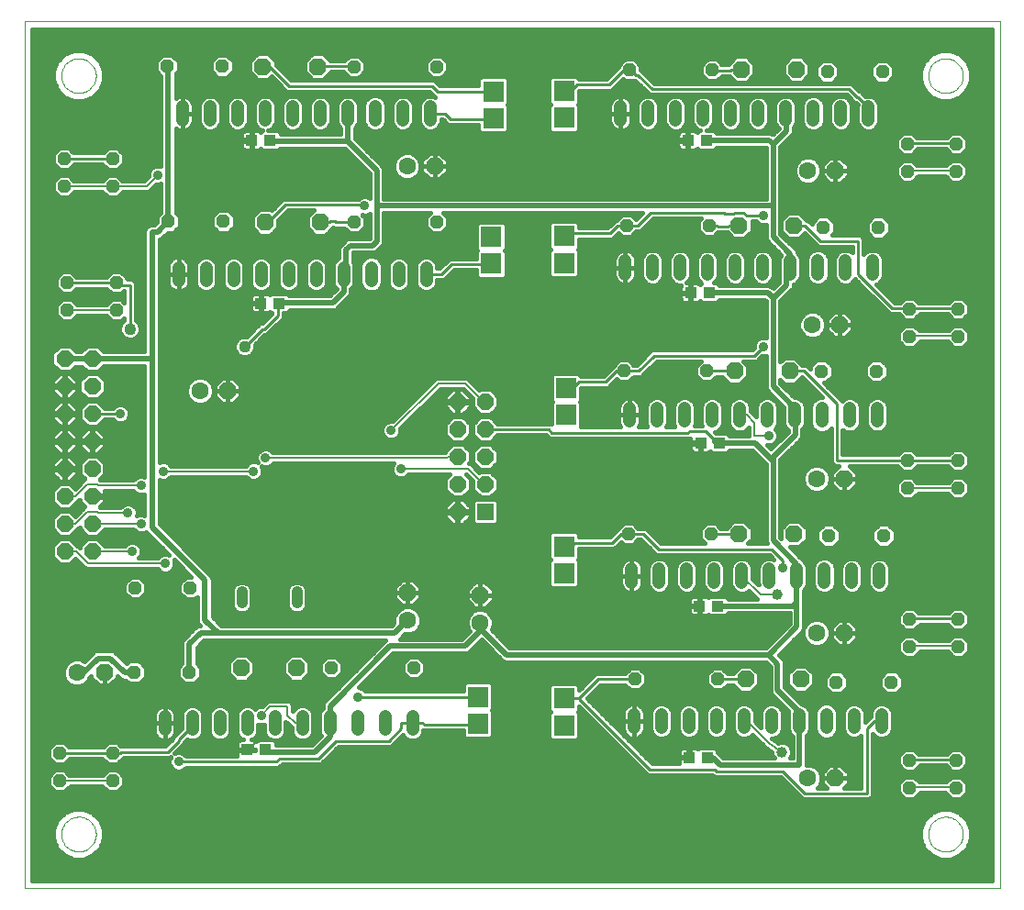
<source format=gbl>
G75*
G70*
%OFA0B0*%
%FSLAX24Y24*%
%IPPOS*%
%LPD*%
%AMOC8*
5,1,8,0,0,1.08239X$1,22.5*
%
%ADD10C,0.0000*%
%ADD11C,0.0475*%
%ADD12OC8,0.0600*%
%ADD13C,0.0400*%
%ADD14R,0.0433X0.0394*%
%ADD15OC8,0.0480*%
%ADD16OC8,0.0630*%
%ADD17R,0.0768X0.0768*%
%ADD18R,0.0600X0.0600*%
%ADD19C,0.0630*%
%ADD20C,0.0160*%
%ADD21C,0.0397*%
%ADD22C,0.0080*%
%ADD23C,0.0357*%
%ADD24C,0.0436*%
%ADD25C,0.0200*%
%ADD26C,0.0100*%
D10*
X001140Y001460D02*
X001140Y032956D01*
X036573Y032956D01*
X036573Y001460D01*
X001140Y001460D01*
X002479Y003429D02*
X002481Y003479D01*
X002487Y003529D01*
X002497Y003578D01*
X002511Y003626D01*
X002528Y003673D01*
X002549Y003718D01*
X002574Y003762D01*
X002602Y003803D01*
X002634Y003842D01*
X002668Y003879D01*
X002705Y003913D01*
X002745Y003943D01*
X002787Y003970D01*
X002831Y003994D01*
X002877Y004015D01*
X002924Y004031D01*
X002972Y004044D01*
X003022Y004053D01*
X003071Y004058D01*
X003122Y004059D01*
X003172Y004056D01*
X003221Y004049D01*
X003270Y004038D01*
X003318Y004023D01*
X003364Y004005D01*
X003409Y003983D01*
X003452Y003957D01*
X003493Y003928D01*
X003532Y003896D01*
X003568Y003861D01*
X003600Y003823D01*
X003630Y003783D01*
X003657Y003740D01*
X003680Y003696D01*
X003699Y003650D01*
X003715Y003602D01*
X003727Y003553D01*
X003735Y003504D01*
X003739Y003454D01*
X003739Y003404D01*
X003735Y003354D01*
X003727Y003305D01*
X003715Y003256D01*
X003699Y003208D01*
X003680Y003162D01*
X003657Y003118D01*
X003630Y003075D01*
X003600Y003035D01*
X003568Y002997D01*
X003532Y002962D01*
X003493Y002930D01*
X003452Y002901D01*
X003409Y002875D01*
X003364Y002853D01*
X003318Y002835D01*
X003270Y002820D01*
X003221Y002809D01*
X003172Y002802D01*
X003122Y002799D01*
X003071Y002800D01*
X003022Y002805D01*
X002972Y002814D01*
X002924Y002827D01*
X002877Y002843D01*
X002831Y002864D01*
X002787Y002888D01*
X002745Y002915D01*
X002705Y002945D01*
X002668Y002979D01*
X002634Y003016D01*
X002602Y003055D01*
X002574Y003096D01*
X002549Y003140D01*
X002528Y003185D01*
X002511Y003232D01*
X002497Y003280D01*
X002487Y003329D01*
X002481Y003379D01*
X002479Y003429D01*
X002479Y030988D02*
X002481Y031038D01*
X002487Y031088D01*
X002497Y031137D01*
X002511Y031185D01*
X002528Y031232D01*
X002549Y031277D01*
X002574Y031321D01*
X002602Y031362D01*
X002634Y031401D01*
X002668Y031438D01*
X002705Y031472D01*
X002745Y031502D01*
X002787Y031529D01*
X002831Y031553D01*
X002877Y031574D01*
X002924Y031590D01*
X002972Y031603D01*
X003022Y031612D01*
X003071Y031617D01*
X003122Y031618D01*
X003172Y031615D01*
X003221Y031608D01*
X003270Y031597D01*
X003318Y031582D01*
X003364Y031564D01*
X003409Y031542D01*
X003452Y031516D01*
X003493Y031487D01*
X003532Y031455D01*
X003568Y031420D01*
X003600Y031382D01*
X003630Y031342D01*
X003657Y031299D01*
X003680Y031255D01*
X003699Y031209D01*
X003715Y031161D01*
X003727Y031112D01*
X003735Y031063D01*
X003739Y031013D01*
X003739Y030963D01*
X003735Y030913D01*
X003727Y030864D01*
X003715Y030815D01*
X003699Y030767D01*
X003680Y030721D01*
X003657Y030677D01*
X003630Y030634D01*
X003600Y030594D01*
X003568Y030556D01*
X003532Y030521D01*
X003493Y030489D01*
X003452Y030460D01*
X003409Y030434D01*
X003364Y030412D01*
X003318Y030394D01*
X003270Y030379D01*
X003221Y030368D01*
X003172Y030361D01*
X003122Y030358D01*
X003071Y030359D01*
X003022Y030364D01*
X002972Y030373D01*
X002924Y030386D01*
X002877Y030402D01*
X002831Y030423D01*
X002787Y030447D01*
X002745Y030474D01*
X002705Y030504D01*
X002668Y030538D01*
X002634Y030575D01*
X002602Y030614D01*
X002574Y030655D01*
X002549Y030699D01*
X002528Y030744D01*
X002511Y030791D01*
X002497Y030839D01*
X002487Y030888D01*
X002481Y030938D01*
X002479Y030988D01*
X033975Y030988D02*
X033977Y031038D01*
X033983Y031088D01*
X033993Y031137D01*
X034007Y031185D01*
X034024Y031232D01*
X034045Y031277D01*
X034070Y031321D01*
X034098Y031362D01*
X034130Y031401D01*
X034164Y031438D01*
X034201Y031472D01*
X034241Y031502D01*
X034283Y031529D01*
X034327Y031553D01*
X034373Y031574D01*
X034420Y031590D01*
X034468Y031603D01*
X034518Y031612D01*
X034567Y031617D01*
X034618Y031618D01*
X034668Y031615D01*
X034717Y031608D01*
X034766Y031597D01*
X034814Y031582D01*
X034860Y031564D01*
X034905Y031542D01*
X034948Y031516D01*
X034989Y031487D01*
X035028Y031455D01*
X035064Y031420D01*
X035096Y031382D01*
X035126Y031342D01*
X035153Y031299D01*
X035176Y031255D01*
X035195Y031209D01*
X035211Y031161D01*
X035223Y031112D01*
X035231Y031063D01*
X035235Y031013D01*
X035235Y030963D01*
X035231Y030913D01*
X035223Y030864D01*
X035211Y030815D01*
X035195Y030767D01*
X035176Y030721D01*
X035153Y030677D01*
X035126Y030634D01*
X035096Y030594D01*
X035064Y030556D01*
X035028Y030521D01*
X034989Y030489D01*
X034948Y030460D01*
X034905Y030434D01*
X034860Y030412D01*
X034814Y030394D01*
X034766Y030379D01*
X034717Y030368D01*
X034668Y030361D01*
X034618Y030358D01*
X034567Y030359D01*
X034518Y030364D01*
X034468Y030373D01*
X034420Y030386D01*
X034373Y030402D01*
X034327Y030423D01*
X034283Y030447D01*
X034241Y030474D01*
X034201Y030504D01*
X034164Y030538D01*
X034130Y030575D01*
X034098Y030614D01*
X034070Y030655D01*
X034045Y030699D01*
X034024Y030744D01*
X034007Y030791D01*
X033993Y030839D01*
X033983Y030888D01*
X033977Y030938D01*
X033975Y030988D01*
X033975Y003429D02*
X033977Y003479D01*
X033983Y003529D01*
X033993Y003578D01*
X034007Y003626D01*
X034024Y003673D01*
X034045Y003718D01*
X034070Y003762D01*
X034098Y003803D01*
X034130Y003842D01*
X034164Y003879D01*
X034201Y003913D01*
X034241Y003943D01*
X034283Y003970D01*
X034327Y003994D01*
X034373Y004015D01*
X034420Y004031D01*
X034468Y004044D01*
X034518Y004053D01*
X034567Y004058D01*
X034618Y004059D01*
X034668Y004056D01*
X034717Y004049D01*
X034766Y004038D01*
X034814Y004023D01*
X034860Y004005D01*
X034905Y003983D01*
X034948Y003957D01*
X034989Y003928D01*
X035028Y003896D01*
X035064Y003861D01*
X035096Y003823D01*
X035126Y003783D01*
X035153Y003740D01*
X035176Y003696D01*
X035195Y003650D01*
X035211Y003602D01*
X035223Y003553D01*
X035231Y003504D01*
X035235Y003454D01*
X035235Y003404D01*
X035231Y003354D01*
X035223Y003305D01*
X035211Y003256D01*
X035195Y003208D01*
X035176Y003162D01*
X035153Y003118D01*
X035126Y003075D01*
X035096Y003035D01*
X035064Y002997D01*
X035028Y002962D01*
X034989Y002930D01*
X034948Y002901D01*
X034905Y002875D01*
X034860Y002853D01*
X034814Y002835D01*
X034766Y002820D01*
X034717Y002809D01*
X034668Y002802D01*
X034618Y002799D01*
X034567Y002800D01*
X034518Y002805D01*
X034468Y002814D01*
X034420Y002827D01*
X034373Y002843D01*
X034327Y002864D01*
X034283Y002888D01*
X034241Y002915D01*
X034201Y002945D01*
X034164Y002979D01*
X034130Y003016D01*
X034098Y003055D01*
X034070Y003096D01*
X034045Y003140D01*
X034024Y003185D01*
X034007Y003232D01*
X033993Y003280D01*
X033983Y003329D01*
X033977Y003379D01*
X033975Y003429D01*
D11*
X032280Y007303D02*
X032280Y007777D01*
X031280Y007777D02*
X031280Y007303D01*
X030280Y007303D02*
X030280Y007777D01*
X029280Y007777D02*
X029280Y007303D01*
X028280Y007303D02*
X028280Y007777D01*
X027280Y007777D02*
X027280Y007303D01*
X026280Y007303D02*
X026280Y007777D01*
X025280Y007777D02*
X025280Y007303D01*
X024280Y007303D02*
X024280Y007777D01*
X023280Y007777D02*
X023280Y007303D01*
X023200Y012583D02*
X023200Y013057D01*
X024200Y013057D02*
X024200Y012583D01*
X025200Y012583D02*
X025200Y013057D01*
X026200Y013057D02*
X026200Y012583D01*
X027200Y012583D02*
X027200Y013057D01*
X028200Y013057D02*
X028200Y012583D01*
X029200Y012583D02*
X029200Y013057D01*
X030200Y013057D02*
X030200Y012583D01*
X031200Y012583D02*
X031200Y013057D01*
X032200Y013057D02*
X032200Y012583D01*
X032120Y018423D02*
X032120Y018897D01*
X031120Y018897D02*
X031120Y018423D01*
X030120Y018423D02*
X030120Y018897D01*
X029120Y018897D02*
X029120Y018423D01*
X028120Y018423D02*
X028120Y018897D01*
X027120Y018897D02*
X027120Y018423D01*
X026120Y018423D02*
X026120Y018897D01*
X025120Y018897D02*
X025120Y018423D01*
X024120Y018423D02*
X024120Y018897D01*
X023120Y018897D02*
X023120Y018423D01*
X022960Y023783D02*
X022960Y024257D01*
X023960Y024257D02*
X023960Y023783D01*
X024960Y023783D02*
X024960Y024257D01*
X025960Y024257D02*
X025960Y023783D01*
X026960Y023783D02*
X026960Y024257D01*
X027960Y024257D02*
X027960Y023783D01*
X028960Y023783D02*
X028960Y024257D01*
X029960Y024257D02*
X029960Y023783D01*
X030960Y023783D02*
X030960Y024257D01*
X031960Y024257D02*
X031960Y023783D01*
X031800Y029383D02*
X031800Y029857D01*
X030800Y029857D02*
X030800Y029383D01*
X029800Y029383D02*
X029800Y029857D01*
X028800Y029857D02*
X028800Y029383D01*
X027800Y029383D02*
X027800Y029857D01*
X026800Y029857D02*
X026800Y029383D01*
X025800Y029383D02*
X025800Y029857D01*
X024800Y029857D02*
X024800Y029383D01*
X023800Y029383D02*
X023800Y029857D01*
X022800Y029857D02*
X022800Y029383D01*
X015880Y029383D02*
X015880Y029857D01*
X014880Y029857D02*
X014880Y029383D01*
X013880Y029383D02*
X013880Y029857D01*
X012880Y029857D02*
X012880Y029383D01*
X011880Y029383D02*
X011880Y029857D01*
X010880Y029857D02*
X010880Y029383D01*
X009880Y029383D02*
X009880Y029857D01*
X008880Y029857D02*
X008880Y029383D01*
X007880Y029383D02*
X007880Y029857D01*
X006880Y029857D02*
X006880Y029383D01*
X006740Y024017D02*
X006740Y023543D01*
X007740Y023543D02*
X007740Y024017D01*
X008740Y024017D02*
X008740Y023543D01*
X009740Y023543D02*
X009740Y024017D01*
X010740Y024017D02*
X010740Y023543D01*
X011740Y023543D02*
X011740Y024017D01*
X012740Y024017D02*
X012740Y023543D01*
X013740Y023543D02*
X013740Y024017D01*
X014740Y024017D02*
X014740Y023543D01*
X015740Y023543D02*
X015740Y024017D01*
X015240Y007697D02*
X015240Y007223D01*
X014240Y007223D02*
X014240Y007697D01*
X013240Y007697D02*
X013240Y007223D01*
X012240Y007223D02*
X012240Y007697D01*
X011240Y007697D02*
X011240Y007223D01*
X010240Y007223D02*
X010240Y007697D01*
X009240Y007697D02*
X009240Y007223D01*
X008240Y007223D02*
X008240Y007697D01*
X007240Y007697D02*
X007240Y007223D01*
X006240Y007223D02*
X006240Y007697D01*
D12*
X003609Y013708D03*
X003609Y014708D03*
X003609Y015708D03*
X003609Y016708D03*
X003609Y017708D03*
X003609Y018708D03*
X003609Y019708D03*
X003609Y020708D03*
X002609Y020708D03*
X002609Y019708D03*
X002609Y018708D03*
X002609Y017708D03*
X002609Y016708D03*
X002609Y015708D03*
X002609Y014708D03*
X002609Y013708D03*
X016880Y015140D03*
X016880Y016140D03*
X017880Y016140D03*
X017880Y017140D03*
X017880Y018140D03*
X016880Y018140D03*
X016880Y017140D03*
X016880Y019140D03*
X017880Y019140D03*
D13*
X011040Y012225D02*
X011040Y011825D01*
X009040Y011825D02*
X009040Y012225D01*
D14*
X009225Y006500D03*
X009895Y006500D03*
X025285Y006220D03*
X025955Y006220D03*
X025665Y011720D03*
X026335Y011720D03*
X026375Y017640D03*
X025705Y017640D03*
X026015Y023100D03*
X025345Y023100D03*
X025245Y028640D03*
X025915Y028640D03*
X010395Y022720D03*
X009725Y022720D03*
X009395Y028640D03*
X010065Y028640D03*
D15*
X008325Y031335D03*
X006325Y031335D03*
X004340Y027960D03*
X004340Y026960D03*
X002580Y026960D03*
X002580Y027960D03*
X006370Y025695D03*
X008370Y025695D03*
X004480Y023460D03*
X004480Y022460D03*
X002680Y022460D03*
X002680Y023460D03*
X013120Y025660D03*
X016120Y025660D03*
X016105Y031320D03*
X013105Y031320D03*
X023125Y031190D03*
X026125Y031190D03*
X030305Y031130D03*
X032305Y031130D03*
X033220Y028520D03*
X033220Y027520D03*
X034980Y027520D03*
X034980Y028520D03*
X032160Y025470D03*
X030160Y025470D03*
X033300Y022520D03*
X033300Y021520D03*
X032095Y020255D03*
X030095Y020255D03*
X033220Y017000D03*
X033220Y016000D03*
X035060Y016000D03*
X035060Y017000D03*
X032355Y014270D03*
X030355Y014270D03*
X033300Y011240D03*
X033300Y010240D03*
X032635Y008945D03*
X030635Y008945D03*
X033300Y006120D03*
X033300Y005120D03*
X034980Y005120D03*
X034980Y006120D03*
X035060Y010240D03*
X035060Y011240D03*
X026320Y009060D03*
X023320Y009060D03*
X023080Y014340D03*
X026080Y014340D03*
X025920Y020260D03*
X022920Y020260D03*
X023015Y025555D03*
X026015Y025555D03*
X035060Y022520D03*
X035060Y021520D03*
X015280Y009460D03*
X012280Y009460D03*
X007130Y009315D03*
X005130Y009315D03*
X005170Y012365D03*
X007170Y012365D03*
X004340Y006360D03*
X004340Y005360D03*
X002420Y005360D03*
X002420Y006360D03*
D16*
X004040Y009300D03*
X009020Y009460D03*
X011020Y009460D03*
X015060Y012200D03*
X017700Y012120D03*
X027100Y014340D03*
X029100Y014340D03*
X030920Y016340D03*
X028940Y020260D03*
X026940Y020260D03*
X030760Y021940D03*
X029100Y025540D03*
X027100Y025540D03*
X030600Y027540D03*
X029180Y031220D03*
X027180Y031220D03*
X016040Y027700D03*
X011880Y025660D03*
X009880Y025660D03*
X009800Y031320D03*
X011800Y031320D03*
X008520Y019540D03*
X027340Y009060D03*
X029340Y009060D03*
X030920Y010740D03*
X030600Y005460D03*
D17*
X020740Y007380D03*
X020740Y008364D03*
X017620Y008420D03*
X017620Y007436D03*
X020740Y012900D03*
X020740Y013884D03*
X020820Y018660D03*
X020820Y019644D03*
X020740Y024180D03*
X020740Y025164D03*
X018100Y025140D03*
X018100Y024156D03*
X018180Y029436D03*
X018180Y030420D03*
X020740Y030444D03*
X020740Y029460D03*
D18*
X017880Y015140D03*
D19*
X017700Y011120D03*
X015060Y011200D03*
X007520Y019540D03*
X015040Y027700D03*
X029600Y027540D03*
X029760Y021940D03*
X029920Y016340D03*
X029920Y010740D03*
X029600Y005460D03*
X003040Y009300D03*
D20*
X002600Y009068D02*
X001420Y009068D01*
X001420Y008910D02*
X002730Y008910D01*
X002760Y008880D02*
X002942Y008805D01*
X003138Y008805D01*
X003320Y008880D01*
X003460Y009020D01*
X003491Y009095D01*
X003565Y009169D01*
X003565Y009103D01*
X003843Y008825D01*
X004040Y008825D01*
X004237Y008825D01*
X004515Y009103D01*
X004515Y009169D01*
X004543Y009141D01*
X004621Y009063D01*
X004724Y009020D01*
X004831Y009020D01*
X004956Y008895D01*
X005304Y008895D01*
X005550Y009141D01*
X005550Y009489D01*
X005304Y009735D01*
X004956Y009735D01*
X004849Y009627D01*
X004419Y010057D01*
X004316Y010100D01*
X003764Y010100D01*
X003661Y010057D01*
X003583Y009979D01*
X003322Y009718D01*
X003320Y009720D01*
X003138Y009795D01*
X002942Y009795D01*
X002760Y009720D01*
X002620Y009580D01*
X002545Y009398D01*
X002545Y009202D01*
X002620Y009020D01*
X002760Y008880D01*
X002545Y009227D02*
X001420Y009227D01*
X001420Y009385D02*
X002545Y009385D01*
X002605Y009544D02*
X001420Y009544D01*
X001420Y009702D02*
X002742Y009702D01*
X003465Y009861D02*
X001420Y009861D01*
X001420Y010019D02*
X003623Y010019D01*
X004040Y009300D02*
X004040Y009300D01*
X004040Y008825D01*
X004040Y009300D01*
X004040Y009227D02*
X004040Y009227D01*
X004040Y009068D02*
X004040Y009068D01*
X004040Y008910D02*
X004040Y008910D01*
X004321Y008910D02*
X004942Y008910D01*
X004616Y009068D02*
X004480Y009068D01*
X004774Y009702D02*
X004923Y009702D01*
X004615Y009861D02*
X006850Y009861D01*
X006850Y010019D02*
X004457Y010019D01*
X005337Y009702D02*
X006850Y009702D01*
X006850Y009629D02*
X006710Y009489D01*
X006710Y009141D01*
X006956Y008895D01*
X007304Y008895D01*
X007550Y009141D01*
X007550Y009489D01*
X007410Y009629D01*
X007410Y010214D01*
X007656Y010460D01*
X014252Y010460D01*
X012020Y008227D01*
X011980Y008132D01*
X011980Y008000D01*
X011903Y007923D01*
X011843Y007777D01*
X011843Y007143D01*
X011903Y006997D01*
X011906Y006994D01*
X011592Y006680D01*
X010271Y006680D01*
X010271Y006763D01*
X010209Y006825D01*
X010319Y006825D01*
X010465Y006886D01*
X010577Y006997D01*
X010637Y007143D01*
X010637Y007520D01*
X010843Y007315D01*
X010843Y007143D01*
X010903Y006997D01*
X011015Y006886D01*
X011161Y006825D01*
X011319Y006825D01*
X011465Y006886D01*
X011577Y006997D01*
X011637Y007143D01*
X011637Y007777D01*
X011577Y007923D01*
X011465Y008034D01*
X011319Y008095D01*
X011161Y008095D01*
X011015Y008034D01*
X010903Y007923D01*
X010900Y007915D01*
X010900Y008143D01*
X010783Y008260D01*
X009977Y008260D01*
X009796Y008079D01*
X009673Y008079D01*
X009548Y008027D01*
X009510Y007989D01*
X009465Y008034D01*
X009319Y008095D01*
X009161Y008095D01*
X009015Y008034D01*
X008903Y007923D01*
X008843Y007777D01*
X008843Y007143D01*
X008903Y006997D01*
X009015Y006886D01*
X009084Y006857D01*
X008988Y006857D01*
X008947Y006846D01*
X008911Y006825D01*
X008881Y006795D01*
X008860Y006759D01*
X008849Y006718D01*
X008849Y006518D01*
X009207Y006518D01*
X009207Y006482D01*
X008849Y006482D01*
X008849Y006282D01*
X008852Y006270D01*
X007009Y006270D01*
X006932Y006347D01*
X006807Y006399D01*
X006673Y006399D01*
X006575Y006359D01*
X006950Y006733D01*
X006950Y006773D01*
X007049Y006872D01*
X007161Y006825D01*
X007319Y006825D01*
X007465Y006886D01*
X007577Y006997D01*
X007637Y007143D01*
X007637Y007777D01*
X007577Y007923D01*
X007465Y008034D01*
X007319Y008095D01*
X007161Y008095D01*
X007015Y008034D01*
X006903Y007923D01*
X006843Y007777D01*
X006843Y007260D01*
X006653Y007070D01*
X006530Y006947D01*
X006530Y006907D01*
X006253Y006630D01*
X004636Y006630D01*
X004506Y006760D01*
X004174Y006760D01*
X004004Y006590D01*
X002756Y006590D01*
X002586Y006760D01*
X002254Y006760D01*
X002020Y006526D01*
X002020Y006194D01*
X002254Y005960D01*
X002586Y005960D01*
X002796Y006170D01*
X003964Y006170D01*
X004174Y005960D01*
X004506Y005960D01*
X004740Y006194D01*
X004740Y006203D01*
X004747Y006210D01*
X006427Y006210D01*
X006441Y006225D01*
X006401Y006127D01*
X006401Y005993D01*
X006453Y005868D01*
X006548Y005773D01*
X006673Y005721D01*
X006807Y005721D01*
X006932Y005773D01*
X007009Y005850D01*
X010387Y005850D01*
X010507Y005970D01*
X011907Y005970D01*
X012547Y006610D01*
X014467Y006610D01*
X014889Y007032D01*
X014903Y006997D01*
X015015Y006886D01*
X015161Y006825D01*
X015319Y006825D01*
X015465Y006886D01*
X015577Y006997D01*
X015637Y007143D01*
X015637Y007210D01*
X017076Y007210D01*
X017076Y006986D01*
X017170Y006892D01*
X018070Y006892D01*
X018164Y006986D01*
X018164Y007886D01*
X018122Y007928D01*
X018164Y007970D01*
X018164Y008870D01*
X018070Y008964D01*
X017170Y008964D01*
X017076Y008870D01*
X017076Y008630D01*
X013529Y008630D01*
X013452Y008707D01*
X013327Y008759D01*
X013286Y008759D01*
X014528Y010000D01*
X017192Y010000D01*
X017287Y010040D01*
X017360Y010113D01*
X017740Y010492D01*
X018513Y009720D01*
X018608Y009680D01*
X028072Y009680D01*
X028240Y009512D01*
X028240Y008608D01*
X028280Y008513D01*
X028353Y008440D01*
X028898Y007894D01*
X028883Y007857D01*
X028883Y007223D01*
X028943Y007077D01*
X029040Y006980D01*
X029040Y006200D01*
X028947Y006200D01*
X028964Y006217D01*
X029018Y006349D01*
X029018Y006491D01*
X028964Y006623D01*
X028863Y006724D01*
X028731Y006778D01*
X028589Y006778D01*
X028523Y006751D01*
X028307Y006895D01*
X028298Y006905D01*
X028359Y006905D01*
X028505Y006966D01*
X028617Y007077D01*
X028677Y007223D01*
X028677Y007857D01*
X028617Y008003D01*
X028505Y008114D01*
X028359Y008175D01*
X028201Y008175D01*
X028055Y008114D01*
X027943Y008003D01*
X027883Y007857D01*
X027883Y007320D01*
X027677Y007525D01*
X027677Y007857D01*
X027617Y008003D01*
X027505Y008114D01*
X027359Y008175D01*
X027201Y008175D01*
X027055Y008114D01*
X026943Y008003D01*
X026883Y007857D01*
X026883Y007223D01*
X026943Y007077D01*
X027055Y006966D01*
X027201Y006905D01*
X027359Y006905D01*
X027505Y006966D01*
X027588Y007049D01*
X027996Y006641D01*
X028000Y006620D01*
X028053Y006585D01*
X028097Y006540D01*
X028119Y006540D01*
X028302Y006419D01*
X028302Y006349D01*
X028356Y006217D01*
X028373Y006200D01*
X026528Y006200D01*
X026331Y006397D01*
X026331Y006483D01*
X026237Y006577D01*
X025672Y006577D01*
X025620Y006525D01*
X025600Y006545D01*
X025564Y006566D01*
X025523Y006577D01*
X025304Y006577D01*
X025304Y006238D01*
X025267Y006238D01*
X025267Y006202D01*
X024909Y006202D01*
X024909Y006002D01*
X024912Y005990D01*
X023947Y005990D01*
X021577Y008360D01*
X022067Y008850D01*
X022964Y008850D01*
X023154Y008660D01*
X023486Y008660D01*
X023720Y008894D01*
X023720Y009226D01*
X023486Y009460D01*
X023154Y009460D01*
X022964Y009270D01*
X021893Y009270D01*
X021284Y008661D01*
X021284Y008814D01*
X021190Y008908D01*
X020290Y008908D01*
X020196Y008814D01*
X020196Y007914D01*
X020238Y007872D01*
X020196Y007830D01*
X020196Y006930D01*
X020290Y006836D01*
X021190Y006836D01*
X021284Y006930D01*
X021284Y007830D01*
X021242Y007872D01*
X021284Y007914D01*
X021284Y008059D01*
X023773Y005570D01*
X026133Y005570D01*
X026213Y005490D01*
X028613Y005490D01*
X029413Y004690D01*
X031827Y004690D01*
X031950Y004813D01*
X031950Y007070D01*
X032055Y006966D01*
X032201Y006905D01*
X032359Y006905D01*
X032505Y006966D01*
X032617Y007077D01*
X032677Y007223D01*
X032677Y007857D01*
X032617Y008003D01*
X032505Y008114D01*
X032359Y008175D01*
X032201Y008175D01*
X032055Y008114D01*
X031943Y008003D01*
X031883Y007857D01*
X031883Y007700D01*
X031677Y007494D01*
X031677Y007857D01*
X031617Y008003D01*
X031505Y008114D01*
X031359Y008175D01*
X031201Y008175D01*
X031055Y008114D01*
X030943Y008003D01*
X030883Y007857D01*
X030883Y007223D01*
X030943Y007077D01*
X031055Y006966D01*
X031201Y006905D01*
X031359Y006905D01*
X031505Y006966D01*
X031530Y006990D01*
X031530Y005110D01*
X030922Y005110D01*
X031075Y005263D01*
X031075Y005460D01*
X031075Y005657D01*
X030797Y005935D01*
X030600Y005935D01*
X030600Y005460D01*
X030600Y005460D01*
X031075Y005460D01*
X030600Y005460D01*
X030600Y005460D01*
X030600Y005460D01*
X030125Y005460D01*
X030125Y005657D01*
X030403Y005935D01*
X030600Y005935D01*
X030600Y005460D01*
X030125Y005460D01*
X030125Y005263D01*
X030278Y005110D01*
X029950Y005110D01*
X030020Y005180D01*
X030095Y005362D01*
X030095Y005558D01*
X030020Y005740D01*
X030208Y005740D01*
X030125Y005581D02*
X030086Y005581D01*
X030095Y005423D02*
X030125Y005423D01*
X030125Y005264D02*
X030055Y005264D01*
X030020Y005740D02*
X029880Y005880D01*
X029698Y005955D01*
X029560Y005955D01*
X029560Y007020D01*
X029617Y007077D01*
X029677Y007223D01*
X029677Y007857D01*
X029617Y008003D01*
X029505Y008114D01*
X029359Y008175D01*
X029353Y008175D01*
X028760Y008768D01*
X028760Y009672D01*
X028720Y009767D01*
X028548Y009940D01*
X029420Y010813D01*
X029425Y010824D01*
X029425Y010642D01*
X029500Y010460D01*
X029640Y010320D01*
X029822Y010245D01*
X030018Y010245D01*
X030200Y010320D01*
X030340Y010460D01*
X030415Y010642D01*
X030415Y010838D01*
X030340Y011020D01*
X030200Y011160D01*
X030018Y011235D01*
X029822Y011235D01*
X029640Y011160D01*
X029500Y011020D01*
X029460Y010923D01*
X029460Y012280D01*
X029537Y012357D01*
X029597Y012503D01*
X029597Y013137D01*
X029537Y013283D01*
X029425Y013394D01*
X029405Y013403D01*
X028943Y013865D01*
X029297Y013865D01*
X029575Y014143D01*
X029575Y014537D01*
X029297Y014815D01*
X028903Y014815D01*
X028625Y014537D01*
X028625Y014183D01*
X028600Y014208D01*
X028600Y017032D01*
X029287Y017720D01*
X029360Y017793D01*
X029400Y017888D01*
X029400Y018140D01*
X029457Y018197D01*
X029517Y018343D01*
X029517Y018977D01*
X029457Y019123D01*
X029345Y019234D01*
X029199Y019295D01*
X029113Y019295D01*
X028600Y019808D01*
X028600Y019928D01*
X028743Y019785D01*
X029137Y019785D01*
X029387Y020036D01*
X030108Y019315D01*
X030037Y019315D01*
X029884Y019251D01*
X029766Y019134D01*
X029703Y018981D01*
X029703Y018339D01*
X029766Y018186D01*
X029884Y018069D01*
X030037Y018005D01*
X030203Y018005D01*
X030356Y018069D01*
X030450Y018162D01*
X030450Y016933D01*
X030573Y016810D01*
X030718Y016810D01*
X030445Y016537D01*
X030445Y016340D01*
X030920Y016340D01*
X031395Y016340D01*
X031395Y016537D01*
X031122Y016810D01*
X032844Y016810D01*
X033054Y016600D01*
X033386Y016600D01*
X033596Y016810D01*
X034684Y016810D01*
X034894Y016600D01*
X035226Y016600D01*
X035460Y016834D01*
X035460Y017166D01*
X035226Y017400D01*
X034894Y017400D01*
X034724Y017230D01*
X033556Y017230D01*
X033386Y017400D01*
X033054Y017400D01*
X032884Y017230D01*
X030870Y017230D01*
X030870Y018110D01*
X030895Y018086D01*
X031041Y018025D01*
X031199Y018025D01*
X031345Y018086D01*
X031457Y018197D01*
X031517Y018343D01*
X031517Y018977D01*
X031457Y019123D01*
X031345Y019234D01*
X031199Y019295D01*
X031041Y019295D01*
X030895Y019234D01*
X030839Y019178D01*
X030747Y019270D01*
X030182Y019835D01*
X030269Y019835D01*
X030515Y020081D01*
X030515Y020429D01*
X030269Y020675D01*
X029921Y020675D01*
X029675Y020429D01*
X029675Y020342D01*
X029547Y020470D01*
X029402Y020470D01*
X029137Y020735D01*
X028743Y020735D01*
X028600Y020592D01*
X028600Y022792D01*
X028967Y023160D01*
X029040Y023233D01*
X029080Y023328D01*
X029080Y023402D01*
X029185Y023446D01*
X029297Y023557D01*
X029357Y023703D01*
X029357Y024337D01*
X029297Y024483D01*
X029220Y024560D01*
X029220Y024572D01*
X029180Y024667D01*
X029107Y024740D01*
X028600Y025248D01*
X028600Y028392D01*
X028967Y028760D01*
X029040Y028833D01*
X029080Y028928D01*
X029080Y029100D01*
X029137Y029157D01*
X029197Y029303D01*
X029197Y029937D01*
X029137Y030083D01*
X029025Y030194D01*
X028879Y030255D01*
X028721Y030255D01*
X028575Y030194D01*
X028463Y030083D01*
X028403Y029937D01*
X028403Y029303D01*
X028463Y029157D01*
X028546Y029074D01*
X028337Y028865D01*
X028252Y028900D01*
X026291Y028900D01*
X026291Y028903D01*
X026197Y028997D01*
X025908Y028997D01*
X026025Y029046D01*
X026137Y029157D01*
X026197Y029303D01*
X026197Y029937D01*
X026137Y030083D01*
X026025Y030194D01*
X025879Y030255D01*
X025721Y030255D01*
X025575Y030194D01*
X025463Y030083D01*
X025403Y029937D01*
X025403Y029303D01*
X025463Y029157D01*
X025575Y029046D01*
X025692Y028997D01*
X025632Y028997D01*
X025580Y028945D01*
X025560Y028965D01*
X025524Y028986D01*
X025483Y028997D01*
X025264Y028997D01*
X025264Y028658D01*
X025227Y028658D01*
X025227Y028622D01*
X024869Y028622D01*
X024869Y028422D01*
X024880Y028381D01*
X024901Y028345D01*
X024931Y028315D01*
X024967Y028294D01*
X025008Y028283D01*
X025227Y028283D01*
X025227Y028622D01*
X025264Y028622D01*
X025264Y028283D01*
X025483Y028283D01*
X025524Y028294D01*
X025560Y028315D01*
X025580Y028335D01*
X025632Y028283D01*
X026197Y028283D01*
X026291Y028377D01*
X026291Y028380D01*
X028080Y028380D01*
X028080Y026520D01*
X014200Y026520D01*
X014200Y027592D01*
X014160Y027687D01*
X014087Y027760D01*
X013140Y028708D01*
X013140Y029080D01*
X013217Y029157D01*
X013277Y029303D01*
X013277Y029937D01*
X013217Y030083D01*
X013105Y030194D01*
X012959Y030255D01*
X012801Y030255D01*
X012655Y030194D01*
X012543Y030083D01*
X012483Y029937D01*
X012483Y029303D01*
X012543Y029157D01*
X012620Y029080D01*
X012620Y028860D01*
X010441Y028860D01*
X010441Y028903D01*
X010347Y028997D01*
X009988Y028997D01*
X010105Y029046D01*
X010217Y029157D01*
X010277Y029303D01*
X010277Y029937D01*
X010217Y030083D01*
X010105Y030194D01*
X009959Y030255D01*
X009801Y030255D01*
X009655Y030194D01*
X009543Y030083D01*
X009483Y029937D01*
X009483Y029303D01*
X009543Y029157D01*
X009655Y029046D01*
X009779Y028994D01*
X009730Y028945D01*
X009710Y028965D01*
X009674Y028986D01*
X009633Y028997D01*
X009414Y028997D01*
X009414Y028658D01*
X009377Y028658D01*
X009377Y028622D01*
X009019Y028622D01*
X009019Y028422D01*
X009030Y028381D01*
X009051Y028345D01*
X009081Y028315D01*
X009117Y028294D01*
X009158Y028283D01*
X009377Y028283D01*
X009377Y028622D01*
X009414Y028622D01*
X009414Y028283D01*
X009633Y028283D01*
X009674Y028294D01*
X009710Y028315D01*
X009730Y028335D01*
X009782Y028283D01*
X010347Y028283D01*
X010404Y028340D01*
X012772Y028340D01*
X013680Y027432D01*
X013680Y026552D01*
X013567Y026599D01*
X013433Y026599D01*
X013308Y026547D01*
X013271Y026510D01*
X010533Y026510D01*
X010117Y026094D01*
X010077Y026135D01*
X009683Y026135D01*
X009405Y025857D01*
X009405Y025463D01*
X009683Y025185D01*
X010077Y025185D01*
X010355Y025463D01*
X010355Y025738D01*
X010707Y026090D01*
X011638Y026090D01*
X011405Y025857D01*
X011405Y025463D01*
X011683Y025185D01*
X012077Y025185D01*
X012355Y025463D01*
X012355Y025468D01*
X012373Y025450D01*
X012764Y025450D01*
X012954Y025260D01*
X013286Y025260D01*
X013520Y025494D01*
X013520Y025826D01*
X013419Y025927D01*
X013433Y025921D01*
X013567Y025921D01*
X013680Y025968D01*
X013680Y025088D01*
X013672Y025080D01*
X012928Y025080D01*
X012833Y025040D01*
X012673Y024880D01*
X012600Y024807D01*
X012560Y024712D01*
X012560Y024373D01*
X012515Y024354D01*
X012403Y024243D01*
X012343Y024097D01*
X012343Y023463D01*
X012403Y023317D01*
X012476Y023244D01*
X012232Y023000D01*
X010754Y023000D01*
X010677Y023077D01*
X010112Y023077D01*
X010060Y023025D01*
X010040Y023045D01*
X010004Y023066D01*
X009963Y023077D01*
X009744Y023077D01*
X009744Y022738D01*
X009707Y022738D01*
X009707Y022702D01*
X009349Y022702D01*
X009349Y022502D01*
X009360Y022461D01*
X009381Y022425D01*
X009411Y022395D01*
X009447Y022374D01*
X009488Y022363D01*
X009707Y022363D01*
X009707Y022702D01*
X009744Y022702D01*
X009744Y022363D01*
X009963Y022363D01*
X010004Y022374D01*
X010040Y022395D01*
X010060Y022415D01*
X010112Y022363D01*
X010130Y022363D01*
X010130Y022347D01*
X009773Y021990D01*
X009693Y021990D01*
X009570Y021867D01*
X009219Y021516D01*
X009215Y021518D01*
X009065Y021518D01*
X008926Y021461D01*
X008819Y021354D01*
X008762Y021215D01*
X008762Y021065D01*
X008819Y020926D01*
X008926Y020819D01*
X009065Y020762D01*
X009215Y020762D01*
X009354Y020819D01*
X009461Y020926D01*
X009518Y021065D01*
X009518Y021215D01*
X009516Y021219D01*
X009867Y021570D01*
X009947Y021570D01*
X010070Y021693D01*
X010070Y021693D01*
X010550Y022173D01*
X010550Y022363D01*
X010677Y022363D01*
X010771Y022457D01*
X010771Y022480D01*
X012392Y022480D01*
X012487Y022520D01*
X012560Y022593D01*
X012960Y022993D01*
X013000Y023088D01*
X013000Y023240D01*
X013077Y023317D01*
X013137Y023463D01*
X013137Y024097D01*
X013080Y024235D01*
X013080Y024552D01*
X013088Y024560D01*
X013832Y024560D01*
X013927Y024600D01*
X014000Y024673D01*
X014160Y024833D01*
X014200Y024928D01*
X014200Y026000D01*
X015894Y026000D01*
X015720Y025826D01*
X015720Y025494D01*
X015954Y025260D01*
X016286Y025260D01*
X016520Y025494D01*
X016520Y025826D01*
X016346Y026000D01*
X023583Y026000D01*
X023359Y025776D01*
X023181Y025955D01*
X022849Y025955D01*
X022644Y025750D01*
X022613Y025750D01*
X022333Y025470D01*
X021284Y025470D01*
X021284Y025614D01*
X021190Y025708D01*
X020290Y025708D01*
X020196Y025614D01*
X020196Y024714D01*
X020238Y024672D01*
X020196Y024630D01*
X020196Y023730D01*
X020290Y023636D01*
X021190Y023636D01*
X021284Y023730D01*
X021284Y024630D01*
X021242Y024672D01*
X021284Y024714D01*
X021284Y025050D01*
X022507Y025050D01*
X022630Y025173D01*
X022731Y025274D01*
X022849Y025155D01*
X023181Y025155D01*
X023356Y025330D01*
X023507Y025330D01*
X023630Y025453D01*
X023987Y025810D01*
X025704Y025810D01*
X025615Y025721D01*
X025615Y025389D01*
X025849Y025155D01*
X026181Y025155D01*
X026316Y025290D01*
X026678Y025290D01*
X026903Y025065D01*
X027297Y025065D01*
X027575Y025343D01*
X027575Y025690D01*
X027711Y025690D01*
X027788Y025613D01*
X027913Y025561D01*
X028047Y025561D01*
X028080Y025575D01*
X028080Y025088D01*
X028120Y024993D01*
X028193Y024920D01*
X028626Y024486D01*
X028623Y024483D01*
X028563Y024337D01*
X028563Y023938D01*
X028560Y023932D01*
X028560Y023488D01*
X028340Y023268D01*
X028287Y023320D01*
X028192Y023360D01*
X026391Y023360D01*
X026391Y023363D01*
X026297Y023457D01*
X026196Y023457D01*
X026297Y023557D01*
X026357Y023703D01*
X026357Y024337D01*
X026297Y024483D01*
X026185Y024594D01*
X026039Y024655D01*
X025881Y024655D01*
X025735Y024594D01*
X025623Y024483D01*
X025563Y024337D01*
X025563Y023703D01*
X025623Y023557D01*
X025728Y023453D01*
X025680Y023405D01*
X025660Y023425D01*
X025624Y023446D01*
X025583Y023457D01*
X025364Y023457D01*
X025364Y023118D01*
X025327Y023118D01*
X025327Y023082D01*
X024969Y023082D01*
X024969Y022882D01*
X024980Y022841D01*
X025001Y022805D01*
X025031Y022775D01*
X025067Y022754D01*
X025108Y022743D01*
X025327Y022743D01*
X025327Y023082D01*
X025364Y023082D01*
X025364Y022743D01*
X025583Y022743D01*
X025624Y022754D01*
X025660Y022775D01*
X025680Y022795D01*
X025732Y022743D01*
X026297Y022743D01*
X026391Y022837D01*
X026391Y022840D01*
X028032Y022840D01*
X028080Y022792D01*
X028080Y021465D01*
X028047Y021479D01*
X027913Y021479D01*
X027788Y021427D01*
X027693Y021332D01*
X027641Y021207D01*
X027641Y021098D01*
X027573Y021030D01*
X023933Y021030D01*
X023373Y020470D01*
X023276Y020470D01*
X023086Y020660D01*
X022754Y020660D01*
X022520Y020426D01*
X022520Y020417D01*
X022173Y020070D01*
X021364Y020070D01*
X021364Y020094D01*
X021270Y020188D01*
X020370Y020188D01*
X020276Y020094D01*
X020276Y019194D01*
X020318Y019152D01*
X020276Y019110D01*
X020276Y018341D01*
X020267Y018350D01*
X018321Y018350D01*
X018071Y018600D01*
X017689Y018600D01*
X017420Y018331D01*
X017420Y017949D01*
X017689Y017680D01*
X018071Y017680D01*
X018321Y017930D01*
X020093Y017930D01*
X020213Y017810D01*
X025329Y017810D01*
X025329Y017658D01*
X025687Y017658D01*
X025687Y017622D01*
X025329Y017622D01*
X025329Y017422D01*
X025340Y017381D01*
X025361Y017345D01*
X025391Y017315D01*
X025427Y017294D01*
X025468Y017283D01*
X025687Y017283D01*
X025687Y017622D01*
X025724Y017622D01*
X025724Y017283D01*
X025943Y017283D01*
X025984Y017294D01*
X026020Y017315D01*
X026040Y017335D01*
X026092Y017283D01*
X026657Y017283D01*
X026751Y017377D01*
X026751Y017380D01*
X027572Y017380D01*
X028080Y016872D01*
X028080Y014048D01*
X028104Y013990D01*
X027422Y013990D01*
X027575Y014143D01*
X027575Y014537D01*
X027297Y014815D01*
X026903Y014815D01*
X026638Y014550D01*
X026436Y014550D01*
X026246Y014740D01*
X025914Y014740D01*
X025680Y014506D01*
X025680Y014174D01*
X025864Y013990D01*
X024267Y013990D01*
X023830Y014427D01*
X023707Y014550D01*
X023436Y014550D01*
X023246Y014740D01*
X022914Y014740D01*
X022680Y014506D01*
X022680Y014497D01*
X022413Y014230D01*
X021284Y014230D01*
X021284Y014334D01*
X021190Y014428D01*
X020290Y014428D01*
X020196Y014334D01*
X020196Y013434D01*
X020238Y013392D01*
X020196Y013350D01*
X020196Y012450D01*
X020290Y012356D01*
X021190Y012356D01*
X021284Y012450D01*
X021284Y013350D01*
X021242Y013392D01*
X021284Y013434D01*
X021284Y013810D01*
X022587Y013810D01*
X022710Y013933D01*
X022816Y014039D01*
X022914Y013940D01*
X023246Y013940D01*
X023436Y014130D01*
X023533Y014130D01*
X024093Y013570D01*
X028213Y013570D01*
X028363Y013420D01*
X028279Y013455D01*
X028121Y013455D01*
X027975Y013394D01*
X027863Y013283D01*
X027803Y013137D01*
X027803Y012503D01*
X027805Y012498D01*
X027597Y012705D01*
X027597Y013137D01*
X027537Y013283D01*
X027425Y013394D01*
X027279Y013455D01*
X027121Y013455D01*
X026975Y013394D01*
X026863Y013283D01*
X026803Y013137D01*
X026803Y012503D01*
X026863Y012357D01*
X026975Y012246D01*
X027121Y012185D01*
X027279Y012185D01*
X027425Y012246D01*
X027458Y012279D01*
X027757Y011980D01*
X026711Y011980D01*
X026711Y011983D01*
X026617Y012077D01*
X026052Y012077D01*
X026000Y012025D01*
X025980Y012045D01*
X025944Y012066D01*
X025903Y012077D01*
X025684Y012077D01*
X025684Y011738D01*
X025647Y011738D01*
X025647Y011702D01*
X025289Y011702D01*
X025289Y011502D01*
X025300Y011461D01*
X025321Y011425D01*
X025351Y011395D01*
X025387Y011374D01*
X025428Y011363D01*
X025647Y011363D01*
X025647Y011702D01*
X025684Y011702D01*
X025684Y011363D01*
X025903Y011363D01*
X025944Y011374D01*
X025980Y011395D01*
X026000Y011415D01*
X026052Y011363D01*
X026617Y011363D01*
X026711Y011457D01*
X026711Y011460D01*
X028940Y011460D01*
X028940Y011068D01*
X028072Y010200D01*
X018768Y010200D01*
X018107Y010861D01*
X018175Y011026D01*
X018175Y011214D01*
X018103Y011389D01*
X017969Y011523D01*
X017794Y011595D01*
X017606Y011595D01*
X017431Y011523D01*
X017297Y011389D01*
X017225Y011214D01*
X017225Y011026D01*
X017297Y010851D01*
X017330Y010818D01*
X017032Y010520D01*
X014776Y010520D01*
X014961Y010705D01*
X014962Y010705D01*
X015158Y010705D01*
X015340Y010780D01*
X015480Y010920D01*
X015555Y011102D01*
X015555Y011298D01*
X015480Y011480D01*
X015340Y011620D01*
X015158Y011695D01*
X014962Y011695D01*
X014780Y011620D01*
X014640Y011480D01*
X014565Y011298D01*
X014565Y011102D01*
X014565Y011101D01*
X014484Y011020D01*
X008296Y011020D01*
X007980Y011336D01*
X007980Y012716D01*
X007937Y012819D01*
X006060Y014696D01*
X006060Y016303D01*
X006113Y016281D01*
X006247Y016281D01*
X006372Y016333D01*
X006459Y016420D01*
X009181Y016420D01*
X009268Y016333D01*
X009393Y016281D01*
X009527Y016281D01*
X009652Y016333D01*
X009747Y016428D01*
X009799Y016553D01*
X009799Y016687D01*
X009755Y016794D01*
X009833Y016761D01*
X009967Y016761D01*
X010092Y016813D01*
X010179Y016900D01*
X014541Y016900D01*
X014533Y016892D01*
X014481Y016767D01*
X014481Y016633D01*
X014533Y016508D01*
X014628Y016413D01*
X014753Y016361D01*
X014887Y016361D01*
X015012Y016413D01*
X015099Y016500D01*
X016589Y016500D01*
X016420Y016331D01*
X016420Y015949D01*
X016689Y015680D01*
X017071Y015680D01*
X017340Y015949D01*
X017340Y016331D01*
X017171Y016500D01*
X017177Y016500D01*
X017420Y016257D01*
X017420Y015949D01*
X017689Y015680D01*
X018071Y015680D01*
X018340Y015949D01*
X018340Y016331D01*
X018071Y016600D01*
X017689Y016600D01*
X017666Y016577D01*
X017343Y016900D01*
X017291Y016900D01*
X017340Y016949D01*
X017340Y017331D01*
X017071Y017600D01*
X016689Y017600D01*
X016420Y017331D01*
X016420Y017303D01*
X016417Y017300D01*
X010179Y017300D01*
X010092Y017387D01*
X009967Y017439D01*
X009833Y017439D01*
X009708Y017387D01*
X009613Y017292D01*
X009561Y017167D01*
X009561Y017033D01*
X009605Y016926D01*
X009527Y016959D01*
X009393Y016959D01*
X009268Y016907D01*
X009181Y016820D01*
X006459Y016820D01*
X006372Y016907D01*
X006247Y016959D01*
X006113Y016959D01*
X006060Y016937D01*
X006060Y025032D01*
X006134Y025063D01*
X006346Y025275D01*
X006544Y025275D01*
X006790Y025521D01*
X006790Y025869D01*
X006650Y026009D01*
X006650Y029058D01*
X006692Y029030D01*
X006764Y029000D01*
X006841Y028985D01*
X006880Y028985D01*
X006919Y028985D01*
X006996Y029000D01*
X007068Y029030D01*
X007133Y029074D01*
X007189Y029129D01*
X007232Y029194D01*
X007262Y029267D01*
X007277Y029343D01*
X007277Y029620D01*
X007277Y029897D01*
X007262Y029973D01*
X007232Y030046D01*
X007189Y030111D01*
X007133Y030166D01*
X007068Y030210D01*
X006996Y030240D01*
X006919Y030255D01*
X006880Y030255D01*
X006841Y030255D01*
X006764Y030240D01*
X006692Y030210D01*
X006650Y030182D01*
X006650Y031066D01*
X006745Y031161D01*
X006745Y031509D01*
X006499Y031755D01*
X006151Y031755D01*
X005905Y031509D01*
X005905Y031161D01*
X006090Y030976D01*
X006090Y027701D01*
X006047Y027719D01*
X005913Y027719D01*
X005788Y027667D01*
X005693Y027572D01*
X005641Y027447D01*
X005641Y027324D01*
X005497Y027180D01*
X004686Y027180D01*
X004506Y027360D01*
X004174Y027360D01*
X003994Y027180D01*
X002926Y027180D01*
X002746Y027360D01*
X002414Y027360D01*
X002180Y027126D01*
X002180Y026794D01*
X002414Y026560D01*
X002746Y026560D01*
X002966Y026780D01*
X003954Y026780D01*
X004174Y026560D01*
X004506Y026560D01*
X004726Y026780D01*
X005663Y026780D01*
X005780Y026897D01*
X005924Y027041D01*
X006047Y027041D01*
X006090Y027059D01*
X006090Y026009D01*
X005950Y025869D01*
X005950Y025671D01*
X005859Y025580D01*
X005724Y025580D01*
X005621Y025537D01*
X005543Y025459D01*
X005500Y025356D01*
X005500Y020988D01*
X004007Y020988D01*
X003807Y021188D01*
X003410Y021188D01*
X003202Y020980D01*
X003015Y020980D01*
X002807Y021188D01*
X002410Y021188D01*
X002129Y020907D01*
X002129Y020509D01*
X002410Y020228D01*
X002807Y020228D01*
X002999Y020420D01*
X003218Y020420D01*
X003410Y020228D01*
X003807Y020228D01*
X004007Y020428D01*
X005500Y020428D01*
X005500Y016417D01*
X005447Y016439D01*
X005313Y016439D01*
X005188Y016387D01*
X005101Y016300D01*
X003903Y016300D01*
X003877Y016326D01*
X004069Y016517D01*
X004069Y016899D01*
X003799Y017168D01*
X003418Y017168D01*
X003149Y016899D01*
X003149Y016517D01*
X003332Y016334D01*
X002982Y015985D01*
X002799Y016168D01*
X002418Y016168D01*
X002149Y015899D01*
X002149Y015517D01*
X002418Y015248D01*
X002799Y015248D01*
X003051Y015500D01*
X003063Y015500D01*
X003149Y015586D01*
X003149Y015517D01*
X003332Y015334D01*
X002982Y014985D01*
X002799Y015168D01*
X002418Y015168D01*
X002149Y014899D01*
X002149Y014517D01*
X002418Y014248D01*
X002799Y014248D01*
X003051Y014500D01*
X003063Y014500D01*
X003149Y014586D01*
X003149Y014517D01*
X003418Y014248D01*
X003799Y014248D01*
X004051Y014500D01*
X005101Y014500D01*
X005188Y014413D01*
X005313Y014361D01*
X005447Y014361D01*
X005557Y014407D01*
X005621Y014343D01*
X006392Y013572D01*
X006327Y013599D01*
X006193Y013599D01*
X006068Y013547D01*
X005981Y013460D01*
X005299Y013460D01*
X005347Y013508D01*
X005399Y013633D01*
X005399Y013767D01*
X005347Y013892D01*
X005252Y013987D01*
X005127Y014039D01*
X004993Y014039D01*
X004868Y013987D01*
X004781Y013900D01*
X004067Y013900D01*
X003799Y014168D01*
X003418Y014168D01*
X003149Y013899D01*
X003149Y013854D01*
X003103Y013900D01*
X003067Y013900D01*
X002799Y014168D01*
X002418Y014168D01*
X002149Y013899D01*
X002149Y013517D01*
X002418Y013248D01*
X002799Y013248D01*
X002994Y013443D01*
X003260Y013177D01*
X003377Y013060D01*
X005981Y013060D01*
X006068Y012973D01*
X006193Y012921D01*
X006327Y012921D01*
X006452Y012973D01*
X006547Y013068D01*
X006599Y013193D01*
X006599Y013327D01*
X006572Y013392D01*
X007199Y012765D01*
X007004Y012765D01*
X006770Y012531D01*
X006770Y012199D01*
X007004Y011965D01*
X007336Y011965D01*
X007420Y012049D01*
X007420Y011164D01*
X007463Y011061D01*
X007504Y011020D01*
X007484Y011020D01*
X007381Y010977D01*
X007303Y010899D01*
X006893Y010489D01*
X006850Y010386D01*
X006850Y009629D01*
X006765Y009544D02*
X005495Y009544D01*
X005550Y009385D02*
X006710Y009385D01*
X006710Y009227D02*
X005550Y009227D01*
X005477Y009068D02*
X006783Y009068D01*
X006942Y008910D02*
X005318Y008910D01*
X005987Y008006D02*
X005931Y007951D01*
X005888Y007886D01*
X005858Y007813D01*
X005843Y007737D01*
X005843Y007460D01*
X005843Y007183D01*
X005858Y007107D01*
X005888Y007034D01*
X005931Y006969D01*
X005987Y006914D01*
X006052Y006870D01*
X006124Y006840D01*
X006201Y006825D01*
X006240Y006825D01*
X006279Y006825D01*
X006356Y006840D01*
X006428Y006870D01*
X006493Y006914D01*
X006549Y006969D01*
X006592Y007034D01*
X006622Y007107D01*
X006637Y007183D01*
X006637Y007460D01*
X006637Y007737D01*
X006622Y007813D01*
X006592Y007886D01*
X006549Y007951D01*
X006493Y008006D01*
X006428Y008050D01*
X006356Y008080D01*
X006279Y008095D01*
X006240Y008095D01*
X006201Y008095D01*
X006124Y008080D01*
X006052Y008050D01*
X005987Y008006D01*
X005939Y007959D02*
X001420Y007959D01*
X001420Y008117D02*
X009834Y008117D01*
X009843Y007416D02*
X009843Y007143D01*
X009903Y006997D01*
X010015Y006886D01*
X010084Y006857D01*
X009612Y006857D01*
X009560Y006805D01*
X009540Y006825D01*
X009504Y006846D01*
X009463Y006857D01*
X009396Y006857D01*
X009465Y006886D01*
X009577Y006997D01*
X009637Y007143D01*
X009637Y007416D01*
X009673Y007401D01*
X009807Y007401D01*
X009843Y007416D01*
X009843Y007325D02*
X009637Y007325D01*
X009637Y007166D02*
X009843Y007166D01*
X009899Y007008D02*
X009581Y007008D01*
X009604Y006849D02*
X009492Y006849D01*
X009518Y006518D02*
X009518Y006482D01*
X009244Y006482D01*
X009244Y006518D01*
X009518Y006518D01*
X008958Y006849D02*
X008377Y006849D01*
X008319Y006825D02*
X008465Y006886D01*
X008577Y006997D01*
X008637Y007143D01*
X008637Y007777D01*
X008577Y007923D01*
X008465Y008034D01*
X008319Y008095D01*
X008161Y008095D01*
X008015Y008034D01*
X007903Y007923D01*
X007843Y007777D01*
X007843Y007143D01*
X007903Y006997D01*
X008015Y006886D01*
X008161Y006825D01*
X008319Y006825D01*
X008103Y006849D02*
X007377Y006849D01*
X007581Y007008D02*
X007899Y007008D01*
X007843Y007166D02*
X007637Y007166D01*
X007637Y007325D02*
X007843Y007325D01*
X007843Y007483D02*
X007637Y007483D01*
X007637Y007642D02*
X007843Y007642D01*
X007852Y007800D02*
X007628Y007800D01*
X007541Y007959D02*
X007939Y007959D01*
X008541Y007959D02*
X008939Y007959D01*
X008852Y007800D02*
X008628Y007800D01*
X008637Y007642D02*
X008843Y007642D01*
X008843Y007483D02*
X008637Y007483D01*
X008637Y007325D02*
X008843Y007325D01*
X008843Y007166D02*
X008637Y007166D01*
X008581Y007008D02*
X008899Y007008D01*
X008849Y006691D02*
X006907Y006691D01*
X007026Y006849D02*
X007103Y006849D01*
X006749Y007166D02*
X006634Y007166D01*
X006637Y007325D02*
X006843Y007325D01*
X006843Y007483D02*
X006637Y007483D01*
X006637Y007460D02*
X006240Y007460D01*
X006240Y007460D01*
X006240Y007460D01*
X006240Y008095D01*
X006240Y007460D01*
X006637Y007460D01*
X006637Y007642D02*
X006843Y007642D01*
X006852Y007800D02*
X006625Y007800D01*
X006541Y007959D02*
X006939Y007959D01*
X006240Y007959D02*
X006240Y007959D01*
X006240Y007800D02*
X006240Y007800D01*
X006240Y007642D02*
X006240Y007642D01*
X006240Y007483D02*
X006240Y007483D01*
X006240Y007460D02*
X006240Y007460D01*
X006240Y006825D01*
X006240Y007460D01*
X006240Y007460D01*
X005843Y007460D01*
X006240Y007460D01*
X006240Y007325D02*
X006240Y007325D01*
X006240Y007166D02*
X006240Y007166D01*
X006240Y007008D02*
X006240Y007008D01*
X006240Y006849D02*
X006240Y006849D01*
X006377Y006849D02*
X006472Y006849D01*
X006574Y007008D02*
X006591Y007008D01*
X006314Y006691D02*
X004575Y006691D01*
X004105Y006691D02*
X002655Y006691D01*
X002185Y006691D02*
X001420Y006691D01*
X001420Y006849D02*
X006103Y006849D01*
X005906Y007008D02*
X001420Y007008D01*
X001420Y007166D02*
X005846Y007166D01*
X005843Y007325D02*
X001420Y007325D01*
X001420Y007483D02*
X005843Y007483D01*
X005843Y007642D02*
X001420Y007642D01*
X001420Y007800D02*
X005855Y007800D01*
X006749Y006532D02*
X008849Y006532D01*
X008849Y006374D02*
X006868Y006374D01*
X006612Y006374D02*
X006590Y006374D01*
X006438Y006215D02*
X006432Y006215D01*
X006401Y006057D02*
X004602Y006057D01*
X004506Y005760D02*
X004174Y005760D01*
X003994Y005580D01*
X002766Y005580D01*
X002586Y005760D01*
X002254Y005760D01*
X002020Y005526D01*
X002020Y005194D01*
X002254Y004960D01*
X002586Y004960D01*
X002806Y005180D01*
X003954Y005180D01*
X004174Y004960D01*
X004506Y004960D01*
X004740Y005194D01*
X004740Y005526D01*
X004506Y005760D01*
X004526Y005740D02*
X006629Y005740D01*
X006851Y005740D02*
X023604Y005740D01*
X023445Y005898D02*
X010435Y005898D01*
X010271Y006691D02*
X011603Y006691D01*
X011761Y006849D02*
X011377Y006849D01*
X011581Y007008D02*
X011899Y007008D01*
X011843Y007166D02*
X011637Y007166D01*
X011637Y007325D02*
X011843Y007325D01*
X011843Y007483D02*
X011637Y007483D01*
X011637Y007642D02*
X011843Y007642D01*
X011852Y007800D02*
X011628Y007800D01*
X011541Y007959D02*
X011939Y007959D01*
X011980Y008117D02*
X010900Y008117D01*
X010900Y007959D02*
X010939Y007959D01*
X010674Y007483D02*
X010637Y007483D01*
X010637Y007325D02*
X010833Y007325D01*
X010843Y007166D02*
X010637Y007166D01*
X010581Y007008D02*
X010899Y007008D01*
X011103Y006849D02*
X010377Y006849D01*
X011993Y006057D02*
X023287Y006057D01*
X023128Y006215D02*
X012152Y006215D01*
X012310Y006374D02*
X022970Y006374D01*
X022811Y006532D02*
X012469Y006532D01*
X012068Y008276D02*
X001420Y008276D01*
X001420Y008434D02*
X012226Y008434D01*
X012385Y008593D02*
X001420Y008593D01*
X001420Y008751D02*
X012543Y008751D01*
X012702Y008910D02*
X007318Y008910D01*
X007477Y009068D02*
X008740Y009068D01*
X008823Y008985D02*
X008545Y009263D01*
X008545Y009657D01*
X008823Y009935D01*
X009217Y009935D01*
X009495Y009657D01*
X009495Y009263D01*
X009217Y008985D01*
X008823Y008985D01*
X008582Y009227D02*
X007550Y009227D01*
X007550Y009385D02*
X008545Y009385D01*
X008545Y009544D02*
X007495Y009544D01*
X007410Y009702D02*
X008590Y009702D01*
X008749Y009861D02*
X007410Y009861D01*
X007410Y010019D02*
X013811Y010019D01*
X013653Y009861D02*
X011291Y009861D01*
X011217Y009935D02*
X010823Y009935D01*
X010545Y009657D01*
X010545Y009263D01*
X010823Y008985D01*
X011217Y008985D01*
X011495Y009263D01*
X011495Y009657D01*
X011217Y009935D01*
X011450Y009702D02*
X011956Y009702D01*
X011880Y009626D02*
X011880Y009294D01*
X012114Y009060D01*
X012446Y009060D01*
X012680Y009294D01*
X012680Y009626D01*
X012446Y009860D01*
X012114Y009860D01*
X011880Y009626D01*
X011880Y009544D02*
X011495Y009544D01*
X011495Y009385D02*
X011880Y009385D01*
X011948Y009227D02*
X011458Y009227D01*
X011300Y009068D02*
X012106Y009068D01*
X012454Y009068D02*
X012860Y009068D01*
X013019Y009227D02*
X012612Y009227D01*
X012680Y009385D02*
X013177Y009385D01*
X013336Y009544D02*
X012680Y009544D01*
X012604Y009702D02*
X013494Y009702D01*
X013913Y009385D02*
X014880Y009385D01*
X014880Y009294D02*
X015114Y009060D01*
X015446Y009060D01*
X015680Y009294D01*
X015680Y009626D01*
X015446Y009860D01*
X015114Y009860D01*
X014880Y009626D01*
X014880Y009294D01*
X014948Y009227D02*
X013754Y009227D01*
X013596Y009068D02*
X015106Y009068D01*
X015454Y009068D02*
X021691Y009068D01*
X021533Y008910D02*
X018124Y008910D01*
X018164Y008751D02*
X020196Y008751D01*
X020196Y008593D02*
X018164Y008593D01*
X018164Y008434D02*
X020196Y008434D01*
X020196Y008276D02*
X018164Y008276D01*
X018164Y008117D02*
X020196Y008117D01*
X020196Y007959D02*
X018153Y007959D01*
X018164Y007800D02*
X020196Y007800D01*
X020196Y007642D02*
X018164Y007642D01*
X018164Y007483D02*
X020196Y007483D01*
X020196Y007325D02*
X018164Y007325D01*
X018164Y007166D02*
X020196Y007166D01*
X020196Y007008D02*
X018164Y007008D01*
X017076Y007008D02*
X015581Y007008D01*
X015637Y007166D02*
X017076Y007166D01*
X015377Y006849D02*
X020277Y006849D01*
X021203Y006849D02*
X022494Y006849D01*
X022653Y006691D02*
X014547Y006691D01*
X014706Y006849D02*
X015103Y006849D01*
X014899Y007008D02*
X014864Y007008D01*
X013346Y008751D02*
X017076Y008751D01*
X017116Y008910D02*
X013437Y008910D01*
X014071Y009544D02*
X014880Y009544D01*
X014956Y009702D02*
X014230Y009702D01*
X014388Y009861D02*
X018372Y009861D01*
X018213Y010019D02*
X017238Y010019D01*
X017425Y010178D02*
X018055Y010178D01*
X017896Y010336D02*
X017584Y010336D01*
X017165Y010653D02*
X014909Y010653D01*
X014565Y011129D02*
X008187Y011129D01*
X008029Y011287D02*
X014565Y011287D01*
X014626Y011446D02*
X007980Y011446D01*
X007980Y011604D02*
X008752Y011604D01*
X008735Y011621D02*
X008836Y011520D01*
X008968Y011465D01*
X009112Y011465D01*
X009244Y011520D01*
X009345Y011621D01*
X009400Y011753D01*
X009400Y012297D01*
X009345Y012429D01*
X009244Y012530D01*
X009112Y012585D01*
X008968Y012585D01*
X008836Y012530D01*
X008735Y012429D01*
X008680Y012297D01*
X008680Y011753D01*
X008735Y011621D01*
X008680Y011763D02*
X007980Y011763D01*
X007980Y011921D02*
X008680Y011921D01*
X008680Y012080D02*
X007980Y012080D01*
X007980Y012238D02*
X008680Y012238D01*
X008721Y012397D02*
X007980Y012397D01*
X007980Y012555D02*
X008896Y012555D01*
X009184Y012555D02*
X010896Y012555D01*
X010836Y012530D02*
X010735Y012429D01*
X010680Y012297D01*
X010680Y011753D01*
X010735Y011621D01*
X010836Y011520D01*
X010968Y011465D01*
X011112Y011465D01*
X011244Y011520D01*
X011345Y011621D01*
X011400Y011753D01*
X011400Y012297D01*
X011345Y012429D01*
X011244Y012530D01*
X011112Y012585D01*
X010968Y012585D01*
X010836Y012530D01*
X010721Y012397D02*
X009359Y012397D01*
X009400Y012238D02*
X010680Y012238D01*
X010680Y012080D02*
X009400Y012080D01*
X009400Y011921D02*
X010680Y011921D01*
X010680Y011763D02*
X009400Y011763D01*
X009328Y011604D02*
X010752Y011604D01*
X011328Y011604D02*
X014764Y011604D01*
X014863Y011725D02*
X014585Y012003D01*
X014585Y012200D01*
X015060Y012200D01*
X015060Y012200D01*
X015060Y012675D01*
X015257Y012675D01*
X015535Y012397D01*
X015535Y012200D01*
X015060Y012200D01*
X015060Y012200D01*
X015060Y012200D01*
X015060Y012675D01*
X014863Y012675D01*
X014585Y012397D01*
X014585Y012200D01*
X015060Y012200D01*
X015535Y012200D01*
X015535Y012003D01*
X015257Y011725D01*
X015060Y011725D01*
X015060Y012200D01*
X015060Y012200D01*
X015060Y011725D01*
X014863Y011725D01*
X014826Y011763D02*
X011400Y011763D01*
X011400Y011921D02*
X014667Y011921D01*
X014585Y012080D02*
X011400Y012080D01*
X011400Y012238D02*
X014585Y012238D01*
X014585Y012397D02*
X011359Y012397D01*
X011184Y012555D02*
X014743Y012555D01*
X015060Y012555D02*
X015060Y012555D01*
X015060Y012397D02*
X015060Y012397D01*
X015060Y012238D02*
X015060Y012238D01*
X015060Y012080D02*
X015060Y012080D01*
X015060Y011921D02*
X015060Y011921D01*
X015060Y011763D02*
X015060Y011763D01*
X015294Y011763D02*
X017386Y011763D01*
X017503Y011645D02*
X017225Y011923D01*
X017225Y012120D01*
X017700Y012120D01*
X017700Y012120D01*
X017700Y012595D01*
X017897Y012595D01*
X018175Y012317D01*
X018175Y012120D01*
X017700Y012120D01*
X017700Y012120D01*
X017700Y012120D01*
X017700Y012595D01*
X017503Y012595D01*
X017225Y012317D01*
X017225Y012120D01*
X017700Y012120D01*
X018175Y012120D01*
X018175Y011923D01*
X017897Y011645D01*
X017700Y011645D01*
X017700Y012120D01*
X017700Y012120D01*
X017700Y011645D01*
X017503Y011645D01*
X017700Y011763D02*
X017700Y011763D01*
X017700Y011921D02*
X017700Y011921D01*
X017700Y012080D02*
X017700Y012080D01*
X017700Y012238D02*
X017700Y012238D01*
X017700Y012397D02*
X017700Y012397D01*
X017700Y012555D02*
X017700Y012555D01*
X017937Y012555D02*
X020196Y012555D01*
X020196Y012714D02*
X007980Y012714D01*
X007884Y012872D02*
X020196Y012872D01*
X020196Y013031D02*
X007725Y013031D01*
X007567Y013189D02*
X020196Y013189D01*
X020196Y013348D02*
X007408Y013348D01*
X007250Y013506D02*
X020196Y013506D01*
X020196Y013665D02*
X007091Y013665D01*
X006933Y013823D02*
X020196Y013823D01*
X020196Y013982D02*
X006774Y013982D01*
X006616Y014140D02*
X020196Y014140D01*
X020196Y014299D02*
X006457Y014299D01*
X006299Y014457D02*
X022640Y014457D01*
X022790Y014616D02*
X006140Y014616D01*
X006060Y014774D02*
X016595Y014774D01*
X016689Y014680D02*
X016420Y014949D01*
X016420Y015120D01*
X016860Y015120D01*
X016860Y015160D01*
X016860Y015600D01*
X016689Y015600D01*
X016420Y015331D01*
X016420Y015160D01*
X016860Y015160D01*
X016900Y015160D01*
X016900Y015600D01*
X017071Y015600D01*
X017340Y015331D01*
X017340Y015160D01*
X016900Y015160D01*
X016900Y015120D01*
X017340Y015120D01*
X017340Y014949D01*
X017071Y014680D01*
X016900Y014680D01*
X016900Y015120D01*
X016860Y015120D01*
X016860Y014680D01*
X016689Y014680D01*
X016860Y014774D02*
X016900Y014774D01*
X016900Y014933D02*
X016860Y014933D01*
X016860Y015091D02*
X016900Y015091D01*
X016900Y015250D02*
X016860Y015250D01*
X016860Y015408D02*
X016900Y015408D01*
X016900Y015567D02*
X016860Y015567D01*
X016656Y015567D02*
X006060Y015567D01*
X006060Y015725D02*
X016644Y015725D01*
X016486Y015884D02*
X006060Y015884D01*
X006060Y016042D02*
X016420Y016042D01*
X016420Y016201D02*
X006060Y016201D01*
X006398Y016359D02*
X009242Y016359D01*
X009678Y016359D02*
X016448Y016359D01*
X017116Y015725D02*
X017644Y015725D01*
X017514Y015600D02*
X017420Y015506D01*
X017420Y014774D01*
X017165Y014774D01*
X017323Y014933D02*
X017420Y014933D01*
X017420Y015091D02*
X017340Y015091D01*
X017340Y015250D02*
X017420Y015250D01*
X017420Y015408D02*
X017263Y015408D01*
X017104Y015567D02*
X017480Y015567D01*
X017514Y015600D02*
X018246Y015600D01*
X018340Y015506D01*
X018340Y014774D01*
X026862Y014774D01*
X026704Y014616D02*
X026370Y014616D01*
X025790Y014616D02*
X023370Y014616D01*
X023800Y014457D02*
X025680Y014457D01*
X025680Y014299D02*
X023958Y014299D01*
X024117Y014140D02*
X025714Y014140D01*
X025975Y013394D02*
X025863Y013283D01*
X025803Y013137D01*
X025803Y012503D01*
X025863Y012357D01*
X025975Y012246D01*
X026121Y012185D01*
X026279Y012185D01*
X026425Y012246D01*
X026537Y012357D01*
X026597Y012503D01*
X026597Y013137D01*
X026537Y013283D01*
X026425Y013394D01*
X026279Y013455D01*
X026121Y013455D01*
X025975Y013394D01*
X025928Y013348D02*
X025472Y013348D01*
X025425Y013394D02*
X025537Y013283D01*
X025597Y013137D01*
X025597Y012503D01*
X025537Y012357D01*
X025425Y012246D01*
X025279Y012185D01*
X025121Y012185D01*
X024975Y012246D01*
X024863Y012357D01*
X024803Y012503D01*
X024803Y013137D01*
X024863Y013283D01*
X024975Y013394D01*
X025121Y013455D01*
X025279Y013455D01*
X025425Y013394D01*
X025576Y013189D02*
X025824Y013189D01*
X025803Y013031D02*
X025597Y013031D01*
X025597Y012872D02*
X025803Y012872D01*
X025803Y012714D02*
X025597Y012714D01*
X025597Y012555D02*
X025803Y012555D01*
X025847Y012397D02*
X025553Y012397D01*
X025407Y012238D02*
X025993Y012238D01*
X025647Y012077D02*
X025647Y011738D01*
X025289Y011738D01*
X025289Y011938D01*
X025300Y011979D01*
X025321Y012015D01*
X025351Y012045D01*
X025387Y012066D01*
X025428Y012077D01*
X025647Y012077D01*
X025647Y011921D02*
X025684Y011921D01*
X025684Y011763D02*
X025647Y011763D01*
X025647Y011604D02*
X025684Y011604D01*
X025684Y011446D02*
X025647Y011446D01*
X025309Y011446D02*
X018046Y011446D01*
X018145Y011287D02*
X028940Y011287D01*
X028940Y011129D02*
X018175Y011129D01*
X018152Y010970D02*
X028842Y010970D01*
X028684Y010812D02*
X018156Y010812D01*
X018315Y010653D02*
X028525Y010653D01*
X028367Y010495D02*
X018473Y010495D01*
X018632Y010336D02*
X028208Y010336D01*
X028627Y010019D02*
X032955Y010019D01*
X032900Y010074D02*
X032900Y010406D01*
X033134Y010640D01*
X033466Y010640D01*
X033646Y010460D01*
X034714Y010460D01*
X034894Y010640D01*
X035226Y010640D01*
X035460Y010406D01*
X035460Y010074D01*
X035226Y009840D01*
X034894Y009840D01*
X034674Y010060D01*
X033686Y010060D01*
X033466Y009840D01*
X033134Y009840D01*
X032900Y010074D01*
X032900Y010178D02*
X028785Y010178D01*
X028944Y010336D02*
X029624Y010336D01*
X029486Y010495D02*
X029102Y010495D01*
X029261Y010653D02*
X029425Y010653D01*
X029419Y010812D02*
X029425Y010812D01*
X029460Y010970D02*
X029479Y010970D01*
X029460Y011129D02*
X029608Y011129D01*
X029460Y011287D02*
X032900Y011287D01*
X032900Y011406D02*
X032900Y011074D01*
X033134Y010840D01*
X033466Y010840D01*
X033676Y011050D01*
X034684Y011050D01*
X034894Y010840D01*
X035226Y010840D01*
X035460Y011074D01*
X035460Y011406D01*
X035226Y011640D01*
X034894Y011640D01*
X034724Y011470D01*
X033636Y011470D01*
X033466Y011640D01*
X033134Y011640D01*
X032900Y011406D01*
X032940Y011446D02*
X029460Y011446D01*
X029460Y011604D02*
X033098Y011604D01*
X033502Y011604D02*
X034858Y011604D01*
X035262Y011604D02*
X036293Y011604D01*
X036293Y011446D02*
X035420Y011446D01*
X035460Y011287D02*
X036293Y011287D01*
X036293Y011129D02*
X035460Y011129D01*
X035356Y010970D02*
X036293Y010970D01*
X036293Y010812D02*
X031395Y010812D01*
X031395Y010740D02*
X031395Y010937D01*
X031117Y011215D01*
X030920Y011215D01*
X030920Y010740D01*
X031395Y010740D01*
X030920Y010740D01*
X030920Y010740D01*
X030920Y010740D01*
X030920Y010265D01*
X031117Y010265D01*
X031395Y010543D01*
X031395Y010740D01*
X031395Y010653D02*
X036293Y010653D01*
X036293Y010495D02*
X035371Y010495D01*
X035460Y010336D02*
X036293Y010336D01*
X036293Y010178D02*
X035460Y010178D01*
X035405Y010019D02*
X036293Y010019D01*
X036293Y009861D02*
X035246Y009861D01*
X034874Y009861D02*
X033486Y009861D01*
X033645Y010019D02*
X034715Y010019D01*
X034749Y010495D02*
X033611Y010495D01*
X032989Y010495D02*
X031346Y010495D01*
X031188Y010336D02*
X032900Y010336D01*
X033114Y009861D02*
X028627Y009861D01*
X028747Y009702D02*
X036293Y009702D01*
X036293Y009544D02*
X028760Y009544D01*
X028760Y009385D02*
X028993Y009385D01*
X028865Y009257D02*
X028865Y008863D01*
X029143Y008585D01*
X029537Y008585D01*
X029815Y008863D01*
X029815Y009257D01*
X029537Y009535D01*
X029143Y009535D01*
X028865Y009257D01*
X028865Y009227D02*
X028760Y009227D01*
X028760Y009068D02*
X028865Y009068D01*
X028865Y008910D02*
X028760Y008910D01*
X028777Y008751D02*
X028977Y008751D01*
X028935Y008593D02*
X029136Y008593D01*
X029094Y008434D02*
X036293Y008434D01*
X036293Y008276D02*
X029252Y008276D01*
X029499Y008117D02*
X030029Y008117D01*
X030044Y008131D02*
X029926Y008014D01*
X029863Y007861D01*
X029863Y007219D01*
X029926Y007066D01*
X030044Y006949D01*
X030197Y006885D01*
X030363Y006885D01*
X030516Y006949D01*
X030634Y007066D01*
X030697Y007219D01*
X030697Y007861D01*
X030634Y008014D01*
X030516Y008131D01*
X030363Y008195D01*
X030197Y008195D01*
X030044Y008131D01*
X029903Y007959D02*
X029635Y007959D01*
X029677Y007800D02*
X029863Y007800D01*
X029863Y007642D02*
X029677Y007642D01*
X029677Y007483D02*
X029863Y007483D01*
X029863Y007325D02*
X029677Y007325D01*
X029654Y007166D02*
X029885Y007166D01*
X029985Y007008D02*
X029560Y007008D01*
X029560Y006849D02*
X031530Y006849D01*
X031530Y006691D02*
X029560Y006691D01*
X029560Y006532D02*
X031530Y006532D01*
X031530Y006374D02*
X029560Y006374D01*
X029560Y006215D02*
X031530Y006215D01*
X031530Y006057D02*
X029560Y006057D01*
X029836Y005898D02*
X030366Y005898D01*
X030600Y005898D02*
X030600Y005898D01*
X030600Y005740D02*
X030600Y005740D01*
X030600Y005581D02*
X030600Y005581D01*
X030834Y005898D02*
X031530Y005898D01*
X031530Y005740D02*
X030992Y005740D01*
X031075Y005581D02*
X031530Y005581D01*
X031530Y005423D02*
X031075Y005423D01*
X031075Y005264D02*
X031530Y005264D01*
X031950Y005264D02*
X032900Y005264D01*
X032900Y005286D02*
X032900Y004954D01*
X033134Y004720D01*
X033466Y004720D01*
X033686Y004940D01*
X034594Y004940D01*
X034814Y004720D01*
X035146Y004720D01*
X035380Y004954D01*
X035380Y005286D01*
X035146Y005520D01*
X034814Y005520D01*
X034634Y005340D01*
X033646Y005340D01*
X033466Y005520D01*
X033134Y005520D01*
X032900Y005286D01*
X032900Y005106D02*
X031950Y005106D01*
X031950Y004947D02*
X032907Y004947D01*
X033066Y004789D02*
X031925Y004789D01*
X031950Y005423D02*
X033037Y005423D01*
X033134Y005720D02*
X033466Y005720D01*
X033676Y005930D01*
X034604Y005930D01*
X034814Y005720D01*
X035146Y005720D01*
X035380Y005954D01*
X035380Y006286D01*
X035146Y006520D01*
X034814Y006520D01*
X034644Y006350D01*
X033636Y006350D01*
X033466Y006520D01*
X033134Y006520D01*
X032900Y006286D01*
X032900Y005954D01*
X033134Y005720D01*
X033115Y005740D02*
X031950Y005740D01*
X031950Y005898D02*
X032956Y005898D01*
X032900Y006057D02*
X031950Y006057D01*
X031950Y006215D02*
X032900Y006215D01*
X032988Y006374D02*
X031950Y006374D01*
X031950Y006532D02*
X036293Y006532D01*
X036293Y006374D02*
X035292Y006374D01*
X035380Y006215D02*
X036293Y006215D01*
X036293Y006057D02*
X035380Y006057D01*
X035324Y005898D02*
X036293Y005898D01*
X036293Y005740D02*
X035165Y005740D01*
X035243Y005423D02*
X036293Y005423D01*
X036293Y005581D02*
X031950Y005581D01*
X031950Y006691D02*
X036293Y006691D01*
X036293Y006849D02*
X031950Y006849D01*
X031950Y007008D02*
X032013Y007008D01*
X032547Y007008D02*
X036293Y007008D01*
X036293Y007166D02*
X032654Y007166D01*
X032677Y007325D02*
X036293Y007325D01*
X036293Y007483D02*
X032677Y007483D01*
X032677Y007642D02*
X036293Y007642D01*
X036293Y007800D02*
X032677Y007800D01*
X032635Y007959D02*
X036293Y007959D01*
X036293Y008117D02*
X032499Y008117D01*
X032461Y008525D02*
X032809Y008525D01*
X033055Y008771D01*
X033055Y009119D01*
X032809Y009365D01*
X032461Y009365D01*
X032215Y009119D01*
X032215Y008771D01*
X032461Y008525D01*
X032394Y008593D02*
X030876Y008593D01*
X030809Y008525D02*
X030461Y008525D01*
X030215Y008771D01*
X030215Y009119D01*
X030461Y009365D01*
X030809Y009365D01*
X031055Y009119D01*
X031055Y008771D01*
X030809Y008525D01*
X031035Y008751D02*
X032235Y008751D01*
X032215Y008910D02*
X031055Y008910D01*
X031055Y009068D02*
X032215Y009068D01*
X032323Y009227D02*
X030947Y009227D01*
X030323Y009227D02*
X029815Y009227D01*
X029815Y009068D02*
X030215Y009068D01*
X030215Y008910D02*
X029815Y008910D01*
X029703Y008751D02*
X030235Y008751D01*
X030394Y008593D02*
X029544Y008593D01*
X029687Y009385D02*
X036293Y009385D01*
X036293Y009227D02*
X032947Y009227D01*
X033055Y009068D02*
X036293Y009068D01*
X036293Y008910D02*
X033055Y008910D01*
X033035Y008751D02*
X036293Y008751D01*
X036293Y008593D02*
X032876Y008593D01*
X032061Y008117D02*
X031499Y008117D01*
X031635Y007959D02*
X031925Y007959D01*
X031883Y007800D02*
X031677Y007800D01*
X031677Y007642D02*
X031825Y007642D01*
X031061Y008117D02*
X030531Y008117D01*
X030657Y007959D02*
X030925Y007959D01*
X030883Y007800D02*
X030697Y007800D01*
X030697Y007642D02*
X030883Y007642D01*
X030883Y007483D02*
X030697Y007483D01*
X030697Y007325D02*
X030883Y007325D01*
X030906Y007166D02*
X030675Y007166D01*
X030575Y007008D02*
X031013Y007008D01*
X029040Y006849D02*
X028377Y006849D01*
X028547Y007008D02*
X029013Y007008D01*
X028906Y007166D02*
X028654Y007166D01*
X028677Y007325D02*
X028883Y007325D01*
X028883Y007483D02*
X028677Y007483D01*
X028677Y007642D02*
X028883Y007642D01*
X028883Y007800D02*
X028677Y007800D01*
X028635Y007959D02*
X028834Y007959D01*
X028675Y008117D02*
X028499Y008117D01*
X028517Y008276D02*
X021661Y008276D01*
X021651Y008434D02*
X028358Y008434D01*
X028247Y008593D02*
X027544Y008593D01*
X027537Y008585D02*
X027815Y008863D01*
X027815Y009257D01*
X027537Y009535D01*
X027143Y009535D01*
X026878Y009270D01*
X026676Y009270D01*
X026486Y009460D01*
X026154Y009460D01*
X025920Y009226D01*
X025920Y008894D01*
X026154Y008660D01*
X026486Y008660D01*
X026676Y008850D01*
X026878Y008850D01*
X027143Y008585D01*
X027537Y008585D01*
X027703Y008751D02*
X028240Y008751D01*
X028240Y008910D02*
X027815Y008910D01*
X027815Y009068D02*
X028240Y009068D01*
X028240Y009227D02*
X027815Y009227D01*
X027687Y009385D02*
X028240Y009385D01*
X028209Y009544D02*
X015680Y009544D01*
X015680Y009385D02*
X023079Y009385D01*
X023561Y009385D02*
X026079Y009385D01*
X025921Y009227D02*
X023719Y009227D01*
X023720Y009068D02*
X025920Y009068D01*
X025920Y008910D02*
X023720Y008910D01*
X023577Y008751D02*
X026063Y008751D01*
X026577Y008751D02*
X026977Y008751D01*
X027136Y008593D02*
X021809Y008593D01*
X021968Y008751D02*
X023063Y008751D01*
X023164Y008160D02*
X023092Y008130D01*
X023027Y008086D01*
X022971Y008031D01*
X022928Y007966D01*
X022898Y007893D01*
X022883Y007817D01*
X022883Y007540D01*
X022883Y007263D01*
X022898Y007187D01*
X022928Y007114D01*
X022971Y007049D01*
X023027Y006994D01*
X023092Y006950D01*
X023164Y006920D01*
X023241Y006905D01*
X023280Y006905D01*
X023319Y006905D01*
X023396Y006920D01*
X023468Y006950D01*
X023533Y006994D01*
X023589Y007049D01*
X023632Y007114D01*
X023662Y007187D01*
X023677Y007263D01*
X023677Y007540D01*
X023677Y007817D01*
X023662Y007893D01*
X023632Y007966D01*
X023589Y008031D01*
X023533Y008086D01*
X023468Y008130D01*
X023396Y008160D01*
X023319Y008175D01*
X023280Y008175D01*
X023241Y008175D01*
X023164Y008160D01*
X023073Y008117D02*
X021820Y008117D01*
X021978Y007959D02*
X022925Y007959D01*
X022883Y007800D02*
X022137Y007800D01*
X022295Y007642D02*
X022883Y007642D01*
X022883Y007540D02*
X023280Y007540D01*
X023677Y007540D01*
X023280Y007540D01*
X023280Y007540D01*
X023280Y007540D01*
X023280Y008175D01*
X023280Y007540D01*
X023280Y006905D01*
X023280Y007540D01*
X023280Y007540D01*
X023280Y007540D01*
X022883Y007540D01*
X022883Y007483D02*
X022454Y007483D01*
X022612Y007325D02*
X022883Y007325D01*
X022906Y007166D02*
X022771Y007166D01*
X022929Y007008D02*
X023013Y007008D01*
X023088Y006849D02*
X027788Y006849D01*
X027630Y007008D02*
X027547Y007008D01*
X027878Y007325D02*
X027883Y007325D01*
X027883Y007483D02*
X027720Y007483D01*
X027677Y007642D02*
X027883Y007642D01*
X027883Y007800D02*
X027677Y007800D01*
X027635Y007959D02*
X027925Y007959D01*
X028061Y008117D02*
X027499Y008117D01*
X027061Y008117D02*
X026499Y008117D01*
X026505Y008114D02*
X026359Y008175D01*
X026201Y008175D01*
X026055Y008114D01*
X025943Y008003D01*
X025883Y007857D01*
X025883Y007223D01*
X025943Y007077D01*
X026055Y006966D01*
X026201Y006905D01*
X026359Y006905D01*
X026505Y006966D01*
X026617Y007077D01*
X026677Y007223D01*
X026677Y007857D01*
X026617Y008003D01*
X026505Y008114D01*
X026635Y007959D02*
X026925Y007959D01*
X026883Y007800D02*
X026677Y007800D01*
X026677Y007642D02*
X026883Y007642D01*
X026883Y007483D02*
X026677Y007483D01*
X026677Y007325D02*
X026883Y007325D01*
X026906Y007166D02*
X026654Y007166D01*
X026547Y007008D02*
X027013Y007008D01*
X026282Y006532D02*
X028131Y006532D01*
X028302Y006374D02*
X026354Y006374D01*
X026513Y006215D02*
X028358Y006215D01*
X028962Y006215D02*
X029040Y006215D01*
X029040Y006374D02*
X029018Y006374D01*
X029002Y006532D02*
X029040Y006532D01*
X029040Y006691D02*
X028896Y006691D01*
X027947Y006691D02*
X023246Y006691D01*
X023405Y006532D02*
X024958Y006532D01*
X024971Y006545D02*
X024941Y006515D01*
X024920Y006479D01*
X024909Y006438D01*
X024909Y006238D01*
X025267Y006238D01*
X025267Y006577D01*
X025048Y006577D01*
X025007Y006566D01*
X024971Y006545D01*
X024909Y006374D02*
X023563Y006374D01*
X023722Y006215D02*
X025267Y006215D01*
X025267Y006374D02*
X025304Y006374D01*
X025304Y006532D02*
X025267Y006532D01*
X025613Y006532D02*
X025627Y006532D01*
X025505Y006966D02*
X025617Y007077D01*
X025677Y007223D01*
X025677Y007857D01*
X025617Y008003D01*
X025505Y008114D01*
X025359Y008175D01*
X025201Y008175D01*
X025055Y008114D01*
X024943Y008003D01*
X024883Y007857D01*
X024883Y007223D01*
X024943Y007077D01*
X025055Y006966D01*
X025201Y006905D01*
X025359Y006905D01*
X025505Y006966D01*
X025547Y007008D02*
X026013Y007008D01*
X025906Y007166D02*
X025654Y007166D01*
X025677Y007325D02*
X025883Y007325D01*
X025883Y007483D02*
X025677Y007483D01*
X025677Y007642D02*
X025883Y007642D01*
X025883Y007800D02*
X025677Y007800D01*
X025635Y007959D02*
X025925Y007959D01*
X026061Y008117D02*
X025499Y008117D01*
X025061Y008117D02*
X024499Y008117D01*
X024505Y008114D02*
X024359Y008175D01*
X024201Y008175D01*
X024055Y008114D01*
X023943Y008003D01*
X023883Y007857D01*
X023883Y007223D01*
X023943Y007077D01*
X024055Y006966D01*
X024201Y006905D01*
X024359Y006905D01*
X024505Y006966D01*
X024617Y007077D01*
X024677Y007223D01*
X024677Y007857D01*
X024617Y008003D01*
X024505Y008114D01*
X024635Y007959D02*
X024925Y007959D01*
X024883Y007800D02*
X024677Y007800D01*
X024677Y007642D02*
X024883Y007642D01*
X024883Y007483D02*
X024677Y007483D01*
X024677Y007325D02*
X024883Y007325D01*
X024906Y007166D02*
X024654Y007166D01*
X024547Y007008D02*
X025013Y007008D01*
X024909Y006057D02*
X023880Y006057D01*
X023762Y005581D02*
X004685Y005581D01*
X004740Y005423D02*
X028681Y005423D01*
X028839Y005264D02*
X004740Y005264D01*
X004651Y005106D02*
X028998Y005106D01*
X029156Y004947D02*
X001420Y004947D01*
X001420Y004789D02*
X029315Y004789D01*
X033534Y004789D02*
X034746Y004789D01*
X034786Y004338D02*
X034424Y004338D01*
X034089Y004200D01*
X033833Y003944D01*
X033695Y003609D01*
X033695Y003248D01*
X033833Y002913D01*
X034089Y002657D01*
X034424Y002519D01*
X034786Y002519D01*
X035120Y002657D01*
X035376Y002913D01*
X035514Y003248D01*
X035514Y003609D01*
X035376Y003944D01*
X035120Y004200D01*
X034786Y004338D01*
X034847Y004313D02*
X036293Y004313D01*
X036293Y004155D02*
X035165Y004155D01*
X035324Y003996D02*
X036293Y003996D01*
X036293Y003838D02*
X035420Y003838D01*
X035486Y003679D02*
X036293Y003679D01*
X036293Y003521D02*
X035514Y003521D01*
X035514Y003362D02*
X036293Y003362D01*
X036293Y003204D02*
X035496Y003204D01*
X035431Y003045D02*
X036293Y003045D01*
X036293Y002887D02*
X035349Y002887D01*
X035191Y002728D02*
X036293Y002728D01*
X036293Y002570D02*
X034908Y002570D01*
X034301Y002570D02*
X003412Y002570D01*
X003289Y002519D02*
X003624Y002657D01*
X003880Y002913D01*
X004018Y003248D01*
X004018Y003609D01*
X003880Y003944D01*
X003624Y004200D01*
X003289Y004338D01*
X002928Y004338D01*
X002593Y004200D01*
X002337Y003944D01*
X002199Y003609D01*
X002199Y003248D01*
X002337Y002913D01*
X002593Y002657D01*
X002928Y002519D01*
X003289Y002519D01*
X003695Y002728D02*
X034018Y002728D01*
X033860Y002887D02*
X003853Y002887D01*
X003935Y003045D02*
X033779Y003045D01*
X033713Y003204D02*
X004000Y003204D01*
X004018Y003362D02*
X033695Y003362D01*
X033695Y003521D02*
X004018Y003521D01*
X003990Y003679D02*
X033723Y003679D01*
X033789Y003838D02*
X003924Y003838D01*
X003828Y003996D02*
X033885Y003996D01*
X034044Y004155D02*
X003669Y004155D01*
X003351Y004313D02*
X034362Y004313D01*
X035214Y004789D02*
X036293Y004789D01*
X036293Y004947D02*
X035373Y004947D01*
X035380Y005106D02*
X036293Y005106D01*
X036293Y005264D02*
X035380Y005264D01*
X034717Y005423D02*
X033563Y005423D01*
X033485Y005740D02*
X034795Y005740D01*
X034636Y005898D02*
X033644Y005898D01*
X033612Y006374D02*
X034668Y006374D01*
X036293Y004630D02*
X001420Y004630D01*
X001420Y004472D02*
X036293Y004472D01*
X036293Y002411D02*
X001420Y002411D01*
X001420Y002253D02*
X036293Y002253D01*
X036293Y002094D02*
X001420Y002094D01*
X001420Y001936D02*
X036293Y001936D01*
X036293Y001777D02*
X001420Y001777D01*
X001420Y001740D02*
X001420Y032676D01*
X036293Y032676D01*
X036293Y001740D01*
X001420Y001740D01*
X001420Y002570D02*
X002805Y002570D01*
X002522Y002728D02*
X001420Y002728D01*
X001420Y002887D02*
X002364Y002887D01*
X002282Y003045D02*
X001420Y003045D01*
X001420Y003204D02*
X002217Y003204D01*
X002199Y003362D02*
X001420Y003362D01*
X001420Y003521D02*
X002199Y003521D01*
X002227Y003679D02*
X001420Y003679D01*
X001420Y003838D02*
X002293Y003838D01*
X002389Y003996D02*
X001420Y003996D01*
X001420Y004155D02*
X002548Y004155D01*
X002866Y004313D02*
X001420Y004313D01*
X001420Y005106D02*
X002109Y005106D01*
X002020Y005264D02*
X001420Y005264D01*
X001420Y005423D02*
X002020Y005423D01*
X002075Y005581D02*
X001420Y005581D01*
X001420Y005740D02*
X002234Y005740D01*
X002158Y006057D02*
X001420Y006057D01*
X001420Y006215D02*
X002020Y006215D01*
X002020Y006374D02*
X001420Y006374D01*
X001420Y006532D02*
X002026Y006532D01*
X002682Y006057D02*
X004078Y006057D01*
X004154Y005740D02*
X002606Y005740D01*
X002765Y005581D02*
X003995Y005581D01*
X004029Y005106D02*
X002731Y005106D01*
X001420Y005898D02*
X006440Y005898D01*
X003759Y008910D02*
X003350Y008910D01*
X003480Y009068D02*
X003600Y009068D01*
X001420Y010178D02*
X006850Y010178D01*
X006850Y010336D02*
X001420Y010336D01*
X001420Y010495D02*
X006899Y010495D01*
X007057Y010653D02*
X001420Y010653D01*
X001420Y010812D02*
X007216Y010812D01*
X007374Y010970D02*
X001420Y010970D01*
X001420Y011129D02*
X007435Y011129D01*
X007420Y011287D02*
X001420Y011287D01*
X001420Y011446D02*
X007420Y011446D01*
X007420Y011604D02*
X001420Y011604D01*
X001420Y011763D02*
X007420Y011763D01*
X007420Y011921D02*
X001420Y011921D01*
X001420Y012080D02*
X004890Y012080D01*
X005004Y011965D02*
X004770Y012199D01*
X004770Y012531D01*
X005004Y012765D01*
X005336Y012765D01*
X005570Y012531D01*
X005570Y012199D01*
X005336Y011965D01*
X005004Y011965D01*
X004770Y012238D02*
X001420Y012238D01*
X001420Y012397D02*
X004770Y012397D01*
X004794Y012555D02*
X001420Y012555D01*
X001420Y012714D02*
X004953Y012714D01*
X005387Y012714D02*
X006953Y012714D01*
X007092Y012872D02*
X001420Y012872D01*
X001420Y013031D02*
X006010Y013031D01*
X006027Y013506D02*
X005345Y013506D01*
X005399Y013665D02*
X006300Y013665D01*
X006141Y013823D02*
X005376Y013823D01*
X005258Y013982D02*
X005983Y013982D01*
X005824Y014140D02*
X003827Y014140D01*
X003850Y014299D02*
X005665Y014299D01*
X005144Y014457D02*
X004008Y014457D01*
X003986Y013982D02*
X004862Y013982D01*
X005226Y015003D02*
X005239Y015033D01*
X005239Y015167D01*
X005187Y015292D01*
X005092Y015387D01*
X004967Y015439D01*
X004833Y015439D01*
X004708Y015387D01*
X004621Y015300D01*
X003903Y015300D01*
X003877Y015326D01*
X004069Y015517D01*
X004069Y015688D01*
X003629Y015688D01*
X003629Y015728D01*
X004069Y015728D01*
X004069Y015899D01*
X004067Y015900D01*
X005101Y015900D01*
X005188Y015813D01*
X005313Y015761D01*
X005447Y015761D01*
X005500Y015783D01*
X005500Y015017D01*
X005447Y015039D01*
X005313Y015039D01*
X005226Y015003D01*
X005239Y015091D02*
X005500Y015091D01*
X005500Y015250D02*
X005205Y015250D01*
X005042Y015408D02*
X005500Y015408D01*
X005500Y015567D02*
X004069Y015567D01*
X003959Y015408D02*
X004758Y015408D01*
X005117Y015884D02*
X004069Y015884D01*
X003629Y015725D02*
X005500Y015725D01*
X006060Y015408D02*
X016497Y015408D01*
X016420Y015250D02*
X006060Y015250D01*
X006060Y015091D02*
X016420Y015091D01*
X016437Y014933D02*
X006060Y014933D01*
X005160Y016359D02*
X003910Y016359D01*
X004069Y016518D02*
X005500Y016518D01*
X005500Y016676D02*
X004069Y016676D01*
X004069Y016835D02*
X005500Y016835D01*
X005500Y016993D02*
X003974Y016993D01*
X003816Y017152D02*
X005500Y017152D01*
X005500Y017310D02*
X003861Y017310D01*
X003799Y017248D02*
X004069Y017517D01*
X004069Y017688D01*
X003629Y017688D01*
X003629Y017728D01*
X004069Y017728D01*
X004069Y017899D01*
X003799Y018168D01*
X003629Y018168D01*
X003629Y017728D01*
X003589Y017728D01*
X003589Y018168D01*
X003418Y018168D01*
X003149Y017899D01*
X003149Y017728D01*
X003588Y017728D01*
X003588Y017688D01*
X003149Y017688D01*
X003149Y017517D01*
X003418Y017248D01*
X003589Y017248D01*
X003589Y017688D01*
X003629Y017688D01*
X003629Y017248D01*
X003799Y017248D01*
X003629Y017310D02*
X003589Y017310D01*
X003589Y017469D02*
X003629Y017469D01*
X003629Y017627D02*
X003589Y017627D01*
X003589Y017786D02*
X003629Y017786D01*
X003629Y017944D02*
X003589Y017944D01*
X003589Y018103D02*
X003629Y018103D01*
X003799Y018248D02*
X003418Y018248D01*
X003149Y018517D01*
X003149Y018899D01*
X003418Y019168D01*
X003799Y019168D01*
X004057Y018910D01*
X004351Y018910D01*
X004428Y018987D01*
X004553Y019039D01*
X004687Y019039D01*
X004812Y018987D01*
X004907Y018892D01*
X004959Y018767D01*
X004959Y018633D01*
X004907Y018508D01*
X004812Y018413D01*
X004687Y018361D01*
X004553Y018361D01*
X004428Y018413D01*
X004351Y018490D01*
X004041Y018490D01*
X003799Y018248D01*
X003812Y018261D02*
X005500Y018261D01*
X005500Y018103D02*
X003865Y018103D01*
X004023Y017944D02*
X005500Y017944D01*
X005500Y017786D02*
X004069Y017786D01*
X004069Y017627D02*
X005500Y017627D01*
X005500Y017469D02*
X004020Y017469D01*
X003356Y017310D02*
X002861Y017310D01*
X002799Y017248D02*
X003069Y017517D01*
X003069Y017688D01*
X002629Y017688D01*
X002629Y017728D01*
X003069Y017728D01*
X003069Y017899D01*
X002799Y018168D01*
X002629Y018168D01*
X002629Y017728D01*
X002589Y017728D01*
X002589Y018168D01*
X002418Y018168D01*
X002149Y017899D01*
X002149Y017728D01*
X002588Y017728D01*
X002588Y017688D01*
X002149Y017688D01*
X002149Y017517D01*
X002418Y017248D01*
X002589Y017248D01*
X002589Y017688D01*
X002629Y017688D01*
X002629Y017248D01*
X002799Y017248D01*
X002799Y017168D02*
X002629Y017168D01*
X002629Y016728D01*
X003069Y016728D01*
X003069Y016899D01*
X002799Y017168D01*
X002816Y017152D02*
X003401Y017152D01*
X003243Y016993D02*
X002974Y016993D01*
X003069Y016835D02*
X003149Y016835D01*
X003149Y016676D02*
X003069Y016676D01*
X003069Y016688D02*
X002629Y016688D01*
X002629Y016728D01*
X002589Y016728D01*
X002589Y017168D01*
X002418Y017168D01*
X002149Y016899D01*
X002149Y016728D01*
X002588Y016728D01*
X002588Y016688D01*
X002149Y016688D01*
X002149Y016517D01*
X002418Y016248D01*
X002589Y016248D01*
X002589Y016688D01*
X002629Y016688D01*
X002629Y016248D01*
X002799Y016248D01*
X003069Y016517D01*
X003069Y016688D01*
X003069Y016518D02*
X003149Y016518D01*
X003307Y016359D02*
X002910Y016359D01*
X002629Y016359D02*
X002589Y016359D01*
X002589Y016518D02*
X002629Y016518D01*
X002629Y016676D02*
X002589Y016676D01*
X002589Y016835D02*
X002629Y016835D01*
X002629Y016993D02*
X002589Y016993D01*
X002589Y017152D02*
X002629Y017152D01*
X002629Y017310D02*
X002589Y017310D01*
X002589Y017469D02*
X002629Y017469D01*
X002629Y017627D02*
X002589Y017627D01*
X002589Y017786D02*
X002629Y017786D01*
X002629Y017944D02*
X002589Y017944D01*
X002589Y018103D02*
X002629Y018103D01*
X002629Y018248D02*
X002799Y018248D01*
X003069Y018517D01*
X003069Y018688D01*
X002629Y018688D01*
X002629Y018728D01*
X003069Y018728D01*
X003069Y018899D01*
X002799Y019168D01*
X002629Y019168D01*
X002629Y018728D01*
X002589Y018728D01*
X002589Y019168D01*
X002418Y019168D01*
X002149Y018899D01*
X002149Y018728D01*
X002588Y018728D01*
X002588Y018688D01*
X002149Y018688D01*
X002149Y018517D01*
X002418Y018248D01*
X002589Y018248D01*
X002589Y018688D01*
X002629Y018688D01*
X002629Y018248D01*
X002629Y018261D02*
X002589Y018261D01*
X002589Y018420D02*
X002629Y018420D01*
X002629Y018578D02*
X002589Y018578D01*
X002589Y018737D02*
X002629Y018737D01*
X002629Y018895D02*
X002589Y018895D01*
X002589Y019054D02*
X002629Y019054D01*
X002629Y019248D02*
X002799Y019248D01*
X003069Y019517D01*
X003069Y019688D01*
X002629Y019688D01*
X002629Y019728D01*
X003069Y019728D01*
X003069Y019899D01*
X002799Y020168D01*
X002629Y020168D01*
X002629Y019728D01*
X002589Y019728D01*
X002589Y020168D01*
X002418Y020168D01*
X002149Y019899D01*
X002149Y019728D01*
X002588Y019728D01*
X002588Y019688D01*
X002149Y019688D01*
X002149Y019517D01*
X002418Y019248D01*
X002589Y019248D01*
X002589Y019688D01*
X002629Y019688D01*
X002629Y019248D01*
X002629Y019371D02*
X002589Y019371D01*
X002589Y019529D02*
X002629Y019529D01*
X002629Y019688D02*
X002589Y019688D01*
X002589Y019846D02*
X002629Y019846D01*
X002629Y020005D02*
X002589Y020005D01*
X002589Y020163D02*
X002629Y020163D01*
X002804Y020163D02*
X003385Y020163D01*
X003410Y020188D02*
X003129Y019907D01*
X003129Y019509D01*
X003410Y019228D01*
X003807Y019228D01*
X004089Y019509D01*
X004089Y019907D01*
X003807Y020188D01*
X003410Y020188D01*
X003316Y020322D02*
X002901Y020322D01*
X002963Y020005D02*
X003226Y020005D01*
X003129Y019846D02*
X003069Y019846D01*
X003069Y019688D02*
X003129Y019688D01*
X003129Y019529D02*
X003069Y019529D01*
X002922Y019371D02*
X003267Y019371D01*
X003303Y019054D02*
X002914Y019054D01*
X003069Y018895D02*
X003149Y018895D01*
X003149Y018737D02*
X003069Y018737D01*
X003069Y018578D02*
X003149Y018578D01*
X003246Y018420D02*
X002971Y018420D01*
X002812Y018261D02*
X003405Y018261D01*
X003352Y018103D02*
X002865Y018103D01*
X003023Y017944D02*
X003194Y017944D01*
X003149Y017786D02*
X003069Y017786D01*
X003069Y017627D02*
X003149Y017627D01*
X003197Y017469D02*
X003020Y017469D01*
X002356Y017310D02*
X001420Y017310D01*
X001420Y017152D02*
X002401Y017152D01*
X002243Y016993D02*
X001420Y016993D01*
X001420Y016835D02*
X002149Y016835D01*
X002149Y016676D02*
X001420Y016676D01*
X001420Y016518D02*
X002149Y016518D01*
X002307Y016359D02*
X001420Y016359D01*
X001420Y016201D02*
X003198Y016201D01*
X003039Y016042D02*
X002925Y016042D01*
X003129Y015567D02*
X003149Y015567D01*
X003258Y015408D02*
X002959Y015408D01*
X002801Y015250D02*
X003247Y015250D01*
X003088Y015091D02*
X002876Y015091D01*
X002416Y015250D02*
X001420Y015250D01*
X001420Y015408D02*
X002258Y015408D01*
X002149Y015567D02*
X001420Y015567D01*
X001420Y015725D02*
X002149Y015725D01*
X002149Y015884D02*
X001420Y015884D01*
X001420Y016042D02*
X002292Y016042D01*
X002341Y015091D02*
X001420Y015091D01*
X001420Y014933D02*
X002182Y014933D01*
X002149Y014774D02*
X001420Y014774D01*
X001420Y014616D02*
X002149Y014616D01*
X002209Y014457D02*
X001420Y014457D01*
X001420Y014299D02*
X002367Y014299D01*
X002390Y014140D02*
X001420Y014140D01*
X001420Y013982D02*
X002231Y013982D01*
X002149Y013823D02*
X001420Y013823D01*
X001420Y013665D02*
X002149Y013665D01*
X002160Y013506D02*
X001420Y013506D01*
X001420Y013348D02*
X002318Y013348D01*
X002899Y013348D02*
X003090Y013348D01*
X003248Y013189D02*
X001420Y013189D01*
X002827Y014140D02*
X003390Y014140D01*
X003367Y014299D02*
X002850Y014299D01*
X003008Y014457D02*
X003209Y014457D01*
X003231Y013982D02*
X002986Y013982D01*
X005546Y012555D02*
X006794Y012555D01*
X006770Y012397D02*
X005570Y012397D01*
X005570Y012238D02*
X006770Y012238D01*
X006890Y012080D02*
X005450Y012080D01*
X006510Y013031D02*
X006934Y013031D01*
X006775Y013189D02*
X006597Y013189D01*
X006590Y013348D02*
X006617Y013348D01*
X007532Y010336D02*
X014128Y010336D01*
X013970Y010178D02*
X007410Y010178D01*
X009291Y009861D02*
X010749Y009861D01*
X010590Y009702D02*
X009450Y009702D01*
X009495Y009544D02*
X010545Y009544D01*
X010545Y009385D02*
X009495Y009385D01*
X009458Y009227D02*
X010582Y009227D01*
X010740Y009068D02*
X009300Y009068D01*
X015612Y009227D02*
X021850Y009227D01*
X021374Y008751D02*
X021284Y008751D01*
X021284Y007959D02*
X021385Y007959D01*
X021284Y007800D02*
X021543Y007800D01*
X021702Y007642D02*
X021284Y007642D01*
X021284Y007483D02*
X021860Y007483D01*
X022019Y007325D02*
X021284Y007325D01*
X021284Y007166D02*
X022177Y007166D01*
X022336Y007008D02*
X021284Y007008D01*
X023280Y007008D02*
X023280Y007008D01*
X023280Y007166D02*
X023280Y007166D01*
X023280Y007325D02*
X023280Y007325D01*
X023280Y007483D02*
X023280Y007483D01*
X023280Y007642D02*
X023280Y007642D01*
X023280Y007800D02*
X023280Y007800D01*
X023280Y007959D02*
X023280Y007959D01*
X023280Y008117D02*
X023280Y008117D01*
X023487Y008117D02*
X024061Y008117D01*
X023925Y007959D02*
X023635Y007959D01*
X023677Y007800D02*
X023883Y007800D01*
X023883Y007642D02*
X023677Y007642D01*
X023677Y007483D02*
X023883Y007483D01*
X023883Y007325D02*
X023677Y007325D01*
X023654Y007166D02*
X023906Y007166D01*
X024013Y007008D02*
X023547Y007008D01*
X026561Y009385D02*
X026993Y009385D01*
X026700Y011446D02*
X028940Y011446D01*
X029460Y011763D02*
X036293Y011763D01*
X036293Y011921D02*
X029460Y011921D01*
X029460Y012080D02*
X036293Y012080D01*
X036293Y012238D02*
X032407Y012238D01*
X032425Y012246D02*
X032537Y012357D01*
X032597Y012503D01*
X032597Y013137D01*
X032537Y013283D01*
X032425Y013394D01*
X032279Y013455D01*
X032121Y013455D01*
X031975Y013394D01*
X031863Y013283D01*
X031803Y013137D01*
X031803Y012503D01*
X031863Y012357D01*
X031975Y012246D01*
X032121Y012185D01*
X032279Y012185D01*
X032425Y012246D01*
X032553Y012397D02*
X036293Y012397D01*
X036293Y012555D02*
X032597Y012555D01*
X032597Y012714D02*
X036293Y012714D01*
X036293Y012872D02*
X032597Y012872D01*
X032597Y013031D02*
X036293Y013031D01*
X036293Y013189D02*
X032576Y013189D01*
X032472Y013348D02*
X036293Y013348D01*
X036293Y013506D02*
X029302Y013506D01*
X029143Y013665D02*
X036293Y013665D01*
X036293Y013823D02*
X028985Y013823D01*
X029413Y013982D02*
X030050Y013982D01*
X029935Y014096D02*
X030181Y013850D01*
X030529Y013850D01*
X030775Y014096D01*
X030775Y014444D01*
X030529Y014690D01*
X030181Y014690D01*
X029935Y014444D01*
X029935Y014096D01*
X029935Y014140D02*
X029572Y014140D01*
X029575Y014299D02*
X029935Y014299D01*
X029948Y014457D02*
X029575Y014457D01*
X029496Y014616D02*
X030107Y014616D01*
X030603Y014616D02*
X032107Y014616D01*
X032181Y014690D02*
X031935Y014444D01*
X031935Y014096D01*
X032181Y013850D01*
X032529Y013850D01*
X032775Y014096D01*
X032775Y014444D01*
X032529Y014690D01*
X032181Y014690D01*
X031948Y014457D02*
X030762Y014457D01*
X030775Y014299D02*
X031935Y014299D01*
X031935Y014140D02*
X030775Y014140D01*
X030660Y013982D02*
X032050Y013982D01*
X031425Y013394D02*
X031279Y013455D01*
X031121Y013455D01*
X030975Y013394D01*
X030863Y013283D01*
X030803Y013137D01*
X030803Y012503D01*
X030863Y012357D01*
X030975Y012246D01*
X031121Y012185D01*
X031279Y012185D01*
X031425Y012246D01*
X031537Y012357D01*
X031597Y012503D01*
X031597Y013137D01*
X031537Y013283D01*
X031425Y013394D01*
X031472Y013348D02*
X031928Y013348D01*
X031824Y013189D02*
X031576Y013189D01*
X031597Y013031D02*
X031803Y013031D01*
X031803Y012872D02*
X031597Y012872D01*
X031597Y012714D02*
X031803Y012714D01*
X031803Y012555D02*
X031597Y012555D01*
X031553Y012397D02*
X031847Y012397D01*
X031993Y012238D02*
X031407Y012238D01*
X030993Y012238D02*
X030446Y012238D01*
X030436Y012229D02*
X030554Y012346D01*
X030617Y012499D01*
X030617Y013141D01*
X030554Y013294D01*
X030436Y013411D01*
X030283Y013475D01*
X030117Y013475D01*
X029964Y013411D01*
X029846Y013294D01*
X029783Y013141D01*
X029783Y012499D01*
X029846Y012346D01*
X029964Y012229D01*
X030117Y012165D01*
X030283Y012165D01*
X030436Y012229D01*
X030575Y012397D02*
X030847Y012397D01*
X030803Y012555D02*
X030617Y012555D01*
X030617Y012714D02*
X030803Y012714D01*
X030803Y012872D02*
X030617Y012872D01*
X030617Y013031D02*
X030803Y013031D01*
X030824Y013189D02*
X030597Y013189D01*
X030500Y013348D02*
X030928Y013348D01*
X029900Y013348D02*
X029472Y013348D01*
X029576Y013189D02*
X029803Y013189D01*
X029783Y013031D02*
X029597Y013031D01*
X029597Y012872D02*
X029783Y012872D01*
X029783Y012714D02*
X029597Y012714D01*
X029597Y012555D02*
X029783Y012555D01*
X029825Y012397D02*
X029553Y012397D01*
X029460Y012238D02*
X029954Y012238D01*
X030232Y011129D02*
X030637Y011129D01*
X030723Y011215D02*
X030445Y010937D01*
X030445Y010740D01*
X030920Y010740D01*
X030920Y010740D01*
X030920Y010740D01*
X030920Y011215D01*
X030723Y011215D01*
X030920Y011129D02*
X030920Y011129D01*
X030920Y010970D02*
X030920Y010970D01*
X030920Y010812D02*
X030920Y010812D01*
X030920Y010740D02*
X030445Y010740D01*
X030445Y010543D01*
X030723Y010265D01*
X030920Y010265D01*
X030920Y010740D01*
X030920Y010653D02*
X030920Y010653D01*
X030920Y010495D02*
X030920Y010495D01*
X030920Y010336D02*
X030920Y010336D01*
X030652Y010336D02*
X030216Y010336D01*
X030354Y010495D02*
X030494Y010495D01*
X030445Y010653D02*
X030415Y010653D01*
X030415Y010812D02*
X030445Y010812D01*
X030478Y010970D02*
X030361Y010970D01*
X031203Y011129D02*
X032900Y011129D01*
X033004Y010970D02*
X031362Y010970D01*
X033596Y010970D02*
X034764Y010970D01*
X036293Y013982D02*
X032660Y013982D01*
X032775Y014140D02*
X036293Y014140D01*
X036293Y014299D02*
X032775Y014299D01*
X032762Y014457D02*
X036293Y014457D01*
X036293Y014616D02*
X032603Y014616D01*
X033054Y015600D02*
X033386Y015600D01*
X033606Y015820D01*
X034674Y015820D01*
X034894Y015600D01*
X035226Y015600D01*
X035460Y015834D01*
X035460Y016166D01*
X035226Y016400D01*
X034894Y016400D01*
X034714Y016220D01*
X033566Y016220D01*
X033386Y016400D01*
X033054Y016400D01*
X032820Y016166D01*
X032820Y015834D01*
X033054Y015600D01*
X032929Y015725D02*
X028600Y015725D01*
X028600Y015567D02*
X036293Y015567D01*
X036293Y015725D02*
X035351Y015725D01*
X035460Y015884D02*
X036293Y015884D01*
X036293Y016042D02*
X035460Y016042D01*
X035425Y016201D02*
X036293Y016201D01*
X036293Y016359D02*
X035267Y016359D01*
X035302Y016676D02*
X036293Y016676D01*
X036293Y016518D02*
X031395Y016518D01*
X031395Y016359D02*
X033013Y016359D01*
X032855Y016201D02*
X031395Y016201D01*
X031395Y016143D02*
X031395Y016340D01*
X030920Y016340D01*
X030920Y016340D01*
X030920Y015865D01*
X031117Y015865D01*
X031395Y016143D01*
X031294Y016042D02*
X032820Y016042D01*
X032820Y015884D02*
X031135Y015884D01*
X030920Y015884D02*
X030920Y015884D01*
X030920Y015865D02*
X030920Y016340D01*
X030920Y016340D01*
X030920Y016340D01*
X030445Y016340D01*
X030445Y016143D01*
X030723Y015865D01*
X030920Y015865D01*
X030920Y016042D02*
X030920Y016042D01*
X030920Y016201D02*
X030920Y016201D01*
X030705Y015884D02*
X030111Y015884D01*
X030200Y015920D02*
X030340Y016060D01*
X030415Y016242D01*
X030415Y016438D01*
X030340Y016620D01*
X030200Y016760D01*
X030018Y016835D01*
X029822Y016835D01*
X029640Y016760D01*
X029500Y016620D01*
X029425Y016438D01*
X029425Y016242D01*
X029500Y016060D01*
X029640Y015920D01*
X029822Y015845D01*
X030018Y015845D01*
X030200Y015920D01*
X030322Y016042D02*
X030546Y016042D01*
X030445Y016201D02*
X030398Y016201D01*
X030415Y016359D02*
X030445Y016359D01*
X030445Y016518D02*
X030382Y016518D01*
X030284Y016676D02*
X030584Y016676D01*
X030548Y016835D02*
X030020Y016835D01*
X029820Y016835D02*
X028600Y016835D01*
X028600Y016993D02*
X030450Y016993D01*
X030450Y017152D02*
X028719Y017152D01*
X028878Y017310D02*
X030450Y017310D01*
X030450Y017469D02*
X029036Y017469D01*
X029195Y017627D02*
X030450Y017627D01*
X030450Y017786D02*
X029353Y017786D01*
X029400Y017944D02*
X030450Y017944D01*
X030450Y018103D02*
X030390Y018103D01*
X030870Y018103D02*
X030878Y018103D01*
X030870Y017944D02*
X036293Y017944D01*
X036293Y017786D02*
X030870Y017786D01*
X030870Y017627D02*
X036293Y017627D01*
X036293Y017469D02*
X030870Y017469D01*
X030870Y017310D02*
X032964Y017310D01*
X033476Y017310D02*
X034804Y017310D01*
X035316Y017310D02*
X036293Y017310D01*
X036293Y017152D02*
X035460Y017152D01*
X035460Y016993D02*
X036293Y016993D01*
X036293Y016835D02*
X035460Y016835D01*
X034818Y016676D02*
X033462Y016676D01*
X033427Y016359D02*
X034853Y016359D01*
X034769Y015725D02*
X033511Y015725D01*
X032978Y016676D02*
X031256Y016676D01*
X031362Y018103D02*
X031878Y018103D01*
X031895Y018086D02*
X032041Y018025D01*
X032199Y018025D01*
X032345Y018086D01*
X032457Y018197D01*
X032517Y018343D01*
X032517Y018977D01*
X032457Y019123D01*
X032345Y019234D01*
X032199Y019295D01*
X032041Y019295D01*
X031895Y019234D01*
X031783Y019123D01*
X031723Y018977D01*
X031723Y018343D01*
X031783Y018197D01*
X031895Y018086D01*
X031757Y018261D02*
X031483Y018261D01*
X031517Y018420D02*
X031723Y018420D01*
X031723Y018578D02*
X031517Y018578D01*
X031517Y018737D02*
X031723Y018737D01*
X031723Y018895D02*
X031517Y018895D01*
X031486Y019054D02*
X031754Y019054D01*
X031872Y019212D02*
X031368Y019212D01*
X030872Y019212D02*
X030805Y019212D01*
X030646Y019371D02*
X036293Y019371D01*
X036293Y019529D02*
X030488Y019529D01*
X030329Y019688D02*
X036293Y019688D01*
X036293Y019846D02*
X032280Y019846D01*
X032269Y019835D02*
X032515Y020081D01*
X032515Y020429D01*
X032269Y020675D01*
X031921Y020675D01*
X031675Y020429D01*
X031675Y020081D01*
X031921Y019835D01*
X032269Y019835D01*
X032438Y020005D02*
X036293Y020005D01*
X036293Y020163D02*
X032515Y020163D01*
X032515Y020322D02*
X036293Y020322D01*
X036293Y020480D02*
X032464Y020480D01*
X032305Y020639D02*
X036293Y020639D01*
X036293Y020797D02*
X028600Y020797D01*
X028600Y020639D02*
X028647Y020639D01*
X028600Y020956D02*
X036293Y020956D01*
X036293Y021114D02*
X028600Y021114D01*
X028600Y021273D02*
X032982Y021273D01*
X032900Y021354D02*
X032900Y021686D01*
X033134Y021920D01*
X033466Y021920D01*
X033646Y021740D01*
X034714Y021740D01*
X034894Y021920D01*
X035226Y021920D01*
X035460Y021686D01*
X035460Y021354D01*
X035226Y021120D01*
X034894Y021120D01*
X034674Y021340D01*
X033686Y021340D01*
X033466Y021120D01*
X033134Y021120D01*
X032900Y021354D01*
X032900Y021431D02*
X028600Y021431D01*
X028600Y021590D02*
X029410Y021590D01*
X029340Y021660D02*
X029480Y021520D01*
X029662Y021445D01*
X029858Y021445D01*
X030040Y021520D01*
X030180Y021660D01*
X030255Y021842D01*
X030255Y022038D01*
X030180Y022220D01*
X030040Y022360D01*
X029858Y022435D01*
X029662Y022435D01*
X029480Y022360D01*
X029340Y022220D01*
X029265Y022038D01*
X029265Y021842D01*
X029340Y021660D01*
X029304Y021748D02*
X028600Y021748D01*
X028600Y021907D02*
X029265Y021907D01*
X029276Y022065D02*
X028600Y022065D01*
X028600Y022224D02*
X029343Y022224D01*
X029534Y022382D02*
X028600Y022382D01*
X028600Y022541D02*
X032362Y022541D01*
X032204Y022699D02*
X028600Y022699D01*
X028665Y022858D02*
X032045Y022858D01*
X031887Y023016D02*
X028824Y023016D01*
X028967Y023160D02*
X028967Y023160D01*
X028982Y023175D02*
X031728Y023175D01*
X031570Y023333D02*
X029080Y023333D01*
X029231Y023492D02*
X029661Y023492D01*
X029606Y023546D02*
X029724Y023429D01*
X029877Y023365D01*
X030043Y023365D01*
X030196Y023429D01*
X030314Y023546D01*
X030377Y023699D01*
X030377Y024341D01*
X030314Y024494D01*
X030196Y024611D01*
X030043Y024675D01*
X029877Y024675D01*
X029724Y024611D01*
X029606Y024494D01*
X029543Y024341D01*
X029543Y023699D01*
X029606Y023546D01*
X029563Y023650D02*
X029335Y023650D01*
X029357Y023809D02*
X029543Y023809D01*
X029543Y023967D02*
X029357Y023967D01*
X029357Y024126D02*
X029543Y024126D01*
X029543Y024284D02*
X029357Y024284D01*
X029314Y024443D02*
X029585Y024443D01*
X029713Y024601D02*
X029208Y024601D01*
X029107Y024740D02*
X029107Y024740D01*
X029088Y024760D02*
X031210Y024760D01*
X031210Y024770D02*
X031210Y024570D01*
X031185Y024594D01*
X031039Y024655D01*
X030881Y024655D01*
X030735Y024594D01*
X030623Y024483D01*
X030563Y024337D01*
X030563Y023703D01*
X030623Y023557D01*
X030735Y023446D01*
X030881Y023385D01*
X031039Y023385D01*
X031185Y023446D01*
X031297Y023557D01*
X031311Y023592D01*
X031333Y023570D01*
X032573Y022330D01*
X032924Y022330D01*
X033134Y022120D01*
X033466Y022120D01*
X033676Y022330D01*
X034684Y022330D01*
X034894Y022120D01*
X035226Y022120D01*
X035460Y022354D01*
X035460Y022686D01*
X035226Y022920D01*
X034894Y022920D01*
X034724Y022750D01*
X033636Y022750D01*
X033466Y022920D01*
X033134Y022920D01*
X032964Y022750D01*
X032747Y022750D01*
X032091Y023406D01*
X032185Y023446D01*
X032297Y023557D01*
X032357Y023703D01*
X032357Y024337D01*
X032297Y024483D01*
X032185Y024594D01*
X032039Y024655D01*
X031881Y024655D01*
X031735Y024594D01*
X031630Y024490D01*
X031630Y025067D01*
X031507Y025190D01*
X030474Y025190D01*
X030580Y025296D01*
X030580Y025644D01*
X030334Y025890D01*
X029986Y025890D01*
X029740Y025644D01*
X029740Y025597D01*
X029710Y025627D01*
X029587Y025750D01*
X029562Y025750D01*
X029297Y026015D01*
X028903Y026015D01*
X028625Y025737D01*
X028625Y025343D01*
X028903Y025065D01*
X029297Y025065D01*
X029487Y025256D01*
X029973Y024770D01*
X031210Y024770D01*
X031210Y024601D02*
X031169Y024601D01*
X030751Y024601D02*
X030207Y024601D01*
X030335Y024443D02*
X030606Y024443D01*
X030563Y024284D02*
X030377Y024284D01*
X030377Y024126D02*
X030563Y024126D01*
X030563Y023967D02*
X030377Y023967D01*
X030377Y023809D02*
X030563Y023809D01*
X030585Y023650D02*
X030357Y023650D01*
X030259Y023492D02*
X030689Y023492D01*
X031231Y023492D02*
X031411Y023492D01*
X032164Y023333D02*
X036293Y023333D01*
X036293Y023175D02*
X032322Y023175D01*
X032481Y023016D02*
X036293Y023016D01*
X036293Y022858D02*
X035288Y022858D01*
X035447Y022699D02*
X036293Y022699D01*
X036293Y022541D02*
X035460Y022541D01*
X035460Y022382D02*
X036293Y022382D01*
X036293Y022224D02*
X035329Y022224D01*
X035239Y021907D02*
X036293Y021907D01*
X036293Y022065D02*
X031235Y022065D01*
X031235Y022137D02*
X030957Y022415D01*
X030760Y022415D01*
X030760Y021940D01*
X031235Y021940D01*
X031235Y022137D01*
X031148Y022224D02*
X033031Y022224D01*
X033121Y021907D02*
X031235Y021907D01*
X031235Y021940D02*
X031235Y021743D01*
X030957Y021465D01*
X030760Y021465D01*
X030760Y021940D01*
X030760Y021940D01*
X030760Y021940D01*
X031235Y021940D01*
X031235Y021748D02*
X032962Y021748D01*
X032900Y021590D02*
X031081Y021590D01*
X030760Y021590D02*
X030760Y021590D01*
X030760Y021465D02*
X030760Y021940D01*
X030760Y021940D01*
X030760Y021940D01*
X030285Y021940D01*
X030285Y022137D01*
X030563Y022415D01*
X030760Y022415D01*
X030760Y021940D01*
X030285Y021940D01*
X030285Y021743D01*
X030563Y021465D01*
X030760Y021465D01*
X030760Y021748D02*
X030760Y021748D01*
X030760Y021907D02*
X030760Y021907D01*
X030760Y022065D02*
X030760Y022065D01*
X030760Y022224D02*
X030760Y022224D01*
X030760Y022382D02*
X030760Y022382D01*
X030990Y022382D02*
X032521Y022382D01*
X032639Y022858D02*
X033072Y022858D01*
X033528Y022858D02*
X034832Y022858D01*
X034791Y022224D02*
X033569Y022224D01*
X033479Y021907D02*
X034881Y021907D01*
X034722Y021748D02*
X033638Y021748D01*
X033618Y021273D02*
X034742Y021273D01*
X035378Y021273D02*
X036293Y021273D01*
X036293Y021431D02*
X035460Y021431D01*
X035460Y021590D02*
X036293Y021590D01*
X036293Y021748D02*
X035398Y021748D01*
X036293Y023492D02*
X032231Y023492D01*
X032335Y023650D02*
X036293Y023650D01*
X036293Y023809D02*
X032357Y023809D01*
X032357Y023967D02*
X036293Y023967D01*
X036293Y024126D02*
X032357Y024126D01*
X032357Y024284D02*
X036293Y024284D01*
X036293Y024443D02*
X032314Y024443D01*
X032169Y024601D02*
X036293Y024601D01*
X036293Y024760D02*
X031630Y024760D01*
X031630Y024918D02*
X036293Y024918D01*
X036293Y025077D02*
X032361Y025077D01*
X032334Y025050D02*
X032580Y025296D01*
X032580Y025644D01*
X032334Y025890D01*
X031986Y025890D01*
X031740Y025644D01*
X031740Y025296D01*
X031986Y025050D01*
X032334Y025050D01*
X032519Y025235D02*
X036293Y025235D01*
X036293Y025394D02*
X032580Y025394D01*
X032580Y025552D02*
X036293Y025552D01*
X036293Y025711D02*
X032513Y025711D01*
X032355Y025869D02*
X036293Y025869D01*
X036293Y026028D02*
X028600Y026028D01*
X028600Y026186D02*
X036293Y026186D01*
X036293Y026345D02*
X028600Y026345D01*
X028600Y026503D02*
X036293Y026503D01*
X036293Y026662D02*
X028600Y026662D01*
X028600Y026820D02*
X036293Y026820D01*
X036293Y026979D02*
X028600Y026979D01*
X028600Y027137D02*
X029303Y027137D01*
X029320Y027120D02*
X029502Y027045D01*
X029698Y027045D01*
X029880Y027120D01*
X030020Y027260D01*
X030095Y027442D01*
X030095Y027638D01*
X030020Y027820D01*
X029880Y027960D01*
X029698Y028035D01*
X029502Y028035D01*
X029320Y027960D01*
X029180Y027820D01*
X029105Y027638D01*
X029105Y027442D01*
X029180Y027260D01*
X029320Y027120D01*
X029165Y027296D02*
X028600Y027296D01*
X028600Y027454D02*
X029105Y027454D01*
X029105Y027613D02*
X028600Y027613D01*
X028600Y027771D02*
X029160Y027771D01*
X029290Y027930D02*
X028600Y027930D01*
X028600Y028088D02*
X036293Y028088D01*
X036293Y027930D02*
X030882Y027930D01*
X030797Y028015D02*
X030600Y028015D01*
X030600Y027540D01*
X031075Y027540D01*
X031075Y027737D01*
X030797Y028015D01*
X030600Y028015D02*
X030600Y027540D01*
X030600Y027540D01*
X030600Y027540D01*
X031075Y027540D01*
X031075Y027343D01*
X030797Y027065D01*
X030600Y027065D01*
X030600Y027540D01*
X030600Y027540D01*
X030600Y027540D01*
X030125Y027540D01*
X030125Y027737D01*
X030403Y028015D01*
X030600Y028015D01*
X030600Y027930D02*
X030600Y027930D01*
X030600Y027771D02*
X030600Y027771D01*
X030600Y027613D02*
X030600Y027613D01*
X030600Y027540D02*
X030125Y027540D01*
X030125Y027343D01*
X030403Y027065D01*
X030600Y027065D01*
X030600Y027540D01*
X030600Y027454D02*
X030600Y027454D01*
X030600Y027296D02*
X030600Y027296D01*
X030600Y027137D02*
X030600Y027137D01*
X030869Y027137D02*
X033037Y027137D01*
X033054Y027120D02*
X033386Y027120D01*
X033606Y027340D01*
X034594Y027340D01*
X034814Y027120D01*
X035146Y027120D01*
X035380Y027354D01*
X035380Y027686D01*
X035146Y027920D01*
X034814Y027920D01*
X034634Y027740D01*
X033566Y027740D01*
X033386Y027920D01*
X033054Y027920D01*
X032820Y027686D01*
X032820Y027354D01*
X033054Y027120D01*
X032879Y027296D02*
X031027Y027296D01*
X031075Y027454D02*
X032820Y027454D01*
X032820Y027613D02*
X031075Y027613D01*
X031041Y027771D02*
X032905Y027771D01*
X033054Y028120D02*
X032820Y028354D01*
X032820Y028686D01*
X033054Y028920D01*
X033386Y028920D01*
X033556Y028750D01*
X034644Y028750D01*
X034814Y028920D01*
X035146Y028920D01*
X035380Y028686D01*
X035380Y028354D01*
X035146Y028120D01*
X034814Y028120D01*
X034604Y028330D01*
X033596Y028330D01*
X033386Y028120D01*
X033054Y028120D01*
X032928Y028247D02*
X028600Y028247D01*
X028613Y028405D02*
X032820Y028405D01*
X032820Y028564D02*
X028771Y028564D01*
X028930Y028722D02*
X032856Y028722D01*
X033015Y028881D02*
X029060Y028881D01*
X029080Y029039D02*
X029553Y029039D01*
X029564Y029029D02*
X029717Y028965D01*
X029883Y028965D01*
X030036Y029029D01*
X030154Y029146D01*
X030217Y029299D01*
X030217Y029941D01*
X030154Y030094D01*
X030036Y030211D01*
X029883Y030275D01*
X029717Y030275D01*
X029564Y030211D01*
X029446Y030094D01*
X029383Y029941D01*
X029383Y029299D01*
X029446Y029146D01*
X029564Y029029D01*
X029425Y029198D02*
X029154Y029198D01*
X029197Y029356D02*
X029383Y029356D01*
X029383Y029515D02*
X029197Y029515D01*
X029197Y029673D02*
X029383Y029673D01*
X029383Y029832D02*
X029197Y029832D01*
X029175Y029990D02*
X029403Y029990D01*
X029501Y030149D02*
X029071Y030149D01*
X028529Y030149D02*
X028071Y030149D01*
X028025Y030194D02*
X028137Y030083D01*
X028197Y029937D01*
X028197Y029303D01*
X028137Y029157D01*
X028025Y029046D01*
X027879Y028985D01*
X027721Y028985D01*
X027575Y029046D01*
X027463Y029157D01*
X027403Y029303D01*
X027403Y029937D01*
X027463Y030083D01*
X027575Y030194D01*
X027721Y030255D01*
X027879Y030255D01*
X028025Y030194D01*
X028175Y029990D02*
X028425Y029990D01*
X028403Y029832D02*
X028197Y029832D01*
X028197Y029673D02*
X028403Y029673D01*
X028403Y029515D02*
X028197Y029515D01*
X028197Y029356D02*
X028403Y029356D01*
X028446Y029198D02*
X028154Y029198D01*
X028009Y029039D02*
X028511Y029039D01*
X028353Y028881D02*
X028299Y028881D01*
X027591Y029039D02*
X027009Y029039D01*
X027025Y029046D02*
X027137Y029157D01*
X027197Y029303D01*
X027197Y029937D01*
X027137Y030083D01*
X027025Y030194D01*
X026879Y030255D01*
X026721Y030255D01*
X026575Y030194D01*
X026463Y030083D01*
X026403Y029937D01*
X026403Y029303D01*
X026463Y029157D01*
X026575Y029046D01*
X026721Y028985D01*
X026879Y028985D01*
X027025Y029046D01*
X027154Y029198D02*
X027446Y029198D01*
X027403Y029356D02*
X027197Y029356D01*
X027197Y029515D02*
X027403Y029515D01*
X027403Y029673D02*
X027197Y029673D01*
X027197Y029832D02*
X027403Y029832D01*
X027425Y029990D02*
X027175Y029990D01*
X027071Y030149D02*
X027529Y030149D01*
X027377Y030745D02*
X026983Y030745D01*
X026758Y030970D01*
X026471Y030970D01*
X026291Y030790D01*
X025959Y030790D01*
X025725Y031024D01*
X025725Y031356D01*
X025959Y031590D01*
X026291Y031590D01*
X026491Y031390D01*
X026693Y031390D01*
X026705Y031402D01*
X026705Y031417D01*
X026983Y031695D01*
X027377Y031695D01*
X027655Y031417D01*
X027655Y031023D01*
X027377Y030745D01*
X027414Y030783D02*
X028946Y030783D01*
X028983Y030745D02*
X029377Y030745D01*
X029655Y031023D01*
X029655Y031417D01*
X029377Y031695D01*
X028983Y031695D01*
X028705Y031417D01*
X028705Y031023D01*
X028983Y030745D01*
X028787Y030941D02*
X027573Y030941D01*
X027655Y031100D02*
X028705Y031100D01*
X028705Y031258D02*
X027655Y031258D01*
X027655Y031417D02*
X028705Y031417D01*
X028863Y031575D02*
X027497Y031575D01*
X026863Y031575D02*
X026306Y031575D01*
X026464Y031417D02*
X026705Y031417D01*
X026787Y030941D02*
X026442Y030941D01*
X026946Y030783D02*
X023954Y030783D01*
X024027Y030710D02*
X023630Y031107D01*
X023525Y031212D01*
X023525Y031356D01*
X023291Y031590D01*
X022959Y031590D01*
X022725Y031356D01*
X022725Y031302D01*
X022293Y030870D01*
X021284Y030870D01*
X021284Y030894D01*
X021190Y030988D01*
X020290Y030988D01*
X020196Y030894D01*
X020196Y029994D01*
X020238Y029952D01*
X020196Y029910D01*
X020196Y029010D01*
X020290Y028916D01*
X021190Y028916D01*
X021284Y029010D01*
X021284Y029910D01*
X021242Y029952D01*
X021284Y029994D01*
X021284Y030427D01*
X021307Y030450D01*
X022467Y030450D01*
X022590Y030573D01*
X022883Y030866D01*
X022959Y030790D01*
X023291Y030790D01*
X023311Y030810D01*
X023333Y030810D01*
X023853Y030290D01*
X031013Y030290D01*
X031293Y030010D01*
X031333Y030010D01*
X031404Y029939D01*
X031403Y029937D01*
X031403Y029303D01*
X031463Y029157D01*
X031575Y029046D01*
X031721Y028985D01*
X031879Y028985D01*
X032025Y029046D01*
X032137Y029157D01*
X032197Y029303D01*
X032197Y029937D01*
X032137Y030083D01*
X032025Y030194D01*
X031879Y030255D01*
X031721Y030255D01*
X031693Y030244D01*
X031630Y030307D01*
X031507Y030430D01*
X031467Y030430D01*
X031310Y030587D01*
X031187Y030710D01*
X024027Y030710D01*
X023796Y030941D02*
X025808Y030941D01*
X025725Y031100D02*
X023637Y031100D01*
X023525Y031258D02*
X025725Y031258D01*
X025786Y031417D02*
X023464Y031417D01*
X023306Y031575D02*
X025944Y031575D01*
X025025Y030194D02*
X024879Y030255D01*
X024721Y030255D01*
X024575Y030194D01*
X024463Y030083D01*
X024403Y029937D01*
X024403Y029303D01*
X024463Y029157D01*
X024575Y029046D01*
X024721Y028985D01*
X024879Y028985D01*
X025025Y029046D01*
X025137Y029157D01*
X025197Y029303D01*
X025197Y029937D01*
X025137Y030083D01*
X025025Y030194D01*
X025071Y030149D02*
X025529Y030149D01*
X025425Y029990D02*
X025175Y029990D01*
X025197Y029832D02*
X025403Y029832D01*
X025403Y029673D02*
X025197Y029673D01*
X025197Y029515D02*
X025403Y029515D01*
X025403Y029356D02*
X025197Y029356D01*
X025154Y029198D02*
X025446Y029198D01*
X025591Y029039D02*
X025009Y029039D01*
X025008Y028997D02*
X024967Y028986D01*
X024931Y028965D01*
X024901Y028935D01*
X024880Y028899D01*
X024869Y028858D01*
X024869Y028658D01*
X025227Y028658D01*
X025227Y028997D01*
X025008Y028997D01*
X024875Y028881D02*
X013140Y028881D01*
X013140Y029039D02*
X013633Y029039D01*
X013644Y029029D02*
X013797Y028965D01*
X013963Y028965D01*
X014116Y029029D01*
X014234Y029146D01*
X014297Y029299D01*
X014297Y029941D01*
X014234Y030094D01*
X014116Y030211D01*
X013963Y030275D01*
X013797Y030275D01*
X013644Y030211D01*
X013526Y030094D01*
X013463Y029941D01*
X013463Y029299D01*
X013526Y029146D01*
X013644Y029029D01*
X013505Y029198D02*
X013234Y029198D01*
X013277Y029356D02*
X013463Y029356D01*
X013463Y029515D02*
X013277Y029515D01*
X013277Y029673D02*
X013463Y029673D01*
X013463Y029832D02*
X013277Y029832D01*
X013255Y029990D02*
X013483Y029990D01*
X013581Y030149D02*
X013151Y030149D01*
X012609Y030149D02*
X012151Y030149D01*
X012105Y030194D02*
X012217Y030083D01*
X012277Y029937D01*
X012277Y029303D01*
X012217Y029157D01*
X012105Y029046D01*
X011959Y028985D01*
X011801Y028985D01*
X011655Y029046D01*
X011543Y029157D01*
X011483Y029303D01*
X011483Y029937D01*
X011543Y030083D01*
X011655Y030194D01*
X011801Y030255D01*
X011959Y030255D01*
X012105Y030194D01*
X012255Y029990D02*
X012505Y029990D01*
X012483Y029832D02*
X012277Y029832D01*
X012277Y029673D02*
X012483Y029673D01*
X012483Y029515D02*
X012277Y029515D01*
X012277Y029356D02*
X012483Y029356D01*
X012526Y029198D02*
X012234Y029198D01*
X012089Y029039D02*
X012620Y029039D01*
X012620Y028881D02*
X010441Y028881D01*
X010655Y029046D02*
X010801Y028985D01*
X010959Y028985D01*
X011105Y029046D01*
X011217Y029157D01*
X011277Y029303D01*
X011277Y029937D01*
X011217Y030083D01*
X011105Y030194D01*
X010959Y030255D01*
X010801Y030255D01*
X010655Y030194D01*
X010543Y030083D01*
X010483Y029937D01*
X010483Y029303D01*
X010543Y029157D01*
X010655Y029046D01*
X010671Y029039D02*
X010089Y029039D01*
X010234Y029198D02*
X010526Y029198D01*
X010483Y029356D02*
X010277Y029356D01*
X010277Y029515D02*
X010483Y029515D01*
X010483Y029673D02*
X010277Y029673D01*
X010277Y029832D02*
X010483Y029832D01*
X010505Y029990D02*
X010255Y029990D01*
X010151Y030149D02*
X010609Y030149D01*
X010653Y030410D02*
X015853Y030410D01*
X016043Y030220D01*
X015959Y030255D01*
X015801Y030255D01*
X015655Y030194D01*
X015543Y030083D01*
X015483Y029937D01*
X015483Y029303D01*
X015543Y029157D01*
X015655Y029046D01*
X015801Y028985D01*
X015959Y028985D01*
X016105Y029046D01*
X016217Y029157D01*
X016277Y029303D01*
X016277Y029410D01*
X016333Y029410D01*
X016533Y029210D01*
X017636Y029210D01*
X017636Y028986D01*
X017730Y028892D01*
X018630Y028892D01*
X018724Y028986D01*
X018724Y029886D01*
X018682Y029928D01*
X018724Y029970D01*
X018724Y030870D01*
X018630Y030964D01*
X017730Y030964D01*
X017636Y030870D01*
X017636Y030630D01*
X016227Y030630D01*
X016150Y030707D01*
X016027Y030830D01*
X010827Y030830D01*
X010275Y031382D01*
X010275Y031517D01*
X009997Y031795D01*
X009603Y031795D01*
X009325Y031517D01*
X009325Y031123D01*
X009603Y030845D01*
X009997Y030845D01*
X010107Y030956D01*
X010653Y030410D01*
X010597Y030466D02*
X006650Y030466D01*
X006650Y030624D02*
X010439Y030624D01*
X010280Y030783D02*
X006650Y030783D01*
X006650Y030941D02*
X008125Y030941D01*
X008151Y030915D02*
X008499Y030915D01*
X008745Y031161D01*
X008745Y031509D01*
X008499Y031755D01*
X008151Y031755D01*
X007905Y031509D01*
X007905Y031161D01*
X008151Y030915D01*
X007966Y031100D02*
X006684Y031100D01*
X006745Y031258D02*
X007905Y031258D01*
X007905Y031417D02*
X006745Y031417D01*
X006679Y031575D02*
X007971Y031575D01*
X008130Y031734D02*
X006520Y031734D01*
X006130Y031734D02*
X003649Y031734D01*
X003624Y031759D02*
X003289Y031897D01*
X002928Y031897D01*
X002593Y031759D01*
X002337Y031503D01*
X002199Y031169D01*
X002199Y030807D01*
X002337Y030472D01*
X002593Y030216D01*
X002928Y030078D01*
X003289Y030078D01*
X003624Y030216D01*
X003880Y030472D01*
X004018Y030807D01*
X004018Y031169D01*
X003880Y031503D01*
X003624Y031759D01*
X003808Y031575D02*
X005971Y031575D01*
X005905Y031417D02*
X003916Y031417D01*
X003981Y031258D02*
X005905Y031258D01*
X005966Y031100D02*
X004018Y031100D01*
X004018Y030941D02*
X006090Y030941D01*
X006090Y030783D02*
X004008Y030783D01*
X003943Y030624D02*
X006090Y030624D01*
X006090Y030466D02*
X003873Y030466D01*
X003715Y030307D02*
X006090Y030307D01*
X006090Y030149D02*
X003461Y030149D01*
X002756Y030149D02*
X001420Y030149D01*
X001420Y030307D02*
X002502Y030307D01*
X002344Y030466D02*
X001420Y030466D01*
X001420Y030624D02*
X002274Y030624D01*
X002209Y030783D02*
X001420Y030783D01*
X001420Y030941D02*
X002199Y030941D01*
X002199Y031100D02*
X001420Y031100D01*
X001420Y031258D02*
X002236Y031258D01*
X002301Y031417D02*
X001420Y031417D01*
X001420Y031575D02*
X002409Y031575D01*
X002568Y031734D02*
X001420Y031734D01*
X001420Y031892D02*
X002914Y031892D01*
X003303Y031892D02*
X034410Y031892D01*
X034424Y031897D02*
X034089Y031759D01*
X033833Y031503D01*
X033695Y031169D01*
X033695Y030807D01*
X033833Y030472D01*
X034089Y030216D01*
X034424Y030078D01*
X034786Y030078D01*
X035120Y030216D01*
X035376Y030472D01*
X035514Y030807D01*
X035514Y031169D01*
X035376Y031503D01*
X035120Y031759D01*
X034786Y031897D01*
X034424Y031897D01*
X034799Y031892D02*
X036293Y031892D01*
X036293Y031734D02*
X035145Y031734D01*
X035304Y031575D02*
X036293Y031575D01*
X036293Y031417D02*
X035412Y031417D01*
X035477Y031258D02*
X036293Y031258D01*
X036293Y031100D02*
X035514Y031100D01*
X035514Y030941D02*
X036293Y030941D01*
X036293Y030783D02*
X035505Y030783D01*
X035439Y030624D02*
X036293Y030624D01*
X036293Y030466D02*
X035369Y030466D01*
X035211Y030307D02*
X036293Y030307D01*
X036293Y030149D02*
X034957Y030149D01*
X034252Y030149D02*
X032071Y030149D01*
X032175Y029990D02*
X036293Y029990D01*
X036293Y029832D02*
X032197Y029832D01*
X032197Y029673D02*
X036293Y029673D01*
X036293Y029515D02*
X032197Y029515D01*
X032197Y029356D02*
X036293Y029356D01*
X036293Y029198D02*
X032154Y029198D01*
X032009Y029039D02*
X036293Y029039D01*
X036293Y028881D02*
X035185Y028881D01*
X035344Y028722D02*
X036293Y028722D01*
X036293Y028564D02*
X035380Y028564D01*
X035380Y028405D02*
X036293Y028405D01*
X036293Y028247D02*
X035272Y028247D01*
X035295Y027771D02*
X036293Y027771D01*
X036293Y027613D02*
X035380Y027613D01*
X035380Y027454D02*
X036293Y027454D01*
X036293Y027296D02*
X035321Y027296D01*
X035163Y027137D02*
X036293Y027137D01*
X034797Y027137D02*
X033403Y027137D01*
X033561Y027296D02*
X034639Y027296D01*
X034665Y027771D02*
X033535Y027771D01*
X033512Y028247D02*
X034688Y028247D01*
X034775Y028881D02*
X033425Y028881D01*
X033998Y030307D02*
X031630Y030307D01*
X031431Y030466D02*
X033840Y030466D01*
X033770Y030624D02*
X031273Y030624D01*
X031025Y030194D02*
X030879Y030255D01*
X030721Y030255D01*
X030575Y030194D01*
X030463Y030083D01*
X030403Y029937D01*
X030403Y029303D01*
X030463Y029157D01*
X030575Y029046D01*
X030721Y028985D01*
X030879Y028985D01*
X031025Y029046D01*
X031137Y029157D01*
X031197Y029303D01*
X031197Y029937D01*
X031137Y030083D01*
X031025Y030194D01*
X031071Y030149D02*
X031154Y030149D01*
X031175Y029990D02*
X031353Y029990D01*
X031403Y029832D02*
X031197Y029832D01*
X031197Y029673D02*
X031403Y029673D01*
X031403Y029515D02*
X031197Y029515D01*
X031197Y029356D02*
X031403Y029356D01*
X031446Y029198D02*
X031154Y029198D01*
X031009Y029039D02*
X031591Y029039D01*
X030591Y029039D02*
X030047Y029039D01*
X030175Y029198D02*
X030446Y029198D01*
X030403Y029356D02*
X030217Y029356D01*
X030217Y029515D02*
X030403Y029515D01*
X030403Y029673D02*
X030217Y029673D01*
X030217Y029832D02*
X030403Y029832D01*
X030425Y029990D02*
X030197Y029990D01*
X030099Y030149D02*
X030529Y030149D01*
X030479Y030710D02*
X030131Y030710D01*
X029885Y030956D01*
X029885Y031304D01*
X030131Y031550D01*
X030479Y031550D01*
X030725Y031304D01*
X030725Y030956D01*
X030479Y030710D01*
X030552Y030783D02*
X032058Y030783D01*
X032131Y030710D02*
X032479Y030710D01*
X032725Y030956D01*
X032725Y031304D01*
X032479Y031550D01*
X032131Y031550D01*
X031885Y031304D01*
X031885Y030956D01*
X032131Y030710D01*
X031900Y030941D02*
X030710Y030941D01*
X030725Y031100D02*
X031885Y031100D01*
X031885Y031258D02*
X030725Y031258D01*
X030612Y031417D02*
X031998Y031417D01*
X032612Y031417D02*
X033797Y031417D01*
X033732Y031258D02*
X032725Y031258D01*
X032725Y031100D02*
X033695Y031100D01*
X033695Y030941D02*
X032710Y030941D01*
X032552Y030783D02*
X033705Y030783D01*
X033905Y031575D02*
X029497Y031575D01*
X029655Y031417D02*
X029998Y031417D01*
X029885Y031258D02*
X029655Y031258D01*
X029655Y031100D02*
X029885Y031100D01*
X029900Y030941D02*
X029573Y030941D01*
X029414Y030783D02*
X030058Y030783D01*
X028080Y028247D02*
X013601Y028247D01*
X013443Y028405D02*
X024873Y028405D01*
X024869Y028564D02*
X013284Y028564D01*
X013140Y028722D02*
X024869Y028722D01*
X025227Y028722D02*
X025264Y028722D01*
X025264Y028564D02*
X025227Y028564D01*
X025227Y028405D02*
X025264Y028405D01*
X025264Y028881D02*
X025227Y028881D01*
X024591Y029039D02*
X024009Y029039D01*
X024025Y029046D02*
X024137Y029157D01*
X024197Y029303D01*
X024197Y029937D01*
X024137Y030083D01*
X024025Y030194D01*
X023879Y030255D01*
X023721Y030255D01*
X023575Y030194D01*
X023463Y030083D01*
X023403Y029937D01*
X023403Y029303D01*
X023463Y029157D01*
X023575Y029046D01*
X023721Y028985D01*
X023879Y028985D01*
X024025Y029046D01*
X024154Y029198D02*
X024446Y029198D01*
X024403Y029356D02*
X024197Y029356D01*
X024197Y029515D02*
X024403Y029515D01*
X024403Y029673D02*
X024197Y029673D01*
X024197Y029832D02*
X024403Y029832D01*
X024425Y029990D02*
X024175Y029990D01*
X024071Y030149D02*
X024529Y030149D01*
X023836Y030307D02*
X021284Y030307D01*
X021284Y030149D02*
X022529Y030149D01*
X022547Y030166D02*
X022491Y030111D01*
X022448Y030046D01*
X022418Y029973D01*
X022403Y029897D01*
X022403Y029620D01*
X022403Y029343D01*
X022418Y029267D01*
X022448Y029194D01*
X022491Y029129D01*
X022547Y029074D01*
X022612Y029030D01*
X022684Y029000D01*
X022761Y028985D01*
X022800Y028985D01*
X022839Y028985D01*
X022916Y029000D01*
X022988Y029030D01*
X023053Y029074D01*
X023109Y029129D01*
X023152Y029194D01*
X023182Y029267D01*
X023197Y029343D01*
X023197Y029620D01*
X023197Y029897D01*
X023182Y029973D01*
X023152Y030046D01*
X023109Y030111D01*
X023053Y030166D01*
X022988Y030210D01*
X022916Y030240D01*
X022839Y030255D01*
X022800Y030255D01*
X022761Y030255D01*
X022684Y030240D01*
X022612Y030210D01*
X022547Y030166D01*
X022425Y029990D02*
X021280Y029990D01*
X021284Y029832D02*
X022403Y029832D01*
X022403Y029673D02*
X021284Y029673D01*
X021284Y029515D02*
X022403Y029515D01*
X022403Y029620D02*
X022800Y029620D01*
X023197Y029620D01*
X022800Y029620D01*
X022800Y029620D01*
X022800Y029620D01*
X022800Y030255D01*
X022800Y029620D01*
X022800Y028985D01*
X022800Y029620D01*
X022800Y029620D01*
X022800Y029620D01*
X022403Y029620D01*
X022403Y029356D02*
X021284Y029356D01*
X021284Y029198D02*
X022446Y029198D01*
X022599Y029039D02*
X021284Y029039D01*
X020196Y029039D02*
X018724Y029039D01*
X018724Y029198D02*
X020196Y029198D01*
X020196Y029356D02*
X018724Y029356D01*
X018724Y029515D02*
X020196Y029515D01*
X020196Y029673D02*
X018724Y029673D01*
X018724Y029832D02*
X020196Y029832D01*
X020200Y029990D02*
X018724Y029990D01*
X018724Y030149D02*
X020196Y030149D01*
X020196Y030307D02*
X018724Y030307D01*
X018724Y030466D02*
X020196Y030466D01*
X020196Y030624D02*
X018724Y030624D01*
X018724Y030783D02*
X020196Y030783D01*
X020243Y030941D02*
X018653Y030941D01*
X017707Y030941D02*
X016292Y030941D01*
X016271Y030920D02*
X016505Y031154D01*
X016505Y031486D01*
X016271Y031720D01*
X015939Y031720D01*
X015705Y031486D01*
X015705Y031154D01*
X015939Y030920D01*
X016271Y030920D01*
X016074Y030783D02*
X017636Y030783D01*
X016505Y031258D02*
X022681Y031258D01*
X022786Y031417D02*
X016505Y031417D01*
X016416Y031575D02*
X022944Y031575D01*
X022523Y031100D02*
X016450Y031100D01*
X015918Y030941D02*
X013292Y030941D01*
X013271Y030920D02*
X013505Y031154D01*
X013505Y031486D01*
X013271Y031720D01*
X012939Y031720D01*
X012769Y031550D01*
X012242Y031550D01*
X011997Y031795D01*
X011603Y031795D01*
X011325Y031517D01*
X011325Y031123D01*
X011603Y030845D01*
X011997Y030845D01*
X012275Y031123D01*
X012275Y031130D01*
X012729Y031130D01*
X012939Y030920D01*
X013271Y030920D01*
X013450Y031100D02*
X015760Y031100D01*
X015705Y031258D02*
X013505Y031258D01*
X013505Y031417D02*
X015705Y031417D01*
X015794Y031575D02*
X013416Y031575D01*
X012794Y031575D02*
X012217Y031575D01*
X012058Y031734D02*
X034064Y031734D01*
X036293Y032051D02*
X001420Y032051D01*
X001420Y032209D02*
X036293Y032209D01*
X036293Y032368D02*
X001420Y032368D01*
X001420Y032526D02*
X036293Y032526D01*
X030318Y027930D02*
X029910Y027930D01*
X030040Y027771D02*
X030159Y027771D01*
X030125Y027613D02*
X030095Y027613D01*
X030095Y027454D02*
X030125Y027454D01*
X030173Y027296D02*
X030035Y027296D01*
X029897Y027137D02*
X030331Y027137D01*
X030355Y025869D02*
X031965Y025869D01*
X031807Y025711D02*
X030513Y025711D01*
X030580Y025552D02*
X031740Y025552D01*
X031740Y025394D02*
X030580Y025394D01*
X030519Y025235D02*
X031801Y025235D01*
X031959Y025077D02*
X031620Y025077D01*
X031630Y024601D02*
X031751Y024601D01*
X029965Y025869D02*
X029443Y025869D01*
X029626Y025711D02*
X029807Y025711D01*
X029508Y025235D02*
X029467Y025235D01*
X029308Y025077D02*
X029666Y025077D01*
X029825Y024918D02*
X028930Y024918D01*
X028892Y025077D02*
X028771Y025077D01*
X028733Y025235D02*
X028613Y025235D01*
X028600Y025394D02*
X028625Y025394D01*
X028625Y025552D02*
X028600Y025552D01*
X028600Y025711D02*
X028625Y025711D01*
X028600Y025869D02*
X028757Y025869D01*
X028080Y025552D02*
X027575Y025552D01*
X027575Y025394D02*
X028080Y025394D01*
X028080Y025235D02*
X027467Y025235D01*
X027308Y025077D02*
X028085Y025077D01*
X028193Y024920D02*
X028193Y024920D01*
X028194Y024918D02*
X021284Y024918D01*
X021284Y024760D02*
X028353Y024760D01*
X028511Y024601D02*
X028169Y024601D01*
X028185Y024594D02*
X028039Y024655D01*
X027881Y024655D01*
X027735Y024594D01*
X027623Y024483D01*
X027563Y024337D01*
X027563Y023703D01*
X027623Y023557D01*
X027735Y023446D01*
X027881Y023385D01*
X028039Y023385D01*
X028185Y023446D01*
X028297Y023557D01*
X028357Y023703D01*
X028357Y024337D01*
X028297Y024483D01*
X028185Y024594D01*
X028314Y024443D02*
X028606Y024443D01*
X028563Y024284D02*
X028357Y024284D01*
X028357Y024126D02*
X028563Y024126D01*
X028563Y023967D02*
X028357Y023967D01*
X028357Y023809D02*
X028560Y023809D01*
X028560Y023650D02*
X028335Y023650D01*
X028231Y023492D02*
X028560Y023492D01*
X028405Y023333D02*
X028257Y023333D01*
X027689Y023492D02*
X027231Y023492D01*
X027185Y023446D02*
X027297Y023557D01*
X027357Y023703D01*
X027357Y024337D01*
X027297Y024483D01*
X027185Y024594D01*
X027039Y024655D01*
X026881Y024655D01*
X026735Y024594D01*
X026623Y024483D01*
X026563Y024337D01*
X026563Y023703D01*
X026623Y023557D01*
X026735Y023446D01*
X026881Y023385D01*
X027039Y023385D01*
X027185Y023446D01*
X027335Y023650D02*
X027585Y023650D01*
X027563Y023809D02*
X027357Y023809D01*
X027357Y023967D02*
X027563Y023967D01*
X027563Y024126D02*
X027357Y024126D01*
X027357Y024284D02*
X027563Y024284D01*
X027606Y024443D02*
X027314Y024443D01*
X027169Y024601D02*
X027751Y024601D01*
X026892Y025077D02*
X022534Y025077D01*
X022692Y025235D02*
X022769Y025235D01*
X022415Y025552D02*
X021284Y025552D01*
X021284Y024601D02*
X022759Y024601D01*
X022772Y024610D02*
X022707Y024566D01*
X022651Y024511D01*
X022608Y024446D01*
X022578Y024373D01*
X022563Y024297D01*
X022563Y024020D01*
X022563Y023743D01*
X022578Y023667D01*
X022608Y023594D01*
X022651Y023529D01*
X022707Y023474D01*
X022772Y023430D01*
X022844Y023400D01*
X022921Y023385D01*
X022960Y023385D01*
X022999Y023385D01*
X023076Y023400D01*
X023148Y023430D01*
X023213Y023474D01*
X023269Y023529D01*
X023312Y023594D01*
X023342Y023667D01*
X023357Y023743D01*
X023357Y024020D01*
X023357Y024297D01*
X023342Y024373D01*
X023312Y024446D01*
X023269Y024511D01*
X023213Y024566D01*
X023148Y024610D01*
X023076Y024640D01*
X022999Y024655D01*
X022960Y024655D01*
X022921Y024655D01*
X022844Y024640D01*
X022772Y024610D01*
X022960Y024601D02*
X022960Y024601D01*
X022960Y024655D02*
X022960Y024020D01*
X023357Y024020D01*
X022960Y024020D01*
X022960Y024020D01*
X022960Y024020D01*
X022960Y024655D01*
X023161Y024601D02*
X023751Y024601D01*
X023735Y024594D02*
X023623Y024483D01*
X023563Y024337D01*
X023563Y023703D01*
X023623Y023557D01*
X023735Y023446D01*
X023881Y023385D01*
X024039Y023385D01*
X024185Y023446D01*
X024297Y023557D01*
X024357Y023703D01*
X024357Y024337D01*
X024297Y024483D01*
X024185Y024594D01*
X024039Y024655D01*
X023881Y024655D01*
X023735Y024594D01*
X023606Y024443D02*
X023314Y024443D01*
X023357Y024284D02*
X023563Y024284D01*
X023563Y024126D02*
X023357Y024126D01*
X023357Y023967D02*
X023563Y023967D01*
X023563Y023809D02*
X023357Y023809D01*
X023335Y023650D02*
X023585Y023650D01*
X023689Y023492D02*
X023231Y023492D01*
X022960Y023492D02*
X022960Y023492D01*
X022960Y023385D02*
X022960Y024020D01*
X022960Y024020D01*
X022960Y024020D01*
X022563Y024020D01*
X022960Y024020D01*
X022960Y023385D01*
X022960Y023650D02*
X022960Y023650D01*
X022960Y023809D02*
X022960Y023809D01*
X022960Y023967D02*
X022960Y023967D01*
X022960Y024126D02*
X022960Y024126D01*
X022960Y024284D02*
X022960Y024284D01*
X022960Y024443D02*
X022960Y024443D01*
X022606Y024443D02*
X021284Y024443D01*
X021284Y024284D02*
X022563Y024284D01*
X022563Y024126D02*
X021284Y024126D01*
X021284Y023967D02*
X022563Y023967D01*
X022563Y023809D02*
X021284Y023809D01*
X021204Y023650D02*
X022585Y023650D01*
X022689Y023492D02*
X016137Y023492D01*
X016137Y023463D02*
X016137Y023570D01*
X016387Y023570D01*
X016510Y023693D01*
X016747Y023930D01*
X017556Y023930D01*
X017556Y023706D01*
X017650Y023612D01*
X018550Y023612D01*
X018644Y023706D01*
X018644Y024606D01*
X018602Y024648D01*
X018644Y024690D01*
X018644Y025590D01*
X018550Y025684D01*
X017650Y025684D01*
X017556Y025590D01*
X017556Y024690D01*
X017598Y024648D01*
X017556Y024606D01*
X017556Y024350D01*
X016573Y024350D01*
X016213Y023990D01*
X016137Y023990D01*
X016137Y024097D01*
X016077Y024243D01*
X015965Y024354D01*
X015819Y024415D01*
X015661Y024415D01*
X015515Y024354D01*
X015403Y024243D01*
X015343Y024097D01*
X015343Y023463D01*
X015403Y023317D01*
X015515Y023206D01*
X015661Y023145D01*
X015819Y023145D01*
X015965Y023206D01*
X016077Y023317D01*
X016137Y023463D01*
X016083Y023333D02*
X024973Y023333D01*
X024969Y023318D02*
X024969Y023118D01*
X025327Y023118D01*
X025327Y023457D01*
X025196Y023457D01*
X025297Y023557D01*
X025357Y023703D01*
X025357Y024337D01*
X025297Y024483D01*
X025185Y024594D01*
X025039Y024655D01*
X024881Y024655D01*
X024735Y024594D01*
X024623Y024483D01*
X024563Y024337D01*
X024563Y023703D01*
X024623Y023557D01*
X024735Y023446D01*
X024881Y023385D01*
X024995Y023385D01*
X024980Y023359D01*
X024969Y023318D01*
X024969Y023175D02*
X015890Y023175D01*
X015590Y023175D02*
X014890Y023175D01*
X014819Y023145D02*
X014965Y023206D01*
X015077Y023317D01*
X015137Y023463D01*
X015137Y024097D01*
X015077Y024243D01*
X014965Y024354D01*
X014819Y024415D01*
X014661Y024415D01*
X014515Y024354D01*
X014403Y024243D01*
X014343Y024097D01*
X014343Y023463D01*
X014403Y023317D01*
X014515Y023206D01*
X014661Y023145D01*
X014819Y023145D01*
X014590Y023175D02*
X013943Y023175D01*
X013976Y023189D02*
X014094Y023306D01*
X014157Y023459D01*
X014157Y024101D01*
X014094Y024254D01*
X013976Y024371D01*
X013823Y024435D01*
X013657Y024435D01*
X013504Y024371D01*
X013386Y024254D01*
X013323Y024101D01*
X013323Y023459D01*
X013386Y023306D01*
X013504Y023189D01*
X013657Y023125D01*
X013823Y023125D01*
X013976Y023189D01*
X014105Y023333D02*
X014397Y023333D01*
X014343Y023492D02*
X014157Y023492D01*
X014157Y023650D02*
X014343Y023650D01*
X014343Y023809D02*
X014157Y023809D01*
X014157Y023967D02*
X014343Y023967D01*
X014355Y024126D02*
X014147Y024126D01*
X014064Y024284D02*
X014444Y024284D01*
X013929Y024601D02*
X017556Y024601D01*
X017556Y024443D02*
X013080Y024443D01*
X013080Y024284D02*
X013416Y024284D01*
X013333Y024126D02*
X013125Y024126D01*
X013137Y023967D02*
X013323Y023967D01*
X013323Y023809D02*
X013137Y023809D01*
X013137Y023650D02*
X013323Y023650D01*
X013323Y023492D02*
X013137Y023492D01*
X013083Y023333D02*
X013375Y023333D01*
X013537Y023175D02*
X013000Y023175D01*
X012970Y023016D02*
X024969Y023016D01*
X024975Y022858D02*
X012825Y022858D01*
X012667Y022699D02*
X028080Y022699D01*
X028080Y022541D02*
X012508Y022541D01*
X012248Y023016D02*
X010738Y023016D01*
X010661Y023145D02*
X010819Y023145D01*
X010965Y023206D01*
X011077Y023317D01*
X011137Y023463D01*
X011137Y024097D01*
X011077Y024243D01*
X010965Y024354D01*
X010819Y024415D01*
X010661Y024415D01*
X010515Y024354D01*
X010403Y024243D01*
X010343Y024097D01*
X010343Y023463D01*
X010403Y023317D01*
X010515Y023206D01*
X010661Y023145D01*
X010590Y023175D02*
X009890Y023175D01*
X009819Y023145D02*
X009965Y023206D01*
X010077Y023317D01*
X010137Y023463D01*
X010137Y024097D01*
X010077Y024243D01*
X009965Y024354D01*
X009819Y024415D01*
X009661Y024415D01*
X009515Y024354D01*
X009403Y024243D01*
X009343Y024097D01*
X009343Y023463D01*
X009403Y023317D01*
X009515Y023206D01*
X009661Y023145D01*
X009819Y023145D01*
X009707Y023077D02*
X009488Y023077D01*
X009447Y023066D01*
X009411Y023045D01*
X009381Y023015D01*
X009360Y022979D01*
X009349Y022938D01*
X009349Y022738D01*
X009707Y022738D01*
X009707Y023077D01*
X009707Y023016D02*
X009744Y023016D01*
X009744Y022858D02*
X009707Y022858D01*
X009707Y022699D02*
X009744Y022699D01*
X009744Y022541D02*
X009707Y022541D01*
X009707Y022382D02*
X009744Y022382D01*
X010017Y022382D02*
X010093Y022382D01*
X010007Y022224D02*
X006060Y022224D01*
X006060Y022382D02*
X009433Y022382D01*
X009349Y022541D02*
X006060Y022541D01*
X006060Y022699D02*
X009349Y022699D01*
X009349Y022858D02*
X006060Y022858D01*
X006060Y023016D02*
X009382Y023016D01*
X009590Y023175D02*
X008890Y023175D01*
X008819Y023145D02*
X008965Y023206D01*
X009077Y023317D01*
X009137Y023463D01*
X009137Y024097D01*
X009077Y024243D01*
X008965Y024354D01*
X008819Y024415D01*
X008661Y024415D01*
X008515Y024354D01*
X008403Y024243D01*
X008343Y024097D01*
X008343Y023463D01*
X008403Y023317D01*
X008515Y023206D01*
X008661Y023145D01*
X008819Y023145D01*
X008590Y023175D02*
X007890Y023175D01*
X007819Y023145D02*
X007965Y023206D01*
X008077Y023317D01*
X008137Y023463D01*
X008137Y024097D01*
X008077Y024243D01*
X007965Y024354D01*
X007819Y024415D01*
X007661Y024415D01*
X007515Y024354D01*
X007403Y024243D01*
X007343Y024097D01*
X007343Y023463D01*
X007403Y023317D01*
X007515Y023206D01*
X007661Y023145D01*
X007819Y023145D01*
X007590Y023175D02*
X006890Y023175D01*
X006856Y023160D02*
X006928Y023190D01*
X006993Y023234D01*
X007049Y023289D01*
X007092Y023354D01*
X007122Y023427D01*
X007137Y023503D01*
X007137Y023780D01*
X007137Y024057D01*
X007122Y024133D01*
X007092Y024206D01*
X007049Y024271D01*
X006993Y024326D01*
X006928Y024370D01*
X006856Y024400D01*
X006779Y024415D01*
X006740Y024415D01*
X006701Y024415D01*
X006624Y024400D01*
X006552Y024370D01*
X006487Y024326D01*
X006431Y024271D01*
X006388Y024206D01*
X006358Y024133D01*
X006343Y024057D01*
X006343Y023780D01*
X006343Y023503D01*
X006358Y023427D01*
X006388Y023354D01*
X006431Y023289D01*
X006487Y023234D01*
X006552Y023190D01*
X006624Y023160D01*
X006701Y023145D01*
X006740Y023145D01*
X006779Y023145D01*
X006856Y023160D01*
X006740Y023175D02*
X006740Y023175D01*
X006740Y023145D02*
X006740Y023780D01*
X007137Y023780D01*
X006740Y023780D01*
X006740Y023780D01*
X006740Y023780D01*
X006740Y024415D01*
X006740Y023780D01*
X006740Y023780D01*
X006740Y023780D01*
X006343Y023780D01*
X006740Y023780D01*
X006740Y023145D01*
X006590Y023175D02*
X006060Y023175D01*
X006060Y023333D02*
X006402Y023333D01*
X006345Y023492D02*
X006060Y023492D01*
X006060Y023650D02*
X006343Y023650D01*
X006343Y023809D02*
X006060Y023809D01*
X006060Y023967D02*
X006343Y023967D01*
X006356Y024126D02*
X006060Y024126D01*
X006060Y024284D02*
X006444Y024284D01*
X006740Y024284D02*
X006740Y024284D01*
X006740Y024126D02*
X006740Y024126D01*
X006740Y023967D02*
X006740Y023967D01*
X006740Y023809D02*
X006740Y023809D01*
X006740Y023650D02*
X006740Y023650D01*
X006740Y023492D02*
X006740Y023492D01*
X006740Y023333D02*
X006740Y023333D01*
X007078Y023333D02*
X007397Y023333D01*
X007343Y023492D02*
X007135Y023492D01*
X007137Y023650D02*
X007343Y023650D01*
X007343Y023809D02*
X007137Y023809D01*
X007137Y023967D02*
X007343Y023967D01*
X007355Y024126D02*
X007124Y024126D01*
X007036Y024284D02*
X007444Y024284D01*
X008036Y024284D02*
X008444Y024284D01*
X008355Y024126D02*
X008125Y024126D01*
X008137Y023967D02*
X008343Y023967D01*
X008343Y023809D02*
X008137Y023809D01*
X008137Y023650D02*
X008343Y023650D01*
X008343Y023492D02*
X008137Y023492D01*
X008083Y023333D02*
X008397Y023333D01*
X009083Y023333D02*
X009397Y023333D01*
X009343Y023492D02*
X009137Y023492D01*
X009137Y023650D02*
X009343Y023650D01*
X009343Y023809D02*
X009137Y023809D01*
X009137Y023967D02*
X009343Y023967D01*
X009355Y024126D02*
X009125Y024126D01*
X009036Y024284D02*
X009444Y024284D01*
X010036Y024284D02*
X010444Y024284D01*
X010355Y024126D02*
X010125Y024126D01*
X010137Y023967D02*
X010343Y023967D01*
X010343Y023809D02*
X010137Y023809D01*
X010137Y023650D02*
X010343Y023650D01*
X010343Y023492D02*
X010137Y023492D01*
X010083Y023333D02*
X010397Y023333D01*
X010890Y023175D02*
X011590Y023175D01*
X011661Y023145D02*
X011819Y023145D01*
X011965Y023206D01*
X012077Y023317D01*
X012137Y023463D01*
X012137Y024097D01*
X012077Y024243D01*
X011965Y024354D01*
X011819Y024415D01*
X011661Y024415D01*
X011515Y024354D01*
X011403Y024243D01*
X011343Y024097D01*
X011343Y023463D01*
X011403Y023317D01*
X011515Y023206D01*
X011661Y023145D01*
X011890Y023175D02*
X012407Y023175D01*
X012397Y023333D02*
X012083Y023333D01*
X012137Y023492D02*
X012343Y023492D01*
X012343Y023650D02*
X012137Y023650D01*
X012137Y023809D02*
X012343Y023809D01*
X012343Y023967D02*
X012137Y023967D01*
X012125Y024126D02*
X012355Y024126D01*
X012444Y024284D02*
X012036Y024284D01*
X012560Y024443D02*
X006060Y024443D01*
X006060Y024601D02*
X012560Y024601D01*
X012580Y024760D02*
X006060Y024760D01*
X006060Y024918D02*
X012710Y024918D01*
X012920Y025077D02*
X006148Y025077D01*
X006306Y025235D02*
X009633Y025235D01*
X009475Y025394D02*
X008663Y025394D01*
X008544Y025275D02*
X008790Y025521D01*
X008790Y025869D01*
X008544Y026115D01*
X008196Y026115D01*
X007950Y025869D01*
X007950Y025521D01*
X008196Y025275D01*
X008544Y025275D01*
X008790Y025552D02*
X009405Y025552D01*
X009405Y025711D02*
X008790Y025711D01*
X008790Y025869D02*
X009417Y025869D01*
X009576Y026028D02*
X008631Y026028D01*
X008109Y026028D02*
X006650Y026028D01*
X006650Y026186D02*
X010209Y026186D01*
X010368Y026345D02*
X006650Y026345D01*
X006650Y026503D02*
X010526Y026503D01*
X010645Y026028D02*
X011576Y026028D01*
X011417Y025869D02*
X010486Y025869D01*
X010355Y025711D02*
X011405Y025711D01*
X011405Y025552D02*
X010355Y025552D01*
X010285Y025394D02*
X011475Y025394D01*
X011633Y025235D02*
X010127Y025235D01*
X011036Y024284D02*
X011444Y024284D01*
X011355Y024126D02*
X011125Y024126D01*
X011137Y023967D02*
X011343Y023967D01*
X011343Y023809D02*
X011137Y023809D01*
X011137Y023650D02*
X011343Y023650D01*
X011343Y023492D02*
X011137Y023492D01*
X011083Y023333D02*
X011397Y023333D01*
X010696Y022382D02*
X028080Y022382D01*
X028080Y022224D02*
X010550Y022224D01*
X010442Y022065D02*
X028080Y022065D01*
X028080Y021907D02*
X010284Y021907D01*
X010125Y021748D02*
X028080Y021748D01*
X028080Y021590D02*
X009967Y021590D01*
X009728Y021431D02*
X027797Y021431D01*
X027668Y021273D02*
X009570Y021273D01*
X009518Y021114D02*
X027641Y021114D01*
X027938Y020801D02*
X028047Y020801D01*
X028080Y020815D01*
X028080Y019648D01*
X028120Y019553D01*
X028193Y019480D01*
X028723Y018950D01*
X028723Y018343D01*
X028783Y018197D01*
X028880Y018100D01*
X028880Y018048D01*
X028260Y017428D01*
X028126Y017561D01*
X028247Y017561D01*
X028372Y017613D01*
X028467Y017708D01*
X028519Y017833D01*
X028519Y017967D01*
X028467Y018092D01*
X028409Y018150D01*
X028457Y018197D01*
X028517Y018343D01*
X028517Y018977D01*
X028457Y019123D01*
X028345Y019234D01*
X028199Y019295D01*
X028041Y019295D01*
X027895Y019234D01*
X027783Y019123D01*
X027723Y018977D01*
X027723Y018600D01*
X027517Y018805D01*
X027517Y018977D01*
X027457Y019123D01*
X027345Y019234D01*
X027199Y019295D01*
X027041Y019295D01*
X026895Y019234D01*
X026783Y019123D01*
X026723Y018977D01*
X026723Y018343D01*
X026783Y018197D01*
X026895Y018086D01*
X027041Y018025D01*
X027199Y018025D01*
X027345Y018086D01*
X027457Y018197D01*
X027460Y018205D01*
X027460Y017900D01*
X026751Y017900D01*
X026751Y017903D01*
X026657Y017997D01*
X026260Y017997D01*
X026227Y018030D01*
X026222Y018035D01*
X026345Y018086D01*
X026457Y018197D01*
X026517Y018343D01*
X026517Y018977D01*
X026457Y019123D01*
X026345Y019234D01*
X026199Y019295D01*
X026041Y019295D01*
X025895Y019234D01*
X025783Y019123D01*
X025723Y018977D01*
X025723Y018343D01*
X025753Y018270D01*
X025487Y018270D01*
X025517Y018343D01*
X025517Y018977D01*
X025457Y019123D01*
X025345Y019234D01*
X025199Y019295D01*
X025041Y019295D01*
X024895Y019234D01*
X024783Y019123D01*
X024723Y018977D01*
X024723Y018343D01*
X024770Y018230D01*
X024470Y018230D01*
X024517Y018343D01*
X024517Y018977D01*
X024457Y019123D01*
X024345Y019234D01*
X024199Y019295D01*
X024041Y019295D01*
X023895Y019234D01*
X023783Y019123D01*
X023723Y018977D01*
X023723Y018343D01*
X023770Y018230D01*
X023469Y018230D01*
X023472Y018234D01*
X023502Y018307D01*
X023517Y018383D01*
X023517Y018660D01*
X023517Y018937D01*
X023502Y019013D01*
X023472Y019086D01*
X023429Y019151D01*
X023373Y019206D01*
X023308Y019250D01*
X023236Y019280D01*
X023159Y019295D01*
X023120Y019295D01*
X023081Y019295D01*
X023004Y019280D01*
X022932Y019250D01*
X022867Y019206D01*
X022811Y019151D01*
X022768Y019086D01*
X022738Y019013D01*
X022723Y018937D01*
X022723Y018660D01*
X022723Y018383D01*
X022738Y018307D01*
X022768Y018234D01*
X022771Y018230D01*
X021364Y018230D01*
X021364Y019110D01*
X021322Y019152D01*
X021364Y019194D01*
X021364Y019627D01*
X021387Y019650D01*
X022347Y019650D01*
X022470Y019773D01*
X022656Y019959D01*
X022754Y019860D01*
X023086Y019860D01*
X023276Y020050D01*
X023547Y020050D01*
X023670Y020173D01*
X024107Y020610D01*
X025704Y020610D01*
X025520Y020426D01*
X025520Y020094D01*
X025754Y019860D01*
X026086Y019860D01*
X026276Y020050D01*
X026478Y020050D01*
X026743Y019785D01*
X027137Y019785D01*
X027415Y020063D01*
X027415Y020457D01*
X027262Y020610D01*
X027747Y020610D01*
X027870Y020733D01*
X027938Y020801D01*
X027934Y020797D02*
X028080Y020797D01*
X028080Y020639D02*
X027776Y020639D01*
X028080Y020480D02*
X027392Y020480D01*
X027415Y020322D02*
X028080Y020322D01*
X028080Y020163D02*
X027415Y020163D01*
X027356Y020005D02*
X028080Y020005D01*
X028080Y019846D02*
X027198Y019846D01*
X027368Y019212D02*
X027872Y019212D01*
X027754Y019054D02*
X027486Y019054D01*
X027517Y018895D02*
X027723Y018895D01*
X027723Y018737D02*
X027586Y018737D01*
X027460Y018103D02*
X027362Y018103D01*
X027460Y017944D02*
X026710Y017944D01*
X026878Y018103D02*
X026362Y018103D01*
X026483Y018261D02*
X026757Y018261D01*
X026723Y018420D02*
X026517Y018420D01*
X026517Y018578D02*
X026723Y018578D01*
X026723Y018737D02*
X026517Y018737D01*
X026517Y018895D02*
X026723Y018895D01*
X026754Y019054D02*
X026486Y019054D01*
X026368Y019212D02*
X026872Y019212D01*
X026682Y019846D02*
X022543Y019846D01*
X022385Y019688D02*
X028080Y019688D01*
X028143Y019529D02*
X021364Y019529D01*
X021364Y019371D02*
X028302Y019371D01*
X028368Y019212D02*
X028460Y019212D01*
X028486Y019054D02*
X028619Y019054D01*
X028517Y018895D02*
X028723Y018895D01*
X028723Y018737D02*
X028517Y018737D01*
X028517Y018578D02*
X028723Y018578D01*
X028723Y018420D02*
X028517Y018420D01*
X028483Y018261D02*
X028757Y018261D01*
X028878Y018103D02*
X028457Y018103D01*
X028519Y017944D02*
X028776Y017944D01*
X028618Y017786D02*
X028499Y017786D01*
X028459Y017627D02*
X028386Y017627D01*
X028301Y017469D02*
X028219Y017469D01*
X027801Y017152D02*
X018340Y017152D01*
X018340Y017310D02*
X025399Y017310D01*
X025329Y017469D02*
X018202Y017469D01*
X018071Y017600D02*
X018340Y017331D01*
X018340Y016949D01*
X018071Y016680D01*
X017689Y016680D01*
X017420Y016949D01*
X017420Y017331D01*
X017689Y017600D01*
X018071Y017600D01*
X018176Y017786D02*
X025329Y017786D01*
X025687Y017627D02*
X006060Y017627D01*
X006060Y017469D02*
X016558Y017469D01*
X016420Y017310D02*
X010169Y017310D01*
X010114Y016835D02*
X014509Y016835D01*
X014481Y016676D02*
X009799Y016676D01*
X009784Y016518D02*
X014529Y016518D01*
X014527Y017761D02*
X014652Y017813D01*
X014747Y017908D01*
X014799Y018033D01*
X014799Y018156D01*
X016263Y019620D01*
X017057Y019620D01*
X017420Y019257D01*
X017420Y018949D01*
X017689Y018680D01*
X018071Y018680D01*
X018340Y018949D01*
X018340Y019331D01*
X018071Y019600D01*
X017689Y019600D01*
X017666Y019577D01*
X017223Y020020D01*
X016097Y020020D01*
X015980Y019903D01*
X014516Y018439D01*
X014393Y018439D01*
X014268Y018387D01*
X014173Y018292D01*
X014121Y018167D01*
X014121Y018033D01*
X014173Y017908D01*
X014268Y017813D01*
X014393Y017761D01*
X014527Y017761D01*
X014586Y017786D02*
X016584Y017786D01*
X016689Y017680D02*
X017071Y017680D01*
X017340Y017949D01*
X017340Y018331D01*
X017071Y018600D01*
X016689Y018600D01*
X016420Y018331D01*
X016420Y017949D01*
X016689Y017680D01*
X016425Y017944D02*
X014762Y017944D01*
X014799Y018103D02*
X016420Y018103D01*
X016420Y018261D02*
X014904Y018261D01*
X015062Y018420D02*
X016509Y018420D01*
X016667Y018578D02*
X015221Y018578D01*
X015379Y018737D02*
X016633Y018737D01*
X016689Y018680D02*
X016420Y018949D01*
X016420Y019120D01*
X016860Y019120D01*
X016860Y019160D01*
X016860Y019600D01*
X016689Y019600D01*
X016420Y019331D01*
X016420Y019160D01*
X016860Y019160D01*
X016900Y019160D01*
X016900Y019600D01*
X017071Y019600D01*
X017340Y019331D01*
X017340Y019160D01*
X016900Y019160D01*
X016900Y019120D01*
X017340Y019120D01*
X017340Y018949D01*
X017071Y018680D01*
X016900Y018680D01*
X016900Y019120D01*
X016860Y019120D01*
X016860Y018680D01*
X016689Y018680D01*
X016860Y018737D02*
X016900Y018737D01*
X016900Y018895D02*
X016860Y018895D01*
X016860Y019054D02*
X016900Y019054D01*
X016900Y019212D02*
X016860Y019212D01*
X016860Y019371D02*
X016900Y019371D01*
X016900Y019529D02*
X016860Y019529D01*
X016618Y019529D02*
X016172Y019529D01*
X016013Y019371D02*
X016460Y019371D01*
X016420Y019212D02*
X015855Y019212D01*
X015696Y019054D02*
X016420Y019054D01*
X016474Y018895D02*
X015538Y018895D01*
X015289Y019212D02*
X008864Y019212D01*
X008995Y019343D02*
X008995Y019540D01*
X008995Y019737D01*
X008717Y020015D01*
X008520Y020015D01*
X008520Y019540D01*
X008995Y019540D01*
X008520Y019540D01*
X008520Y019540D01*
X008520Y019540D01*
X008520Y019065D01*
X008717Y019065D01*
X008995Y019343D01*
X008995Y019371D02*
X015448Y019371D01*
X015606Y019529D02*
X008995Y019529D01*
X008995Y019688D02*
X015765Y019688D01*
X015923Y019846D02*
X008886Y019846D01*
X008727Y020005D02*
X016082Y020005D01*
X017142Y019529D02*
X017148Y019529D01*
X017300Y019371D02*
X017307Y019371D01*
X017340Y019212D02*
X017420Y019212D01*
X017420Y019054D02*
X017340Y019054D01*
X017286Y018895D02*
X017474Y018895D01*
X017633Y018737D02*
X017127Y018737D01*
X017093Y018578D02*
X017667Y018578D01*
X017509Y018420D02*
X017251Y018420D01*
X017340Y018261D02*
X017420Y018261D01*
X017420Y018103D02*
X017340Y018103D01*
X017335Y017944D02*
X017425Y017944D01*
X017584Y017786D02*
X017176Y017786D01*
X017202Y017469D02*
X017558Y017469D01*
X017420Y017310D02*
X017340Y017310D01*
X017340Y017152D02*
X017420Y017152D01*
X017420Y016993D02*
X017340Y016993D01*
X017408Y016835D02*
X017535Y016835D01*
X017567Y016676D02*
X028080Y016676D01*
X028080Y016518D02*
X018153Y016518D01*
X018312Y016359D02*
X028080Y016359D01*
X028080Y016201D02*
X018340Y016201D01*
X018340Y016042D02*
X028080Y016042D01*
X028080Y015884D02*
X018274Y015884D01*
X018116Y015725D02*
X028080Y015725D01*
X028080Y015567D02*
X018280Y015567D01*
X018340Y015408D02*
X028080Y015408D01*
X028080Y015250D02*
X018340Y015250D01*
X018340Y015091D02*
X028080Y015091D01*
X028080Y014933D02*
X018340Y014933D01*
X018340Y014774D02*
X018246Y014680D01*
X017514Y014680D01*
X017420Y014774D01*
X017486Y015884D02*
X017274Y015884D01*
X017340Y016042D02*
X017420Y016042D01*
X017420Y016201D02*
X017340Y016201D01*
X017318Y016359D02*
X017312Y016359D01*
X018225Y016835D02*
X028080Y016835D01*
X027959Y016993D02*
X018340Y016993D01*
X018251Y018420D02*
X020276Y018420D01*
X020276Y018578D02*
X018093Y018578D01*
X018127Y018737D02*
X020276Y018737D01*
X020276Y018895D02*
X018286Y018895D01*
X018340Y019054D02*
X020276Y019054D01*
X020276Y019212D02*
X018340Y019212D01*
X018300Y019371D02*
X020276Y019371D01*
X020276Y019529D02*
X018142Y019529D01*
X017555Y019688D02*
X020276Y019688D01*
X020276Y019846D02*
X017397Y019846D01*
X017238Y020005D02*
X020276Y020005D01*
X020345Y020163D02*
X006060Y020163D01*
X006060Y020005D02*
X007348Y020005D01*
X007422Y020035D02*
X007240Y019960D01*
X007100Y019820D01*
X007025Y019638D01*
X007025Y019442D01*
X007100Y019260D01*
X007240Y019120D01*
X007422Y019045D01*
X007618Y019045D01*
X007800Y019120D01*
X007940Y019260D01*
X008015Y019442D01*
X008015Y019638D01*
X007940Y019820D01*
X007800Y019960D01*
X007618Y020035D01*
X007422Y020035D01*
X007692Y020005D02*
X008313Y020005D01*
X008323Y020015D02*
X008045Y019737D01*
X008045Y019540D01*
X008520Y019540D01*
X008520Y019540D01*
X008520Y019540D01*
X008520Y020015D01*
X008323Y020015D01*
X008520Y020005D02*
X008520Y020005D01*
X008520Y019846D02*
X008520Y019846D01*
X008520Y019688D02*
X008520Y019688D01*
X008520Y019540D02*
X008045Y019540D01*
X008045Y019343D01*
X008323Y019065D01*
X008520Y019065D01*
X008520Y019540D01*
X008520Y019529D02*
X008520Y019529D01*
X008520Y019371D02*
X008520Y019371D01*
X008520Y019212D02*
X008520Y019212D01*
X008176Y019212D02*
X007892Y019212D01*
X007986Y019371D02*
X008045Y019371D01*
X008045Y019529D02*
X008015Y019529D01*
X007995Y019688D02*
X008045Y019688D01*
X008154Y019846D02*
X007914Y019846D01*
X007126Y019846D02*
X006060Y019846D01*
X006060Y019688D02*
X007045Y019688D01*
X007025Y019529D02*
X006060Y019529D01*
X006060Y019371D02*
X007054Y019371D01*
X007148Y019212D02*
X006060Y019212D01*
X006060Y019054D02*
X007401Y019054D01*
X007639Y019054D02*
X015131Y019054D01*
X014972Y018895D02*
X006060Y018895D01*
X006060Y018737D02*
X014814Y018737D01*
X014655Y018578D02*
X006060Y018578D01*
X006060Y018420D02*
X014346Y018420D01*
X014160Y018261D02*
X006060Y018261D01*
X006060Y018103D02*
X014121Y018103D01*
X014158Y017944D02*
X006060Y017944D01*
X006060Y017786D02*
X014334Y017786D01*
X009631Y017310D02*
X006060Y017310D01*
X006060Y017152D02*
X009561Y017152D01*
X009578Y016993D02*
X006060Y016993D01*
X006445Y016835D02*
X009195Y016835D01*
X005500Y018420D02*
X004819Y018420D01*
X004936Y018578D02*
X005500Y018578D01*
X005500Y018737D02*
X004959Y018737D01*
X004904Y018895D02*
X005500Y018895D01*
X005500Y019054D02*
X003914Y019054D01*
X003950Y019371D02*
X005500Y019371D01*
X005500Y019529D02*
X004089Y019529D01*
X004089Y019688D02*
X005500Y019688D01*
X005500Y019846D02*
X004089Y019846D01*
X003991Y020005D02*
X005500Y020005D01*
X005500Y020163D02*
X003832Y020163D01*
X003901Y020322D02*
X005500Y020322D01*
X006060Y020322D02*
X022425Y020322D01*
X022574Y020480D02*
X006060Y020480D01*
X006060Y020639D02*
X022733Y020639D01*
X023107Y020639D02*
X023542Y020639D01*
X023700Y020797D02*
X009300Y020797D01*
X009473Y020956D02*
X023859Y020956D01*
X023977Y020480D02*
X025574Y020480D01*
X025520Y020322D02*
X023819Y020322D01*
X023660Y020163D02*
X025520Y020163D01*
X025610Y020005D02*
X023230Y020005D01*
X023266Y020480D02*
X023383Y020480D01*
X022266Y020163D02*
X021295Y020163D01*
X021364Y019212D02*
X022875Y019212D01*
X022754Y019054D02*
X021364Y019054D01*
X021364Y018895D02*
X022723Y018895D01*
X022723Y018737D02*
X021364Y018737D01*
X021364Y018578D02*
X022723Y018578D01*
X022723Y018660D02*
X023120Y018660D01*
X023120Y018660D01*
X023120Y019295D01*
X023120Y018660D01*
X023517Y018660D01*
X023120Y018660D01*
X023120Y018660D01*
X023120Y018660D01*
X022723Y018660D01*
X022723Y018420D02*
X021364Y018420D01*
X021364Y018261D02*
X022757Y018261D01*
X023120Y018737D02*
X023120Y018737D01*
X023120Y018895D02*
X023120Y018895D01*
X023120Y019054D02*
X023120Y019054D01*
X023120Y019212D02*
X023120Y019212D01*
X023365Y019212D02*
X023872Y019212D01*
X023754Y019054D02*
X023486Y019054D01*
X023517Y018895D02*
X023723Y018895D01*
X023723Y018737D02*
X023517Y018737D01*
X023517Y018578D02*
X023723Y018578D01*
X023723Y018420D02*
X023517Y018420D01*
X023483Y018261D02*
X023757Y018261D01*
X024483Y018261D02*
X024757Y018261D01*
X024723Y018420D02*
X024517Y018420D01*
X024517Y018578D02*
X024723Y018578D01*
X024723Y018737D02*
X024517Y018737D01*
X024517Y018895D02*
X024723Y018895D01*
X024754Y019054D02*
X024486Y019054D01*
X024368Y019212D02*
X024872Y019212D01*
X025368Y019212D02*
X025872Y019212D01*
X025754Y019054D02*
X025486Y019054D01*
X025517Y018895D02*
X025723Y018895D01*
X025723Y018737D02*
X025517Y018737D01*
X025517Y018578D02*
X025723Y018578D01*
X025723Y018420D02*
X025517Y018420D01*
X025687Y017469D02*
X025724Y017469D01*
X025724Y017310D02*
X025687Y017310D01*
X026011Y017310D02*
X026065Y017310D01*
X026684Y017310D02*
X027642Y017310D01*
X028600Y016676D02*
X029556Y016676D01*
X029458Y016518D02*
X028600Y016518D01*
X028600Y016359D02*
X029425Y016359D01*
X029442Y016201D02*
X028600Y016201D01*
X028600Y016042D02*
X029518Y016042D01*
X029729Y015884D02*
X028600Y015884D01*
X028600Y015408D02*
X036293Y015408D01*
X036293Y015250D02*
X028600Y015250D01*
X028600Y015091D02*
X036293Y015091D01*
X036293Y014933D02*
X028600Y014933D01*
X028600Y014774D02*
X028862Y014774D01*
X028704Y014616D02*
X028600Y014616D01*
X028600Y014457D02*
X028625Y014457D01*
X028625Y014299D02*
X028600Y014299D01*
X028080Y014299D02*
X027575Y014299D01*
X027575Y014457D02*
X028080Y014457D01*
X028080Y014616D02*
X027496Y014616D01*
X027338Y014774D02*
X028080Y014774D01*
X028080Y014140D02*
X027572Y014140D01*
X028277Y013506D02*
X021284Y013506D01*
X021284Y013348D02*
X022928Y013348D01*
X022947Y013366D02*
X022891Y013311D01*
X022848Y013246D01*
X022818Y013173D01*
X022803Y013097D01*
X022803Y012820D01*
X022803Y012543D01*
X022818Y012467D01*
X022848Y012394D01*
X022891Y012329D01*
X022947Y012274D01*
X023012Y012230D01*
X023084Y012200D01*
X023161Y012185D01*
X023200Y012185D01*
X023239Y012185D01*
X023316Y012200D01*
X023388Y012230D01*
X023453Y012274D01*
X023509Y012329D01*
X023552Y012394D01*
X023582Y012467D01*
X023597Y012543D01*
X023597Y012820D01*
X023597Y013097D01*
X023582Y013173D01*
X023552Y013246D01*
X023509Y013311D01*
X023453Y013366D01*
X023388Y013410D01*
X023316Y013440D01*
X023239Y013455D01*
X023200Y013455D01*
X023161Y013455D01*
X023084Y013440D01*
X023012Y013410D01*
X022947Y013366D01*
X022824Y013189D02*
X021284Y013189D01*
X021284Y013031D02*
X022803Y013031D01*
X022803Y012872D02*
X021284Y012872D01*
X021284Y012714D02*
X022803Y012714D01*
X022803Y012820D02*
X023200Y012820D01*
X023597Y012820D01*
X023200Y012820D01*
X023200Y012820D01*
X023200Y012820D01*
X023200Y013455D01*
X023200Y012820D01*
X023200Y012185D01*
X023200Y012820D01*
X023200Y012820D01*
X023200Y012820D01*
X022803Y012820D01*
X022803Y012555D02*
X021284Y012555D01*
X021231Y012397D02*
X022847Y012397D01*
X023000Y012238D02*
X018175Y012238D01*
X018175Y012080D02*
X027658Y012080D01*
X027499Y012238D02*
X027407Y012238D01*
X026993Y012238D02*
X026407Y012238D01*
X026553Y012397D02*
X026847Y012397D01*
X026803Y012555D02*
X026597Y012555D01*
X026597Y012714D02*
X026803Y012714D01*
X026803Y012872D02*
X026597Y012872D01*
X026597Y013031D02*
X026803Y013031D01*
X026824Y013189D02*
X026576Y013189D01*
X026472Y013348D02*
X026928Y013348D01*
X027472Y013348D02*
X027928Y013348D01*
X027824Y013189D02*
X027576Y013189D01*
X027597Y013031D02*
X027803Y013031D01*
X027803Y012872D02*
X027597Y012872D01*
X027597Y012714D02*
X027803Y012714D01*
X027803Y012555D02*
X027748Y012555D01*
X025289Y011921D02*
X018173Y011921D01*
X018014Y011763D02*
X025289Y011763D01*
X025289Y011604D02*
X015356Y011604D01*
X015494Y011446D02*
X017354Y011446D01*
X017255Y011287D02*
X015555Y011287D01*
X015555Y011129D02*
X017225Y011129D01*
X017248Y010970D02*
X015501Y010970D01*
X015372Y010812D02*
X017324Y010812D01*
X017227Y011921D02*
X015453Y011921D01*
X015535Y012080D02*
X017225Y012080D01*
X017225Y012238D02*
X015535Y012238D01*
X015535Y012397D02*
X017305Y012397D01*
X017463Y012555D02*
X015377Y012555D01*
X018095Y012397D02*
X020249Y012397D01*
X021284Y013665D02*
X023998Y013665D01*
X023840Y013823D02*
X022600Y013823D01*
X022759Y013982D02*
X022873Y013982D01*
X023287Y013982D02*
X023681Y013982D01*
X023975Y013394D02*
X023863Y013283D01*
X023803Y013137D01*
X023803Y012503D01*
X023863Y012357D01*
X023975Y012246D01*
X024121Y012185D01*
X024279Y012185D01*
X024425Y012246D01*
X024537Y012357D01*
X024597Y012503D01*
X024597Y013137D01*
X024537Y013283D01*
X024425Y013394D01*
X024279Y013455D01*
X024121Y013455D01*
X023975Y013394D01*
X023928Y013348D02*
X023472Y013348D01*
X023576Y013189D02*
X023824Y013189D01*
X023803Y013031D02*
X023597Y013031D01*
X023597Y012872D02*
X023803Y012872D01*
X023803Y012714D02*
X023597Y012714D01*
X023597Y012555D02*
X023803Y012555D01*
X023847Y012397D02*
X023553Y012397D01*
X023400Y012238D02*
X023993Y012238D01*
X024407Y012238D02*
X024993Y012238D01*
X024847Y012397D02*
X024553Y012397D01*
X024597Y012555D02*
X024803Y012555D01*
X024803Y012714D02*
X024597Y012714D01*
X024597Y012872D02*
X024803Y012872D01*
X024803Y013031D02*
X024597Y013031D01*
X024576Y013189D02*
X024824Y013189D01*
X024928Y013348D02*
X024472Y013348D01*
X023200Y013348D02*
X023200Y013348D01*
X023200Y013189D02*
X023200Y013189D01*
X023200Y013031D02*
X023200Y013031D01*
X023200Y012872D02*
X023200Y012872D01*
X023200Y012714D02*
X023200Y012714D01*
X023200Y012555D02*
X023200Y012555D01*
X023200Y012397D02*
X023200Y012397D01*
X023200Y012238D02*
X023200Y012238D01*
X022482Y014299D02*
X021284Y014299D01*
X018555Y009702D02*
X015604Y009702D01*
X005500Y019212D02*
X001420Y019212D01*
X001420Y019054D02*
X002303Y019054D01*
X002149Y018895D02*
X001420Y018895D01*
X001420Y018737D02*
X002149Y018737D01*
X002149Y018578D02*
X001420Y018578D01*
X001420Y018420D02*
X002246Y018420D01*
X002405Y018261D02*
X001420Y018261D01*
X001420Y018103D02*
X002352Y018103D01*
X002194Y017944D02*
X001420Y017944D01*
X001420Y017786D02*
X002149Y017786D01*
X002149Y017627D02*
X001420Y017627D01*
X001420Y017469D02*
X002197Y017469D01*
X003971Y018420D02*
X004421Y018420D01*
X002413Y020163D02*
X001420Y020163D01*
X001420Y020005D02*
X002254Y020005D01*
X002149Y019846D02*
X001420Y019846D01*
X001420Y019688D02*
X002149Y019688D01*
X002149Y019529D02*
X001420Y019529D01*
X001420Y019371D02*
X002295Y019371D01*
X002316Y020322D02*
X001420Y020322D01*
X001420Y020480D02*
X002158Y020480D01*
X002129Y020639D02*
X001420Y020639D01*
X001420Y020797D02*
X002129Y020797D01*
X002177Y020956D02*
X001420Y020956D01*
X001420Y021114D02*
X002336Y021114D01*
X002881Y021114D02*
X003336Y021114D01*
X003881Y021114D02*
X005500Y021114D01*
X005500Y021273D02*
X001420Y021273D01*
X001420Y021431D02*
X004834Y021431D01*
X004766Y021459D02*
X004905Y021402D01*
X005055Y021402D01*
X005194Y021459D01*
X005301Y021566D01*
X005358Y021705D01*
X005358Y021855D01*
X005301Y021994D01*
X005194Y022101D01*
X005190Y022102D01*
X005190Y023467D01*
X005067Y023590D01*
X004880Y023590D01*
X004880Y023626D01*
X004646Y023860D01*
X004314Y023860D01*
X004124Y023670D01*
X003036Y023670D01*
X002846Y023860D01*
X002514Y023860D01*
X002280Y023626D01*
X002280Y023294D01*
X002514Y023060D01*
X002846Y023060D01*
X003036Y023250D01*
X004124Y023250D01*
X004314Y023060D01*
X004646Y023060D01*
X004756Y023170D01*
X004770Y023170D01*
X004770Y022736D01*
X004646Y022860D01*
X004314Y022860D01*
X004114Y022660D01*
X003046Y022660D01*
X002846Y022860D01*
X002514Y022860D01*
X002280Y022626D01*
X002280Y022294D01*
X002514Y022060D01*
X002846Y022060D01*
X003046Y022260D01*
X004114Y022260D01*
X004314Y022060D01*
X004646Y022060D01*
X004770Y022184D01*
X004770Y022102D01*
X004766Y022101D01*
X004659Y021994D01*
X004602Y021855D01*
X004602Y021705D01*
X004659Y021566D01*
X004766Y021459D01*
X004650Y021590D02*
X001420Y021590D01*
X001420Y021748D02*
X004602Y021748D01*
X004623Y021907D02*
X001420Y021907D01*
X001420Y022065D02*
X002509Y022065D01*
X002351Y022224D02*
X001420Y022224D01*
X001420Y022382D02*
X002280Y022382D01*
X002280Y022541D02*
X001420Y022541D01*
X001420Y022699D02*
X002353Y022699D01*
X002512Y022858D02*
X001420Y022858D01*
X001420Y023016D02*
X004770Y023016D01*
X004770Y022858D02*
X004648Y022858D01*
X004312Y022858D02*
X002848Y022858D01*
X003007Y022699D02*
X004153Y022699D01*
X004200Y023175D02*
X002960Y023175D01*
X002400Y023175D02*
X001420Y023175D01*
X001420Y023333D02*
X002280Y023333D01*
X002280Y023492D02*
X001420Y023492D01*
X001420Y023650D02*
X002304Y023650D01*
X002463Y023809D02*
X001420Y023809D01*
X001420Y023967D02*
X005500Y023967D01*
X005500Y023809D02*
X004697Y023809D01*
X004856Y023650D02*
X005500Y023650D01*
X005500Y023492D02*
X005165Y023492D01*
X005190Y023333D02*
X005500Y023333D01*
X005500Y023175D02*
X005190Y023175D01*
X005190Y023016D02*
X005500Y023016D01*
X005500Y022858D02*
X005190Y022858D01*
X005190Y022699D02*
X005500Y022699D01*
X005500Y022541D02*
X005190Y022541D01*
X005190Y022382D02*
X005500Y022382D01*
X005500Y022224D02*
X005190Y022224D01*
X005230Y022065D02*
X005500Y022065D01*
X005500Y021907D02*
X005337Y021907D01*
X005358Y021748D02*
X005500Y021748D01*
X005500Y021590D02*
X005310Y021590D01*
X005126Y021431D02*
X005500Y021431D01*
X006060Y021431D02*
X008896Y021431D01*
X008786Y021273D02*
X006060Y021273D01*
X006060Y021114D02*
X008762Y021114D01*
X008807Y020956D02*
X006060Y020956D01*
X006060Y020797D02*
X008980Y020797D01*
X009293Y021590D02*
X006060Y021590D01*
X006060Y021748D02*
X009451Y021748D01*
X009610Y021907D02*
X006060Y021907D01*
X006060Y022065D02*
X009848Y022065D01*
X012127Y025235D02*
X013680Y025235D01*
X013680Y025394D02*
X013419Y025394D01*
X013520Y025552D02*
X013680Y025552D01*
X013680Y025711D02*
X013520Y025711D01*
X013477Y025869D02*
X013680Y025869D01*
X014200Y025869D02*
X015763Y025869D01*
X015720Y025711D02*
X014200Y025711D01*
X014200Y025552D02*
X015720Y025552D01*
X015821Y025394D02*
X014200Y025394D01*
X014200Y025235D02*
X017556Y025235D01*
X017556Y025077D02*
X014200Y025077D01*
X014196Y024918D02*
X017556Y024918D01*
X017556Y024760D02*
X014087Y024760D01*
X015036Y024284D02*
X015444Y024284D01*
X015355Y024126D02*
X015125Y024126D01*
X015137Y023967D02*
X015343Y023967D01*
X015343Y023809D02*
X015137Y023809D01*
X015137Y023650D02*
X015343Y023650D01*
X015343Y023492D02*
X015137Y023492D01*
X015083Y023333D02*
X015397Y023333D01*
X016125Y024126D02*
X016349Y024126D01*
X016507Y024284D02*
X016036Y024284D01*
X016626Y023809D02*
X017556Y023809D01*
X017612Y023650D02*
X016467Y023650D01*
X018588Y023650D02*
X020276Y023650D01*
X020196Y023809D02*
X018644Y023809D01*
X018644Y023967D02*
X020196Y023967D01*
X020196Y024126D02*
X018644Y024126D01*
X018644Y024284D02*
X020196Y024284D01*
X020196Y024443D02*
X018644Y024443D01*
X018644Y024601D02*
X020196Y024601D01*
X020196Y024760D02*
X018644Y024760D01*
X018644Y024918D02*
X020196Y024918D01*
X020196Y025077D02*
X018644Y025077D01*
X018644Y025235D02*
X020196Y025235D01*
X020196Y025394D02*
X018644Y025394D01*
X018644Y025552D02*
X020196Y025552D01*
X022574Y025711D02*
X016520Y025711D01*
X016520Y025552D02*
X017556Y025552D01*
X017556Y025394D02*
X016419Y025394D01*
X016477Y025869D02*
X022763Y025869D01*
X023267Y025869D02*
X023452Y025869D01*
X023729Y025552D02*
X025615Y025552D01*
X025615Y025394D02*
X023571Y025394D01*
X023261Y025235D02*
X025769Y025235D01*
X026261Y025235D02*
X026733Y025235D01*
X026751Y024601D02*
X026169Y024601D01*
X026314Y024443D02*
X026606Y024443D01*
X026563Y024284D02*
X026357Y024284D01*
X026357Y024126D02*
X026563Y024126D01*
X026563Y023967D02*
X026357Y023967D01*
X026357Y023809D02*
X026563Y023809D01*
X026585Y023650D02*
X026335Y023650D01*
X026231Y023492D02*
X026689Y023492D01*
X025689Y023492D02*
X025231Y023492D01*
X025327Y023333D02*
X025364Y023333D01*
X025364Y023175D02*
X025327Y023175D01*
X025327Y023016D02*
X025364Y023016D01*
X025364Y022858D02*
X025327Y022858D01*
X025335Y023650D02*
X025585Y023650D01*
X025563Y023809D02*
X025357Y023809D01*
X025357Y023967D02*
X025563Y023967D01*
X025563Y024126D02*
X025357Y024126D01*
X025357Y024284D02*
X025563Y024284D01*
X025606Y024443D02*
X025314Y024443D01*
X025169Y024601D02*
X025751Y024601D01*
X024751Y024601D02*
X024169Y024601D01*
X024314Y024443D02*
X024606Y024443D01*
X024563Y024284D02*
X024357Y024284D01*
X024357Y024126D02*
X024563Y024126D01*
X024563Y023967D02*
X024357Y023967D01*
X024357Y023809D02*
X024563Y023809D01*
X024585Y023650D02*
X024335Y023650D01*
X024231Y023492D02*
X024689Y023492D01*
X023888Y025711D02*
X025615Y025711D01*
X028080Y026662D02*
X014200Y026662D01*
X014200Y026820D02*
X028080Y026820D01*
X028080Y026979D02*
X014200Y026979D01*
X014200Y027137D02*
X028080Y027137D01*
X028080Y027296D02*
X016307Y027296D01*
X016237Y027225D02*
X016515Y027503D01*
X016515Y027700D01*
X016515Y027897D01*
X016237Y028175D01*
X016040Y028175D01*
X016040Y027700D01*
X016515Y027700D01*
X016040Y027700D01*
X016040Y027700D01*
X016040Y027700D01*
X016040Y027225D01*
X016237Y027225D01*
X016040Y027225D02*
X016040Y027700D01*
X016040Y027700D01*
X016040Y027700D01*
X015565Y027700D01*
X015565Y027897D01*
X015843Y028175D01*
X016040Y028175D01*
X016040Y027700D01*
X015565Y027700D01*
X015565Y027503D01*
X015843Y027225D01*
X016040Y027225D01*
X016040Y027296D02*
X016040Y027296D01*
X016040Y027454D02*
X016040Y027454D01*
X016040Y027613D02*
X016040Y027613D01*
X016040Y027771D02*
X016040Y027771D01*
X016040Y027930D02*
X016040Y027930D01*
X016040Y028088D02*
X016040Y028088D01*
X016324Y028088D02*
X028080Y028088D01*
X028080Y027930D02*
X016482Y027930D01*
X016515Y027771D02*
X028080Y027771D01*
X028080Y027613D02*
X016515Y027613D01*
X016466Y027454D02*
X028080Y027454D01*
X026591Y029039D02*
X026009Y029039D01*
X026154Y029198D02*
X026446Y029198D01*
X026403Y029356D02*
X026197Y029356D01*
X026197Y029515D02*
X026403Y029515D01*
X026403Y029673D02*
X026197Y029673D01*
X026197Y029832D02*
X026403Y029832D01*
X026425Y029990D02*
X026175Y029990D01*
X026071Y030149D02*
X026529Y030149D01*
X023677Y030466D02*
X022483Y030466D01*
X022641Y030624D02*
X023519Y030624D01*
X023360Y030783D02*
X022800Y030783D01*
X022364Y030941D02*
X021237Y030941D01*
X022800Y030149D02*
X022800Y030149D01*
X022800Y029990D02*
X022800Y029990D01*
X022800Y029832D02*
X022800Y029832D01*
X022800Y029673D02*
X022800Y029673D01*
X022800Y029515D02*
X022800Y029515D01*
X022800Y029356D02*
X022800Y029356D01*
X022800Y029198D02*
X022800Y029198D01*
X022800Y029039D02*
X022800Y029039D01*
X023001Y029039D02*
X023591Y029039D01*
X023446Y029198D02*
X023154Y029198D01*
X023197Y029356D02*
X023403Y029356D01*
X023403Y029515D02*
X023197Y029515D01*
X023197Y029673D02*
X023403Y029673D01*
X023403Y029832D02*
X023197Y029832D01*
X023175Y029990D02*
X023425Y029990D01*
X023529Y030149D02*
X023071Y030149D01*
X017636Y029198D02*
X016234Y029198D01*
X016277Y029356D02*
X016387Y029356D01*
X016089Y029039D02*
X017636Y029039D01*
X015956Y030307D02*
X006650Y030307D01*
X006880Y030255D02*
X006880Y029620D01*
X006880Y029620D01*
X006880Y030255D01*
X006880Y030149D02*
X006880Y030149D01*
X006880Y029990D02*
X006880Y029990D01*
X006880Y029832D02*
X006880Y029832D01*
X006880Y029673D02*
X006880Y029673D01*
X006880Y029620D02*
X007277Y029620D01*
X006880Y029620D01*
X006880Y029620D01*
X006880Y028985D01*
X006880Y029620D01*
X006880Y029620D01*
X006880Y029515D02*
X006880Y029515D01*
X006880Y029356D02*
X006880Y029356D01*
X006880Y029198D02*
X006880Y029198D01*
X006880Y029039D02*
X006880Y029039D01*
X007081Y029039D02*
X007671Y029039D01*
X007655Y029046D02*
X007801Y028985D01*
X007959Y028985D01*
X008105Y029046D01*
X008217Y029157D01*
X008277Y029303D01*
X008277Y029937D01*
X008217Y030083D01*
X008105Y030194D01*
X007959Y030255D01*
X007801Y030255D01*
X007655Y030194D01*
X007543Y030083D01*
X007483Y029937D01*
X007483Y029303D01*
X007543Y029157D01*
X007655Y029046D01*
X007526Y029198D02*
X007234Y029198D01*
X007277Y029356D02*
X007483Y029356D01*
X007483Y029515D02*
X007277Y029515D01*
X007277Y029673D02*
X007483Y029673D01*
X007483Y029832D02*
X007277Y029832D01*
X007255Y029990D02*
X007505Y029990D01*
X007609Y030149D02*
X007151Y030149D01*
X008151Y030149D02*
X008609Y030149D01*
X008655Y030194D02*
X008543Y030083D01*
X008483Y029937D01*
X008483Y029303D01*
X008543Y029157D01*
X008655Y029046D01*
X008801Y028985D01*
X008959Y028985D01*
X009105Y029046D01*
X009217Y029157D01*
X009277Y029303D01*
X009277Y029937D01*
X009217Y030083D01*
X009105Y030194D01*
X008959Y030255D01*
X008801Y030255D01*
X008655Y030194D01*
X008505Y029990D02*
X008255Y029990D01*
X008277Y029832D02*
X008483Y029832D01*
X008483Y029673D02*
X008277Y029673D01*
X008277Y029515D02*
X008483Y029515D01*
X008483Y029356D02*
X008277Y029356D01*
X008234Y029198D02*
X008526Y029198D01*
X008671Y029039D02*
X008089Y029039D01*
X009019Y028858D02*
X009019Y028658D01*
X009377Y028658D01*
X009377Y028997D01*
X009158Y028997D01*
X009117Y028986D01*
X009081Y028965D01*
X009051Y028935D01*
X009030Y028899D01*
X009019Y028858D01*
X009025Y028881D02*
X006650Y028881D01*
X006650Y029039D02*
X006679Y029039D01*
X006650Y028722D02*
X009019Y028722D01*
X009019Y028564D02*
X006650Y028564D01*
X006650Y028405D02*
X009023Y028405D01*
X009377Y028405D02*
X009414Y028405D01*
X009414Y028564D02*
X009377Y028564D01*
X009377Y028722D02*
X009414Y028722D01*
X009414Y028881D02*
X009377Y028881D01*
X009089Y029039D02*
X009671Y029039D01*
X009526Y029198D02*
X009234Y029198D01*
X009277Y029356D02*
X009483Y029356D01*
X009483Y029515D02*
X009277Y029515D01*
X009277Y029673D02*
X009483Y029673D01*
X009483Y029832D02*
X009277Y029832D01*
X009255Y029990D02*
X009505Y029990D01*
X009609Y030149D02*
X009151Y030149D01*
X009507Y030941D02*
X008525Y030941D01*
X008684Y031100D02*
X009349Y031100D01*
X009325Y031258D02*
X008745Y031258D01*
X008745Y031417D02*
X009325Y031417D01*
X009383Y031575D02*
X008679Y031575D01*
X008520Y031734D02*
X009542Y031734D01*
X010058Y031734D02*
X011542Y031734D01*
X011383Y031575D02*
X010217Y031575D01*
X010275Y031417D02*
X011325Y031417D01*
X011325Y031258D02*
X010399Y031258D01*
X010557Y031100D02*
X011349Y031100D01*
X011507Y030941D02*
X010716Y030941D01*
X010122Y030941D02*
X010093Y030941D01*
X011151Y030149D02*
X011609Y030149D01*
X011505Y029990D02*
X011255Y029990D01*
X011277Y029832D02*
X011483Y029832D01*
X011483Y029673D02*
X011277Y029673D01*
X011277Y029515D02*
X011483Y029515D01*
X011483Y029356D02*
X011277Y029356D01*
X011234Y029198D02*
X011526Y029198D01*
X011671Y029039D02*
X011089Y029039D01*
X012866Y028247D02*
X006650Y028247D01*
X006650Y028088D02*
X013024Y028088D01*
X013183Y027930D02*
X006650Y027930D01*
X006650Y027771D02*
X013341Y027771D01*
X013500Y027613D02*
X006650Y027613D01*
X006650Y027454D02*
X013658Y027454D01*
X013680Y027296D02*
X006650Y027296D01*
X006650Y027137D02*
X013680Y027137D01*
X013680Y026979D02*
X006650Y026979D01*
X006650Y026820D02*
X013680Y026820D01*
X013680Y026662D02*
X006650Y026662D01*
X006090Y026662D02*
X004607Y026662D01*
X004073Y026662D02*
X002847Y026662D01*
X002313Y026662D02*
X001420Y026662D01*
X001420Y026820D02*
X002180Y026820D01*
X002180Y026979D02*
X001420Y026979D01*
X001420Y027137D02*
X002191Y027137D01*
X002350Y027296D02*
X001420Y027296D01*
X001420Y027454D02*
X005644Y027454D01*
X005613Y027296D02*
X004570Y027296D01*
X004506Y027560D02*
X004174Y027560D01*
X003964Y027770D01*
X002956Y027770D01*
X002746Y027560D01*
X002414Y027560D01*
X002180Y027794D01*
X002180Y028126D01*
X002414Y028360D01*
X002746Y028360D01*
X002916Y028190D01*
X004004Y028190D01*
X004174Y028360D01*
X004506Y028360D01*
X004740Y028126D01*
X004740Y027794D01*
X004506Y027560D01*
X004558Y027613D02*
X005733Y027613D01*
X006090Y027771D02*
X004717Y027771D01*
X004740Y027930D02*
X006090Y027930D01*
X006090Y028088D02*
X004740Y028088D01*
X004619Y028247D02*
X006090Y028247D01*
X006090Y028405D02*
X001420Y028405D01*
X001420Y028247D02*
X002301Y028247D01*
X002180Y028088D02*
X001420Y028088D01*
X001420Y027930D02*
X002180Y027930D01*
X002203Y027771D02*
X001420Y027771D01*
X001420Y027613D02*
X002362Y027613D01*
X002798Y027613D02*
X004122Y027613D01*
X004110Y027296D02*
X002810Y027296D01*
X002859Y028247D02*
X004061Y028247D01*
X005703Y026820D02*
X006090Y026820D01*
X006090Y026979D02*
X005861Y026979D01*
X006090Y026503D02*
X001420Y026503D01*
X001420Y026345D02*
X006090Y026345D01*
X006090Y026186D02*
X001420Y026186D01*
X001420Y026028D02*
X006090Y026028D01*
X005950Y025869D02*
X001420Y025869D01*
X001420Y025711D02*
X005950Y025711D01*
X005657Y025552D02*
X001420Y025552D01*
X001420Y025394D02*
X005516Y025394D01*
X005500Y025235D02*
X001420Y025235D01*
X001420Y025077D02*
X005500Y025077D01*
X005500Y024918D02*
X001420Y024918D01*
X001420Y024760D02*
X005500Y024760D01*
X005500Y024601D02*
X001420Y024601D01*
X001420Y024443D02*
X005500Y024443D01*
X005500Y024284D02*
X001420Y024284D01*
X001420Y024126D02*
X005500Y024126D01*
X004263Y023809D02*
X002897Y023809D01*
X003009Y022224D02*
X004151Y022224D01*
X004309Y022065D02*
X002851Y022065D01*
X004651Y022065D02*
X004730Y022065D01*
X006663Y025394D02*
X008077Y025394D01*
X007950Y025552D02*
X006790Y025552D01*
X006790Y025711D02*
X007950Y025711D01*
X007950Y025869D02*
X006790Y025869D01*
X006090Y028564D02*
X001420Y028564D01*
X001420Y028722D02*
X006090Y028722D01*
X006090Y028881D02*
X001420Y028881D01*
X001420Y029039D02*
X006090Y029039D01*
X006090Y029198D02*
X001420Y029198D01*
X001420Y029356D02*
X006090Y029356D01*
X006090Y029515D02*
X001420Y029515D01*
X001420Y029673D02*
X006090Y029673D01*
X006090Y029832D02*
X001420Y029832D01*
X001420Y029990D02*
X006090Y029990D01*
X012093Y030941D02*
X012918Y030941D01*
X012760Y031100D02*
X012251Y031100D01*
X014179Y030149D02*
X014609Y030149D01*
X014655Y030194D02*
X014543Y030083D01*
X014483Y029937D01*
X014483Y029303D01*
X014543Y029157D01*
X014655Y029046D01*
X014801Y028985D01*
X014959Y028985D01*
X015105Y029046D01*
X015217Y029157D01*
X015277Y029303D01*
X015277Y029937D01*
X015217Y030083D01*
X015105Y030194D01*
X014959Y030255D01*
X014801Y030255D01*
X014655Y030194D01*
X014505Y029990D02*
X014277Y029990D01*
X014297Y029832D02*
X014483Y029832D01*
X014483Y029673D02*
X014297Y029673D01*
X014297Y029515D02*
X014483Y029515D01*
X014483Y029356D02*
X014297Y029356D01*
X014255Y029198D02*
X014526Y029198D01*
X014671Y029039D02*
X014127Y029039D01*
X014760Y028120D02*
X014620Y027980D01*
X014545Y027798D01*
X014545Y027602D01*
X014620Y027420D01*
X014760Y027280D01*
X014942Y027205D01*
X015138Y027205D01*
X015320Y027280D01*
X015460Y027420D01*
X015535Y027602D01*
X015535Y027798D01*
X015460Y027980D01*
X015320Y028120D01*
X015138Y028195D01*
X014942Y028195D01*
X014760Y028120D01*
X014728Y028088D02*
X013760Y028088D01*
X013918Y027930D02*
X014599Y027930D01*
X014545Y027771D02*
X014077Y027771D01*
X014087Y027760D02*
X014087Y027760D01*
X014191Y027613D02*
X014545Y027613D01*
X014606Y027454D02*
X014200Y027454D01*
X014200Y027296D02*
X014744Y027296D01*
X015336Y027296D02*
X015773Y027296D01*
X015614Y027454D02*
X015474Y027454D01*
X015535Y027613D02*
X015565Y027613D01*
X015565Y027771D02*
X015535Y027771D01*
X015481Y027930D02*
X015598Y027930D01*
X015756Y028088D02*
X015352Y028088D01*
X015089Y029039D02*
X015671Y029039D01*
X015526Y029198D02*
X015234Y029198D01*
X015277Y029356D02*
X015483Y029356D01*
X015483Y029515D02*
X015277Y029515D01*
X015277Y029673D02*
X015483Y029673D01*
X015483Y029832D02*
X015277Y029832D01*
X015255Y029990D02*
X015505Y029990D01*
X015609Y030149D02*
X015151Y030149D01*
X012821Y025394D02*
X012285Y025394D01*
X026230Y020005D02*
X026524Y020005D01*
X028600Y019846D02*
X028682Y019846D01*
X028720Y019688D02*
X029735Y019688D01*
X029577Y019846D02*
X029198Y019846D01*
X029356Y020005D02*
X029418Y020005D01*
X029392Y020480D02*
X029726Y020480D01*
X029885Y020639D02*
X029233Y020639D01*
X030110Y021590D02*
X030439Y021590D01*
X030285Y021748D02*
X030216Y021748D01*
X030255Y021907D02*
X030285Y021907D01*
X030285Y022065D02*
X030244Y022065D01*
X030177Y022224D02*
X030372Y022224D01*
X030530Y022382D02*
X029986Y022382D01*
X030305Y020639D02*
X031885Y020639D01*
X031726Y020480D02*
X030464Y020480D01*
X030515Y020322D02*
X031675Y020322D01*
X031675Y020163D02*
X030515Y020163D01*
X030438Y020005D02*
X031752Y020005D01*
X031910Y019846D02*
X030280Y019846D01*
X029894Y019529D02*
X028879Y019529D01*
X029037Y019371D02*
X030052Y019371D01*
X029844Y019212D02*
X029368Y019212D01*
X029486Y019054D02*
X029733Y019054D01*
X029703Y018895D02*
X029517Y018895D01*
X029517Y018737D02*
X029703Y018737D01*
X029703Y018578D02*
X029517Y018578D01*
X029517Y018420D02*
X029703Y018420D01*
X029735Y018261D02*
X029483Y018261D01*
X029400Y018103D02*
X029850Y018103D01*
X032362Y018103D02*
X036293Y018103D01*
X036293Y018261D02*
X032483Y018261D01*
X032517Y018420D02*
X036293Y018420D01*
X036293Y018578D02*
X032517Y018578D01*
X032517Y018737D02*
X036293Y018737D01*
X036293Y018895D02*
X032517Y018895D01*
X032486Y019054D02*
X036293Y019054D01*
X036293Y019212D02*
X032368Y019212D01*
X029338Y014774D02*
X036293Y014774D01*
D21*
X028500Y012140D03*
X028180Y011300D03*
X025300Y006740D03*
X022900Y005780D03*
X023860Y002740D03*
X028660Y006420D03*
X029140Y002740D03*
X022580Y011060D03*
X027860Y016660D03*
X022260Y016980D03*
X018260Y020500D03*
X015060Y020340D03*
X012500Y022260D03*
X011260Y023180D03*
X008340Y023060D03*
X003540Y025140D03*
X008500Y029020D03*
X011380Y029020D03*
X012660Y032180D03*
X018900Y032180D03*
X022260Y027700D03*
X027300Y029060D03*
X027860Y027060D03*
X027460Y023500D03*
X022260Y022260D03*
X014100Y015380D03*
X008180Y008660D03*
X006100Y010900D03*
X003380Y011540D03*
X004660Y007380D03*
X005300Y003540D03*
X009140Y003540D03*
X009140Y005300D03*
X013300Y005460D03*
X013300Y003540D03*
X016340Y002740D03*
X005140Y032020D03*
D22*
X001700Y032700D02*
X001540Y032540D01*
X001700Y032700D02*
X030820Y032700D01*
X030820Y031300D01*
X033220Y027540D02*
X033220Y027520D01*
X033220Y027540D02*
X034980Y027540D01*
X034980Y027520D01*
X035060Y021540D02*
X033300Y021540D01*
X033300Y021520D01*
X035060Y021540D02*
X035060Y021520D01*
X035060Y016020D02*
X033220Y016020D01*
X033220Y016000D01*
X035060Y016020D02*
X035060Y016000D01*
X035060Y010260D02*
X033300Y010260D01*
X033300Y010240D01*
X035060Y010260D02*
X035060Y010240D01*
X034980Y005140D02*
X033300Y005140D01*
X033300Y005120D01*
X034980Y005140D02*
X034980Y005120D01*
X028660Y006420D02*
X028180Y006740D01*
X027380Y007540D01*
X027280Y007540D01*
X027880Y012140D02*
X027200Y012820D01*
X027880Y012140D02*
X028500Y012140D01*
X028180Y017900D02*
X027660Y017900D01*
X027660Y018380D01*
X027380Y018660D01*
X027120Y018660D01*
X017880Y019140D02*
X017660Y019140D01*
X017660Y019300D01*
X017140Y019820D01*
X016180Y019820D01*
X014460Y018100D01*
X014820Y016700D02*
X017260Y016700D01*
X017660Y016300D01*
X017660Y016140D01*
X017880Y016140D01*
X016880Y017140D02*
X016540Y017140D01*
X016500Y017100D01*
X009900Y017100D01*
X009460Y016620D02*
X006180Y016620D01*
X005380Y016100D02*
X003820Y016100D01*
X003780Y016140D01*
X003420Y016140D01*
X002980Y015700D01*
X002620Y015700D01*
X002609Y015708D01*
X003420Y015140D02*
X002980Y014700D01*
X002620Y014700D01*
X002609Y014708D01*
X003420Y015140D02*
X003780Y015140D01*
X003820Y015100D01*
X004900Y015100D01*
X005380Y014700D02*
X003620Y014700D01*
X003609Y014708D01*
X003609Y013708D02*
X003620Y013700D01*
X005060Y013700D01*
X006260Y013260D02*
X003460Y013260D01*
X003020Y013700D01*
X002620Y013700D01*
X002609Y013708D01*
X001540Y008340D02*
X010980Y008340D01*
X011260Y008060D01*
X011420Y008060D01*
X011700Y007780D01*
X011700Y006860D01*
X010060Y006860D01*
X010020Y006900D01*
X009700Y006900D01*
X009460Y006660D01*
X009460Y006500D01*
X009225Y006500D01*
X009740Y007740D02*
X010060Y008060D01*
X010700Y008060D01*
X010700Y007740D01*
X010980Y007460D01*
X011240Y007460D01*
X011220Y007480D01*
X004340Y005380D02*
X004340Y005360D01*
X004340Y005380D02*
X002420Y005380D01*
X002420Y005360D01*
X002680Y022460D02*
X004480Y022460D01*
X004340Y026960D02*
X004340Y026980D01*
X005580Y026980D01*
X005980Y027380D01*
X004340Y026980D02*
X002580Y026980D01*
X002580Y026960D01*
D23*
X005980Y027380D03*
X013500Y026260D03*
X004620Y018700D03*
X006180Y016620D03*
X005380Y016100D03*
X004900Y015100D03*
X005380Y014700D03*
X005060Y013700D03*
X006260Y013260D03*
X009460Y016620D03*
X009900Y017100D03*
X014460Y018100D03*
X014820Y016700D03*
X013260Y008420D03*
X009740Y007740D03*
X006740Y006060D03*
X028180Y017900D03*
X027980Y021140D03*
X027980Y025900D03*
X030820Y031300D03*
X028700Y013100D03*
D24*
X009140Y021140D03*
X004980Y021780D03*
X008980Y027060D03*
D25*
X010065Y028600D02*
X010065Y028640D01*
X010065Y028600D02*
X012880Y028600D01*
X013940Y027540D01*
X013940Y026260D01*
X028340Y026260D01*
X028340Y028500D01*
X028200Y028640D01*
X025915Y028640D01*
X028340Y028500D02*
X028820Y028980D01*
X028820Y029600D01*
X028800Y029620D01*
X028340Y026260D02*
X028340Y025140D01*
X028960Y024520D01*
X028960Y024020D01*
X028820Y023880D01*
X028820Y023380D01*
X028340Y022900D01*
X028140Y023100D01*
X026015Y023100D01*
X028340Y022900D02*
X028340Y019700D01*
X029120Y018920D01*
X029120Y018660D01*
X029140Y018640D01*
X029140Y017940D01*
X028340Y017140D01*
X028340Y016980D01*
X027680Y017640D01*
X026375Y017640D01*
X028340Y016980D02*
X028340Y014100D01*
X029200Y013240D01*
X029200Y012820D01*
X029200Y011860D01*
X029060Y011720D01*
X026335Y011720D01*
X028180Y009940D02*
X029200Y010960D01*
X029200Y011860D01*
X028180Y009940D02*
X018660Y009940D01*
X017700Y010900D01*
X017700Y010820D01*
X017140Y010260D01*
X014420Y010260D01*
X012240Y008080D01*
X012240Y007460D01*
X012240Y006960D01*
X011700Y006420D01*
X009975Y006420D01*
X009895Y006500D01*
X007130Y009315D02*
X007130Y010330D01*
X007540Y010740D01*
X008180Y010740D01*
X014600Y010740D01*
X015060Y011200D01*
X017700Y011120D02*
X017700Y010900D01*
X025955Y006220D02*
X026140Y006220D01*
X026420Y005940D01*
X029300Y005940D01*
X029300Y007540D01*
X029298Y007460D01*
X029280Y007540D02*
X029280Y007880D01*
X028500Y008660D01*
X028500Y009620D01*
X028180Y009940D01*
X012740Y023140D02*
X012340Y022740D01*
X010420Y022740D01*
X010400Y022720D01*
X010395Y022720D01*
X010415Y022740D01*
X010420Y022740D01*
X012740Y023140D02*
X012740Y023780D01*
X012820Y023860D01*
X012820Y024660D01*
X012980Y024820D01*
X013780Y024820D01*
X013940Y024980D01*
X013940Y026260D01*
X012880Y028600D02*
X012880Y029620D01*
X006370Y031290D02*
X006370Y025695D01*
X005975Y025300D01*
X005780Y025300D01*
X005780Y020660D01*
X005732Y020708D01*
X003609Y020708D01*
X003580Y020700D01*
X002620Y020700D01*
X002609Y020708D01*
X005780Y020660D02*
X005780Y014580D01*
X007700Y012660D01*
X007700Y011220D01*
X008180Y010740D01*
X005130Y009315D02*
X005100Y009300D01*
X004780Y009300D01*
X004260Y009820D01*
X003820Y009820D01*
X003300Y009300D01*
X003040Y009300D01*
X006370Y031290D02*
X006325Y031335D01*
D26*
X009800Y031320D02*
X009820Y031340D01*
X010020Y031340D01*
X010740Y030620D01*
X015940Y030620D01*
X016140Y030420D01*
X018180Y030420D01*
X018180Y029436D02*
X018180Y029420D01*
X016620Y029420D01*
X016420Y029620D01*
X015880Y029620D01*
X013105Y031320D02*
X013100Y031340D01*
X011820Y031340D01*
X011800Y031320D01*
X010620Y026300D02*
X009980Y025660D01*
X009880Y025660D01*
X010620Y026300D02*
X013460Y026300D01*
X013500Y026260D01*
X013120Y025660D02*
X012460Y025660D01*
X012420Y025700D01*
X012260Y025700D01*
X012220Y025660D01*
X011880Y025660D01*
X010395Y022720D02*
X010340Y022660D01*
X010340Y022260D01*
X009860Y021780D01*
X009780Y021780D01*
X009140Y021140D01*
X004980Y021780D02*
X004980Y023380D01*
X004500Y023380D01*
X004500Y023420D01*
X004480Y023460D01*
X002680Y023460D01*
X002580Y027960D02*
X002580Y027980D01*
X004340Y027980D01*
X004340Y027960D01*
X004620Y018700D02*
X003620Y018700D01*
X003609Y018708D01*
X013260Y008420D02*
X017620Y008420D01*
X017620Y007436D02*
X017620Y007420D01*
X015660Y007420D01*
X015620Y007460D01*
X015240Y007460D01*
X014820Y007460D01*
X014820Y007260D01*
X014380Y006820D01*
X012460Y006820D01*
X011820Y006180D01*
X010420Y006180D01*
X010300Y006060D01*
X006740Y006060D01*
X006340Y006420D02*
X004660Y006420D01*
X004620Y006380D01*
X004340Y006380D01*
X004340Y006360D01*
X004300Y006380D01*
X002420Y006380D01*
X002420Y006360D01*
X006340Y006420D02*
X006740Y006820D01*
X006740Y006860D01*
X007060Y007180D01*
X007060Y007420D01*
X007100Y007460D01*
X007240Y007460D01*
X017880Y018140D02*
X020180Y018140D01*
X020300Y018020D01*
X025260Y018020D01*
X025300Y018060D01*
X025900Y018060D01*
X026140Y017820D01*
X026140Y017660D01*
X026300Y017660D01*
X026375Y017640D01*
X025920Y020260D02*
X026940Y020260D01*
X027660Y020820D02*
X024020Y020820D01*
X023460Y020260D01*
X022920Y020260D01*
X022660Y020260D01*
X022260Y019860D01*
X021300Y019860D01*
X021100Y019660D01*
X020820Y019660D01*
X020820Y019644D01*
X016660Y024140D02*
X016300Y023780D01*
X015740Y023780D01*
X016660Y024140D02*
X018100Y024140D01*
X018100Y024156D01*
X020740Y025164D02*
X020740Y025180D01*
X021020Y025180D01*
X021100Y025260D01*
X022420Y025260D01*
X022700Y025540D01*
X022980Y025540D01*
X023015Y025555D01*
X023060Y025540D01*
X023420Y025540D01*
X023900Y026020D01*
X026540Y026020D01*
X026580Y025980D01*
X026900Y025980D01*
X026940Y026020D01*
X027260Y026020D01*
X027380Y025900D01*
X027980Y025900D01*
X027100Y025540D02*
X026740Y025540D01*
X026700Y025500D01*
X026340Y025500D01*
X026300Y025540D01*
X026020Y025540D01*
X026015Y025555D01*
X029100Y025540D02*
X029500Y025540D01*
X030060Y024980D01*
X031420Y024980D01*
X031420Y023780D01*
X032660Y022540D01*
X033260Y022540D01*
X033300Y022520D01*
X033300Y022540D01*
X035060Y022540D01*
X035060Y022520D01*
X030660Y019060D02*
X030660Y017020D01*
X033180Y017020D01*
X033220Y017000D01*
X033220Y017020D01*
X035060Y017020D01*
X035060Y017000D01*
X030660Y019060D02*
X029460Y020260D01*
X028940Y020260D01*
X027980Y021140D02*
X027660Y020820D01*
X027100Y014340D02*
X026080Y014340D01*
X024180Y013780D02*
X023620Y014340D01*
X023080Y014340D01*
X022820Y014340D01*
X022500Y014020D01*
X021140Y014020D01*
X021020Y013900D01*
X020740Y013900D01*
X020740Y013884D01*
X024180Y013780D02*
X028300Y013780D01*
X028700Y013380D01*
X028700Y013100D01*
X027340Y009060D02*
X026320Y009060D01*
X023320Y009060D02*
X021980Y009060D01*
X021300Y008380D01*
X021300Y008340D01*
X023860Y005780D01*
X026220Y005780D01*
X026300Y005700D01*
X028700Y005700D01*
X029500Y004900D01*
X031740Y004900D01*
X031740Y007260D01*
X032020Y007540D01*
X032280Y007540D01*
X033300Y006140D02*
X033300Y006120D01*
X033300Y006140D02*
X034980Y006140D01*
X034980Y006120D01*
X035060Y011240D02*
X035060Y011260D01*
X033300Y011260D01*
X033300Y011240D01*
X029280Y007540D02*
X029300Y007460D01*
X029298Y007460D01*
X021300Y008380D02*
X020740Y008380D01*
X020740Y008364D01*
X033220Y028520D02*
X033220Y028540D01*
X034980Y028540D01*
X034980Y028520D01*
X031800Y029620D02*
X031700Y029620D01*
X031660Y029660D01*
X031660Y029980D01*
X031420Y030220D01*
X031380Y030220D01*
X031100Y030500D01*
X023940Y030500D01*
X023420Y031020D01*
X023340Y031020D01*
X023180Y031180D01*
X023140Y031180D01*
X023125Y031190D01*
X023100Y031180D01*
X022900Y031180D01*
X022380Y030660D01*
X021220Y030660D01*
X021020Y030460D01*
X020740Y030460D01*
X020740Y030444D01*
X026125Y031190D02*
X026140Y031180D01*
X026780Y031180D01*
X026820Y031220D01*
X027180Y031220D01*
M02*

</source>
